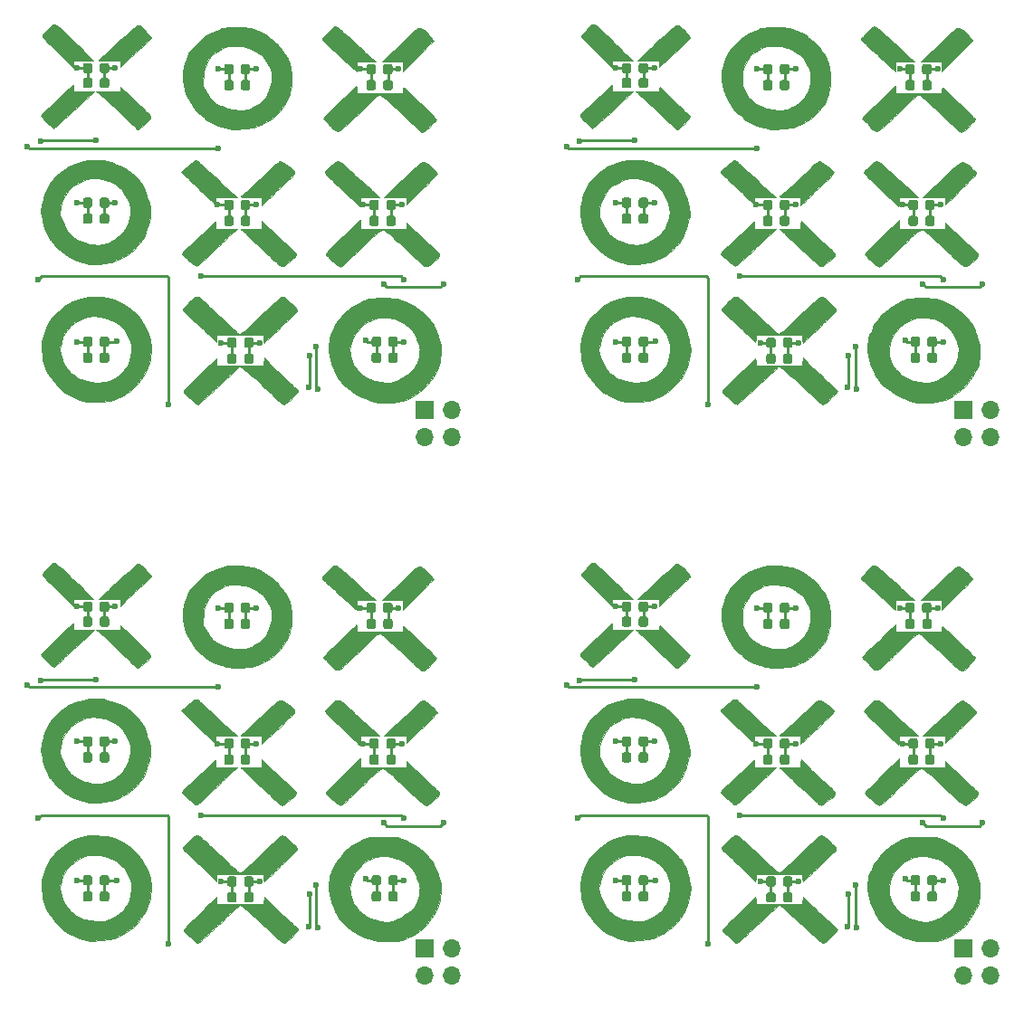
<source format=gtl>
%MOIN*%
%OFA0B0*%
%FSLAX46Y46*%
%IPPOS*%
%LPD*%
%ADD10C,0.00039370078740157485*%
%ADD11O,0.066929133858267723X0.066929133858267723*%
%ADD12R,0.066929133858267723X0.066929133858267723*%
%ADD13C,0.0039370078740157488*%
%ADD14C,0.034448818897637797*%
%ADD15C,0.023622047244094488*%
%ADD16C,0.00984251968503937*%
%ADD27C,0.00039370078740157485*%
%ADD28O,0.066929133858267723X0.066929133858267723*%
%ADD29R,0.066929133858267723X0.066929133858267723*%
%ADD30C,0.0039370078740157488*%
%ADD31C,0.034448818897637797*%
%ADD32C,0.023622047244094488*%
%ADD33C,0.00984251968503937*%
%ADD34C,0.00039370078740157485*%
%ADD35O,0.066929133858267723X0.066929133858267723*%
%ADD36R,0.066929133858267723X0.066929133858267723*%
%ADD37C,0.0039370078740157488*%
%ADD38C,0.034448818897637797*%
%ADD39C,0.023622047244094488*%
%ADD40C,0.00984251968503937*%
%ADD41C,0.00039370078740157485*%
%ADD42O,0.066929133858267723X0.066929133858267723*%
%ADD43R,0.066929133858267723X0.066929133858267723*%
%ADD44C,0.0039370078740157488*%
%ADD45C,0.034448818897637797*%
%ADD46C,0.023622047244094488*%
%ADD47C,0.00984251968503937*%
G01*
D10*
G36*
X0000563499Y0001653888D02*
X0000568160Y0001652141D01*
X0000572586Y0001649048D01*
X0000578876Y0001643330D01*
X0000586146Y0001635964D01*
X0000593509Y0001627923D01*
X0000600080Y0001620182D01*
X0000604972Y0001613717D01*
X0000607301Y0001609500D01*
X0000607381Y0001608987D01*
X0000607315Y0001607326D01*
X0000606764Y0001605681D01*
X0000605198Y0001603495D01*
X0000602086Y0001600213D01*
X0000596900Y0001595280D01*
X0000589109Y0001588140D01*
X0000578184Y0001578237D01*
X0000577238Y0001577381D01*
X0000566752Y0001567815D01*
X0000556206Y0001558070D01*
X0000546921Y0001549372D01*
X0000540916Y0001543631D01*
X0000532828Y0001535774D01*
X0000523010Y0001526253D01*
X0000513329Y0001516877D01*
X0000511474Y0001515082D01*
X0000494881Y0001499033D01*
X0000494881Y0001524881D01*
X0000413631Y0001524914D01*
X0000426108Y0001535523D01*
X0000434437Y0001542874D01*
X0000442730Y0001550619D01*
X0000447357Y0001555208D01*
X0000454100Y0001561933D01*
X0000463164Y0001570611D01*
X0000473991Y0001580743D01*
X0000486024Y0001591827D01*
X0000498702Y0001603363D01*
X0000511469Y0001614851D01*
X0000523766Y0001625791D01*
X0000535034Y0001635680D01*
X0000544715Y0001644020D01*
X0000552251Y0001650310D01*
X0000557083Y0001654049D01*
X0000558567Y0001654881D01*
X0000563499Y0001653888D01*
X0000563499Y0001653888D01*
G37*
X0000563499Y0001653888D02*
X0000568160Y0001652141D01*
X0000572586Y0001649048D01*
X0000578876Y0001643330D01*
X0000586146Y0001635964D01*
X0000593509Y0001627923D01*
X0000600080Y0001620182D01*
X0000604972Y0001613717D01*
X0000607301Y0001609500D01*
X0000607381Y0001608987D01*
X0000607315Y0001607326D01*
X0000606764Y0001605681D01*
X0000605198Y0001603495D01*
X0000602086Y0001600213D01*
X0000596900Y0001595280D01*
X0000589109Y0001588140D01*
X0000578184Y0001578237D01*
X0000577238Y0001577381D01*
X0000566752Y0001567815D01*
X0000556206Y0001558070D01*
X0000546921Y0001549372D01*
X0000540916Y0001543631D01*
X0000532828Y0001535774D01*
X0000523010Y0001526253D01*
X0000513329Y0001516877D01*
X0000511474Y0001515082D01*
X0000494881Y0001499033D01*
X0000494881Y0001524881D01*
X0000413631Y0001524914D01*
X0000426108Y0001535523D01*
X0000434437Y0001542874D01*
X0000442730Y0001550619D01*
X0000447357Y0001555208D01*
X0000454100Y0001561933D01*
X0000463164Y0001570611D01*
X0000473991Y0001580743D01*
X0000486024Y0001591827D01*
X0000498702Y0001603363D01*
X0000511469Y0001614851D01*
X0000523766Y0001625791D01*
X0000535034Y0001635680D01*
X0000544715Y0001644020D01*
X0000552251Y0001650310D01*
X0000557083Y0001654049D01*
X0000558567Y0001654881D01*
X0000563499Y0001653888D01*
G36*
X0000255279Y0001656538D02*
X0000259778Y0001653869D01*
X0000266052Y0001649163D01*
X0000274335Y0001642210D01*
X0000284859Y0001632800D01*
X0000297857Y0001620722D01*
X0000313564Y0001605767D01*
X0000332212Y0001587724D01*
X0000354035Y0001566382D01*
X0000362381Y0001558178D01*
X0000396131Y0001524966D01*
X0000359381Y0001524924D01*
X0000322631Y0001524881D01*
X0000321881Y0001511367D01*
X0000321131Y0001497852D01*
X0000264256Y0001553841D01*
X0000250384Y0001567598D01*
X0000237736Y0001580335D01*
X0000226737Y0001591609D01*
X0000217813Y0001600975D01*
X0000211392Y0001607987D01*
X0000207900Y0001612202D01*
X0000207381Y0001613162D01*
X0000209004Y0001616239D01*
X0000213402Y0001622032D01*
X0000219874Y0001629665D01*
X0000226472Y0001636937D01*
X0000235711Y0001646516D01*
X0000242533Y0001652742D01*
X0000247640Y0001656173D01*
X0000251733Y0001657362D01*
X0000252321Y0001657381D01*
X0000255279Y0001656538D01*
X0000255279Y0001656538D01*
G37*
X0000255279Y0001656538D02*
X0000259778Y0001653869D01*
X0000266052Y0001649163D01*
X0000274335Y0001642210D01*
X0000284859Y0001632800D01*
X0000297857Y0001620722D01*
X0000313564Y0001605767D01*
X0000332212Y0001587724D01*
X0000354035Y0001566382D01*
X0000362381Y0001558178D01*
X0000396131Y0001524966D01*
X0000359381Y0001524924D01*
X0000322631Y0001524881D01*
X0000321881Y0001511367D01*
X0000321131Y0001497852D01*
X0000264256Y0001553841D01*
X0000250384Y0001567598D01*
X0000237736Y0001580335D01*
X0000226737Y0001591609D01*
X0000217813Y0001600975D01*
X0000211392Y0001607987D01*
X0000207900Y0001612202D01*
X0000207381Y0001613162D01*
X0000209004Y0001616239D01*
X0000213402Y0001622032D01*
X0000219874Y0001629665D01*
X0000226472Y0001636937D01*
X0000235711Y0001646516D01*
X0000242533Y0001652742D01*
X0000247640Y0001656173D01*
X0000251733Y0001657362D01*
X0000252321Y0001657381D01*
X0000255279Y0001656538D01*
G36*
X0001605903Y0001641432D02*
X0001614431Y0001635158D01*
X0001624689Y0001625083D01*
X0001629757Y0001619507D01*
X0001636990Y0001611195D01*
X0001642785Y0001604236D01*
X0001646449Y0001599482D01*
X0001647381Y0001597863D01*
X0001645677Y0001595727D01*
X0001640846Y0001590505D01*
X0001633309Y0001582631D01*
X0001623489Y0001572540D01*
X0001611807Y0001560667D01*
X0001598687Y0001547447D01*
X0001591131Y0001539881D01*
X0001534881Y0001483673D01*
X0001534881Y0001519754D01*
X0001496555Y0001520443D01*
X0001458230Y0001521131D01*
X0001500536Y0001561131D01*
X0001514206Y0001574069D01*
X0001528150Y0001587286D01*
X0001541452Y0001599916D01*
X0001553200Y0001611089D01*
X0001562478Y0001619939D01*
X0001564487Y0001621861D01*
X0001573455Y0001630126D01*
X0001581639Y0001637083D01*
X0001588107Y0001641975D01*
X0001591805Y0001644020D01*
X0001598547Y0001644266D01*
X0001605903Y0001641432D01*
X0001605903Y0001641432D01*
G37*
X0001605903Y0001641432D02*
X0001614431Y0001635158D01*
X0001624689Y0001625083D01*
X0001629757Y0001619507D01*
X0001636990Y0001611195D01*
X0001642785Y0001604236D01*
X0001646449Y0001599482D01*
X0001647381Y0001597863D01*
X0001645677Y0001595727D01*
X0001640846Y0001590505D01*
X0001633309Y0001582631D01*
X0001623489Y0001572540D01*
X0001611807Y0001560667D01*
X0001598687Y0001547447D01*
X0001591131Y0001539881D01*
X0001534881Y0001483673D01*
X0001534881Y0001519754D01*
X0001496555Y0001520443D01*
X0001458230Y0001521131D01*
X0001500536Y0001561131D01*
X0001514206Y0001574069D01*
X0001528150Y0001587286D01*
X0001541452Y0001599916D01*
X0001553200Y0001611089D01*
X0001562478Y0001619939D01*
X0001564487Y0001621861D01*
X0001573455Y0001630126D01*
X0001581639Y0001637083D01*
X0001588107Y0001641975D01*
X0001591805Y0001644020D01*
X0001598547Y0001644266D01*
X0001605903Y0001641432D01*
G36*
X0001287666Y0001648925D02*
X0001290806Y0001647792D01*
X0001294877Y0001645404D01*
X0001300238Y0001641488D01*
X0001307246Y0001635769D01*
X0001316258Y0001627972D01*
X0001327633Y0001617825D01*
X0001341727Y0001605053D01*
X0001358898Y0001589381D01*
X0001373385Y0001576131D01*
X0001385015Y0001565462D01*
X0001396708Y0001554680D01*
X0001407364Y0001544803D01*
X0001415883Y0001536849D01*
X0001418541Y0001534343D01*
X0001433631Y0001520056D01*
X0001399362Y0001519968D01*
X0001365092Y0001519881D01*
X0001364362Y0001501310D01*
X0001363631Y0001482739D01*
X0001353631Y0001491787D01*
X0001348598Y0001496406D01*
X0001340713Y0001503720D01*
X0001330766Y0001512995D01*
X0001319543Y0001523495D01*
X0001308631Y0001533737D01*
X0001296219Y0001545362D01*
X0001283664Y0001557044D01*
X0001271956Y0001567867D01*
X0001262088Y0001576913D01*
X0001256131Y0001582301D01*
X0001248379Y0001589545D01*
X0001242182Y0001595914D01*
X0001238435Y0001600458D01*
X0001237757Y0001601764D01*
X0001238963Y0001605499D01*
X0001243002Y0001610948D01*
X0001246548Y0001614599D01*
X0001254244Y0001622324D01*
X0001262160Y0001631062D01*
X0001264733Y0001634134D01*
X0001270973Y0001640758D01*
X0001277373Y0001645925D01*
X0001280262Y0001647539D01*
X0001282752Y0001648524D01*
X0001285101Y0001649078D01*
X0001287666Y0001648925D01*
X0001287666Y0001648925D01*
G37*
X0001287666Y0001648925D02*
X0001290806Y0001647792D01*
X0001294877Y0001645404D01*
X0001300238Y0001641488D01*
X0001307246Y0001635769D01*
X0001316258Y0001627972D01*
X0001327633Y0001617825D01*
X0001341727Y0001605053D01*
X0001358898Y0001589381D01*
X0001373385Y0001576131D01*
X0001385015Y0001565462D01*
X0001396708Y0001554680D01*
X0001407364Y0001544803D01*
X0001415883Y0001536849D01*
X0001418541Y0001534343D01*
X0001433631Y0001520056D01*
X0001399362Y0001519968D01*
X0001365092Y0001519881D01*
X0001364362Y0001501310D01*
X0001363631Y0001482739D01*
X0001353631Y0001491787D01*
X0001348598Y0001496406D01*
X0001340713Y0001503720D01*
X0001330766Y0001512995D01*
X0001319543Y0001523495D01*
X0001308631Y0001533737D01*
X0001296219Y0001545362D01*
X0001283664Y0001557044D01*
X0001271956Y0001567867D01*
X0001262088Y0001576913D01*
X0001256131Y0001582301D01*
X0001248379Y0001589545D01*
X0001242182Y0001595914D01*
X0001238435Y0001600458D01*
X0001237757Y0001601764D01*
X0001238963Y0001605499D01*
X0001243002Y0001610948D01*
X0001246548Y0001614599D01*
X0001254244Y0001622324D01*
X0001262160Y0001631062D01*
X0001264733Y0001634134D01*
X0001270973Y0001640758D01*
X0001277373Y0001645925D01*
X0001280262Y0001647539D01*
X0001282752Y0001648524D01*
X0001285101Y0001649078D01*
X0001287666Y0001648925D01*
G36*
X0000321779Y0001432632D02*
X0000322287Y0001426879D01*
X0000322381Y0001422381D01*
X0000322381Y0001409881D01*
X0000398631Y0001409746D01*
X0000388631Y0001400690D01*
X0000382516Y0001395086D01*
X0000374065Y0001387255D01*
X0000364578Y0001378404D01*
X0000358425Y0001372632D01*
X0000348155Y0001363035D01*
X0000335851Y0001351627D01*
X0000323185Y0001339955D01*
X0000313548Y0001331131D01*
X0000302182Y0001320736D01*
X0000290089Y0001309626D01*
X0000278805Y0001299217D01*
X0000270760Y0001291756D01*
X0000262548Y0001284538D01*
X0000255208Y0001278861D01*
X0000249773Y0001275486D01*
X0000247856Y0001274881D01*
X0000244115Y0001276699D01*
X0000237876Y0001281744D01*
X0000229842Y0001289405D01*
X0000223351Y0001296186D01*
X0000215480Y0001304824D01*
X0000208942Y0001312252D01*
X0000204453Y0001317640D01*
X0000202750Y0001320080D01*
X0000204138Y0001323071D01*
X0000209288Y0001329194D01*
X0000218216Y0001338465D01*
X0000230940Y0001350902D01*
X0000247477Y0001366522D01*
X0000254929Y0001373450D01*
X0000264658Y0001382528D01*
X0000276334Y0001393529D01*
X0000288310Y0001404896D01*
X0000296603Y0001412825D01*
X0000305362Y0001421135D01*
X0000312810Y0001428014D01*
X0000318222Y0001432804D01*
X0000320873Y0001434851D01*
X0000320978Y0001434881D01*
X0000321779Y0001432632D01*
X0000321779Y0001432632D01*
G37*
X0000321779Y0001432632D02*
X0000322287Y0001426879D01*
X0000322381Y0001422381D01*
X0000322381Y0001409881D01*
X0000398631Y0001409746D01*
X0000388631Y0001400690D01*
X0000382516Y0001395086D01*
X0000374065Y0001387255D01*
X0000364578Y0001378404D01*
X0000358425Y0001372632D01*
X0000348155Y0001363035D01*
X0000335851Y0001351627D01*
X0000323185Y0001339955D01*
X0000313548Y0001331131D01*
X0000302182Y0001320736D01*
X0000290089Y0001309626D01*
X0000278805Y0001299217D01*
X0000270760Y0001291756D01*
X0000262548Y0001284538D01*
X0000255208Y0001278861D01*
X0000249773Y0001275486D01*
X0000247856Y0001274881D01*
X0000244115Y0001276699D01*
X0000237876Y0001281744D01*
X0000229842Y0001289405D01*
X0000223351Y0001296186D01*
X0000215480Y0001304824D01*
X0000208942Y0001312252D01*
X0000204453Y0001317640D01*
X0000202750Y0001320080D01*
X0000204138Y0001323071D01*
X0000209288Y0001329194D01*
X0000218216Y0001338465D01*
X0000230940Y0001350902D01*
X0000247477Y0001366522D01*
X0000254929Y0001373450D01*
X0000264658Y0001382528D01*
X0000276334Y0001393529D01*
X0000288310Y0001404896D01*
X0000296603Y0001412825D01*
X0000305362Y0001421135D01*
X0000312810Y0001428014D01*
X0000318222Y0001432804D01*
X0000320873Y0001434851D01*
X0000320978Y0001434881D01*
X0000321779Y0001432632D01*
G36*
X0000916068Y0001647052D02*
X0000926584Y0001646759D01*
X0000942837Y0001646096D01*
X0000955423Y0001645166D01*
X0000965676Y0001643794D01*
X0000974928Y0001641806D01*
X0000983780Y0001639257D01*
X0001001556Y0001633349D01*
X0001015531Y0001627841D01*
X0001026806Y0001622174D01*
X0001036488Y0001615786D01*
X0001045681Y0001608119D01*
X0001046278Y0001607572D01*
X0001054813Y0001599908D01*
X0001063282Y0001592618D01*
X0001070005Y0001587146D01*
X0001070618Y0001586677D01*
X0001076281Y0001581175D01*
X0001083532Y0001572373D01*
X0001091594Y0001561375D01*
X0001099685Y0001549285D01*
X0001107027Y0001537206D01*
X0001111748Y0001528469D01*
X0001117395Y0001513675D01*
X0001121593Y0001495142D01*
X0001124148Y0001473973D01*
X0001124881Y0001454341D01*
X0001124660Y0001440435D01*
X0001123788Y0001429377D01*
X0001121948Y0001419027D01*
X0001118827Y0001407244D01*
X0001117110Y0001401522D01*
X0001111737Y0001385211D01*
X0001106323Y0001372160D01*
X0001099972Y0001360813D01*
X0001091787Y0001349614D01*
X0001080873Y0001337006D01*
X0001078445Y0001334353D01*
X0001067701Y0001323206D01*
X0001057679Y0001314198D01*
X0001047146Y0001306463D01*
X0001034867Y0001299132D01*
X0001019607Y0001291336D01*
X0001012381Y0001287888D01*
X0000999922Y0001282424D01*
X0000988218Y0001278330D01*
X0000976083Y0001275368D01*
X0000962331Y0001273298D01*
X0000945777Y0001271882D01*
X0000928631Y0001271015D01*
X0000915822Y0001270726D01*
X0000905331Y0001271214D01*
X0000895074Y0001272720D01*
X0000882963Y0001275485D01*
X0000877381Y0001276931D01*
X0000854848Y0001283866D01*
X0000834894Y0001291974D01*
X0000818274Y0001300895D01*
X0000805737Y0001310266D01*
X0000803631Y0001312323D01*
X0000796437Y0001319285D01*
X0000789133Y0001325620D01*
X0000785737Y0001328221D01*
X0000775523Y0001337391D01*
X0000764910Y0001350358D01*
X0000754513Y0001366021D01*
X0000744949Y0001383282D01*
X0000736833Y0001401041D01*
X0000730782Y0001418199D01*
X0000727674Y0001431803D01*
X0000725835Y0001450383D01*
X0000799881Y0001450383D01*
X0000799881Y0001428631D01*
X0000813955Y0001404881D01*
X0000825059Y0001388068D01*
X0000836499Y0001375118D01*
X0000849429Y0001364962D01*
X0000865001Y0001356529D01*
X0000867046Y0001355607D01*
X0000889550Y0001347055D01*
X0000910845Y0001342166D01*
X0000932693Y0001340579D01*
X0000939945Y0001340705D01*
X0000951069Y0001341230D01*
X0000959332Y0001342167D01*
X0000966462Y0001343986D01*
X0000974189Y0001347156D01*
X0000984240Y0001352147D01*
X0000986664Y0001353396D01*
X0001004752Y0001364232D01*
X0001019075Y0001376513D01*
X0001030865Y0001391481D01*
X0001039535Y0001406685D01*
X0001046314Y0001423869D01*
X0001050530Y0001442678D01*
X0001052058Y0001461674D01*
X0001050768Y0001479422D01*
X0001047182Y0001492914D01*
X0001041609Y0001504876D01*
X0001034281Y0001517545D01*
X0001026125Y0001529541D01*
X0001018071Y0001539487D01*
X0001011793Y0001545458D01*
X0000998540Y0001554328D01*
X0000983173Y0001562687D01*
X0000967707Y0001569528D01*
X0000955771Y0001573453D01*
X0000943664Y0001575666D01*
X0000929297Y0001576950D01*
X0000914220Y0001577300D01*
X0000899987Y0001576709D01*
X0000888148Y0001575172D01*
X0000882693Y0001573741D01*
X0000870816Y0001568590D01*
X0000857931Y0001561457D01*
X0000845532Y0001553308D01*
X0000835115Y0001545112D01*
X0000829112Y0001539050D01*
X0000819775Y0001525636D01*
X0000811420Y0001509962D01*
X0000805101Y0001494168D01*
X0000802694Y0001485383D01*
X0000801352Y0001476406D01*
X0000800358Y0001464700D01*
X0000799894Y0001452534D01*
X0000799881Y0001450383D01*
X0000725835Y0001450383D01*
X0000725159Y0001457206D01*
X0000725664Y0001480375D01*
X0000729162Y0001500461D01*
X0000729712Y0001502389D01*
X0000735630Y0001521448D01*
X0000741120Y0001536700D01*
X0000746809Y0001549228D01*
X0000753325Y0001560115D01*
X0000761293Y0001570440D01*
X0000771341Y0001581287D01*
X0000780883Y0001590667D01*
X0000792615Y0001601524D01*
X0000802955Y0001609933D01*
X0000813399Y0001616877D01*
X0000825440Y0001623339D01*
X0000840573Y0001630302D01*
X0000842381Y0001631093D01*
X0000857110Y0001637356D01*
X0000868992Y0001641831D01*
X0000879429Y0001644777D01*
X0000889820Y0001646456D01*
X0000901566Y0001647127D01*
X0000916068Y0001647052D01*
X0000916068Y0001647052D01*
G37*
X0000916068Y0001647052D02*
X0000926584Y0001646759D01*
X0000942837Y0001646096D01*
X0000955423Y0001645166D01*
X0000965676Y0001643794D01*
X0000974928Y0001641806D01*
X0000983780Y0001639257D01*
X0001001556Y0001633349D01*
X0001015531Y0001627841D01*
X0001026806Y0001622174D01*
X0001036488Y0001615786D01*
X0001045681Y0001608119D01*
X0001046278Y0001607572D01*
X0001054813Y0001599908D01*
X0001063282Y0001592618D01*
X0001070005Y0001587146D01*
X0001070618Y0001586677D01*
X0001076281Y0001581175D01*
X0001083532Y0001572373D01*
X0001091594Y0001561375D01*
X0001099685Y0001549285D01*
X0001107027Y0001537206D01*
X0001111748Y0001528469D01*
X0001117395Y0001513675D01*
X0001121593Y0001495142D01*
X0001124148Y0001473973D01*
X0001124881Y0001454341D01*
X0001124660Y0001440435D01*
X0001123788Y0001429377D01*
X0001121948Y0001419027D01*
X0001118827Y0001407244D01*
X0001117110Y0001401522D01*
X0001111737Y0001385211D01*
X0001106323Y0001372160D01*
X0001099972Y0001360813D01*
X0001091787Y0001349614D01*
X0001080873Y0001337006D01*
X0001078445Y0001334353D01*
X0001067701Y0001323206D01*
X0001057679Y0001314198D01*
X0001047146Y0001306463D01*
X0001034867Y0001299132D01*
X0001019607Y0001291336D01*
X0001012381Y0001287888D01*
X0000999922Y0001282424D01*
X0000988218Y0001278330D01*
X0000976083Y0001275368D01*
X0000962331Y0001273298D01*
X0000945777Y0001271882D01*
X0000928631Y0001271015D01*
X0000915822Y0001270726D01*
X0000905331Y0001271214D01*
X0000895074Y0001272720D01*
X0000882963Y0001275485D01*
X0000877381Y0001276931D01*
X0000854848Y0001283866D01*
X0000834894Y0001291974D01*
X0000818274Y0001300895D01*
X0000805737Y0001310266D01*
X0000803631Y0001312323D01*
X0000796437Y0001319285D01*
X0000789133Y0001325620D01*
X0000785737Y0001328221D01*
X0000775523Y0001337391D01*
X0000764910Y0001350358D01*
X0000754513Y0001366021D01*
X0000744949Y0001383282D01*
X0000736833Y0001401041D01*
X0000730782Y0001418199D01*
X0000727674Y0001431803D01*
X0000725835Y0001450383D01*
X0000799881Y0001450383D01*
X0000799881Y0001428631D01*
X0000813955Y0001404881D01*
X0000825059Y0001388068D01*
X0000836499Y0001375118D01*
X0000849429Y0001364962D01*
X0000865001Y0001356529D01*
X0000867046Y0001355607D01*
X0000889550Y0001347055D01*
X0000910845Y0001342166D01*
X0000932693Y0001340579D01*
X0000939945Y0001340705D01*
X0000951069Y0001341230D01*
X0000959332Y0001342167D01*
X0000966462Y0001343986D01*
X0000974189Y0001347156D01*
X0000984240Y0001352147D01*
X0000986664Y0001353396D01*
X0001004752Y0001364232D01*
X0001019075Y0001376513D01*
X0001030865Y0001391481D01*
X0001039535Y0001406685D01*
X0001046314Y0001423869D01*
X0001050530Y0001442678D01*
X0001052058Y0001461674D01*
X0001050768Y0001479422D01*
X0001047182Y0001492914D01*
X0001041609Y0001504876D01*
X0001034281Y0001517545D01*
X0001026125Y0001529541D01*
X0001018071Y0001539487D01*
X0001011793Y0001545458D01*
X0000998540Y0001554328D01*
X0000983173Y0001562687D01*
X0000967707Y0001569528D01*
X0000955771Y0001573453D01*
X0000943664Y0001575666D01*
X0000929297Y0001576950D01*
X0000914220Y0001577300D01*
X0000899987Y0001576709D01*
X0000888148Y0001575172D01*
X0000882693Y0001573741D01*
X0000870816Y0001568590D01*
X0000857931Y0001561457D01*
X0000845532Y0001553308D01*
X0000835115Y0001545112D01*
X0000829112Y0001539050D01*
X0000819775Y0001525636D01*
X0000811420Y0001509962D01*
X0000805101Y0001494168D01*
X0000802694Y0001485383D01*
X0000801352Y0001476406D01*
X0000800358Y0001464700D01*
X0000799894Y0001452534D01*
X0000799881Y0001450383D01*
X0000725835Y0001450383D01*
X0000725159Y0001457206D01*
X0000725664Y0001480375D01*
X0000729162Y0001500461D01*
X0000729712Y0001502389D01*
X0000735630Y0001521448D01*
X0000741120Y0001536700D01*
X0000746809Y0001549228D01*
X0000753325Y0001560115D01*
X0000761293Y0001570440D01*
X0000771341Y0001581287D01*
X0000780883Y0001590667D01*
X0000792615Y0001601524D01*
X0000802955Y0001609933D01*
X0000813399Y0001616877D01*
X0000825440Y0001623339D01*
X0000840573Y0001630302D01*
X0000842381Y0001631093D01*
X0000857110Y0001637356D01*
X0000868992Y0001641831D01*
X0000879429Y0001644777D01*
X0000889820Y0001646456D01*
X0000901566Y0001647127D01*
X0000916068Y0001647052D01*
G36*
X0000551131Y0001374724D02*
X0000564902Y0001361398D01*
X0000577463Y0001349006D01*
X0000588361Y0001338012D01*
X0000597147Y0001328881D01*
X0000603368Y0001322076D01*
X0000606573Y0001318062D01*
X0000606907Y0001317365D01*
X0000605540Y0001313234D01*
X0000601103Y0001306878D01*
X0000594465Y0001299152D01*
X0000586493Y0001290910D01*
X0000578058Y0001283007D01*
X0000570027Y0001276299D01*
X0000563270Y0001271638D01*
X0000558655Y0001269881D01*
X0000558637Y0001269881D01*
X0000556297Y0001271497D01*
X0000551141Y0001275880D01*
X0000543962Y0001282338D01*
X0000536598Y0001289187D01*
X0000528819Y0001296571D01*
X0000518271Y0001306651D01*
X0000505771Y0001318640D01*
X0000492140Y0001331754D01*
X0000478195Y0001345206D01*
X0000471131Y0001352035D01*
X0000458197Y0001364460D01*
X0000445907Y0001376096D01*
X0000434886Y0001386367D01*
X0000425759Y0001394693D01*
X0000419148Y0001400497D01*
X0000416381Y0001402729D01*
X0000406631Y0001409881D01*
X0000494580Y0001409881D01*
X0000495355Y0001418668D01*
X0000496131Y0001427454D01*
X0000551131Y0001374724D01*
X0000551131Y0001374724D01*
G37*
X0000551131Y0001374724D02*
X0000564902Y0001361398D01*
X0000577463Y0001349006D01*
X0000588361Y0001338012D01*
X0000597147Y0001328881D01*
X0000603368Y0001322076D01*
X0000606573Y0001318062D01*
X0000606907Y0001317365D01*
X0000605540Y0001313234D01*
X0000601103Y0001306878D01*
X0000594465Y0001299152D01*
X0000586493Y0001290910D01*
X0000578058Y0001283007D01*
X0000570027Y0001276299D01*
X0000563270Y0001271638D01*
X0000558655Y0001269881D01*
X0000558637Y0001269881D01*
X0000556297Y0001271497D01*
X0000551141Y0001275880D01*
X0000543962Y0001282338D01*
X0000536598Y0001289187D01*
X0000528819Y0001296571D01*
X0000518271Y0001306651D01*
X0000505771Y0001318640D01*
X0000492140Y0001331754D01*
X0000478195Y0001345206D01*
X0000471131Y0001352035D01*
X0000458197Y0001364460D01*
X0000445907Y0001376096D01*
X0000434886Y0001386367D01*
X0000425759Y0001394693D01*
X0000419148Y0001400497D01*
X0000416381Y0001402729D01*
X0000406631Y0001409881D01*
X0000494580Y0001409881D01*
X0000495355Y0001418668D01*
X0000496131Y0001427454D01*
X0000551131Y0001374724D01*
G36*
X0001364275Y0001427632D02*
X0001364786Y0001421879D01*
X0001364881Y0001417381D01*
X0001364881Y0001404881D01*
X0001534881Y0001404881D01*
X0001534881Y0001414881D01*
X0001535269Y0001421145D01*
X0001536239Y0001424628D01*
X0001536630Y0001424881D01*
X0001538927Y0001423229D01*
X0001544156Y0001418661D01*
X0001551673Y0001411762D01*
X0001560840Y0001403116D01*
X0001567462Y0001396756D01*
X0001580459Y0001384266D01*
X0001595439Y0001369993D01*
X0001610709Y0001355545D01*
X0001624575Y0001342528D01*
X0001626963Y0001340300D01*
X0001637125Y0001330585D01*
X0001645846Y0001321771D01*
X0001652511Y0001314517D01*
X0001656504Y0001309484D01*
X0001657381Y0001307635D01*
X0001655639Y0001303369D01*
X0001651267Y0001297853D01*
X0001649256Y0001295881D01*
X0001642347Y0001288988D01*
X0001635252Y0001281060D01*
X0001633631Y0001279087D01*
X0001623478Y0001268344D01*
X0001614136Y0001262516D01*
X0001605574Y0001261592D01*
X0001599805Y0001264003D01*
X0001594433Y0001267985D01*
X0001591131Y0001271019D01*
X0001588155Y0001273987D01*
X0001582521Y0001279234D01*
X0001575327Y0001285741D01*
X0001573631Y0001287251D01*
X0001565348Y0001294731D01*
X0001555000Y0001304253D01*
X0001544126Y0001314392D01*
X0001537281Y0001320854D01*
X0001524583Y0001332806D01*
X0001511123Y0001345287D01*
X0001497666Y0001357606D01*
X0001484976Y0001369070D01*
X0001473818Y0001378988D01*
X0001464955Y0001386668D01*
X0001460322Y0001390506D01*
X0001456812Y0001393419D01*
X0001453894Y0001395683D01*
X0001451146Y0001397023D01*
X0001448147Y0001397165D01*
X0001444473Y0001395832D01*
X0001439703Y0001392751D01*
X0001433415Y0001387645D01*
X0001425187Y0001380239D01*
X0001414596Y0001370259D01*
X0001401221Y0001357429D01*
X0001384640Y0001341473D01*
X0001383631Y0001340505D01*
X0001370929Y0001328297D01*
X0001358132Y0001315992D01*
X0001346164Y0001304475D01*
X0001335946Y0001294635D01*
X0001328402Y0001287361D01*
X0001328336Y0001287297D01*
X0001319606Y0001279316D01*
X0001311081Y0001272286D01*
X0001304077Y0001267261D01*
X0001301566Y0001265835D01*
X0001295972Y0001263406D01*
X0001292000Y0001263075D01*
X0001287576Y0001265127D01*
X0001282687Y0001268419D01*
X0001274967Y0001274848D01*
X0001267928Y0001282411D01*
X0001266391Y0001284457D01*
X0001260006Y0001292219D01*
X0001252499Y0001299535D01*
X0001251190Y0001300613D01*
X0001245853Y0001305466D01*
X0001242728Y0001309512D01*
X0001242390Y0001310613D01*
X0001244106Y0001313561D01*
X0001248699Y0001318949D01*
X0001255351Y0001325853D01*
X0001259265Y0001329654D01*
X0001266026Y0001336132D01*
X0001275576Y0001345361D01*
X0001287139Y0001356585D01*
X0001299938Y0001369051D01*
X0001313197Y0001382005D01*
X0001319094Y0001387779D01*
X0001331131Y0001399520D01*
X0001341983Y0001410001D01*
X0001351145Y0001418740D01*
X0001358109Y0001425258D01*
X0001362370Y0001429074D01*
X0001363469Y0001429881D01*
X0001364275Y0001427632D01*
X0001364275Y0001427632D01*
G37*
X0001364275Y0001427632D02*
X0001364786Y0001421879D01*
X0001364881Y0001417381D01*
X0001364881Y0001404881D01*
X0001534881Y0001404881D01*
X0001534881Y0001414881D01*
X0001535269Y0001421145D01*
X0001536239Y0001424628D01*
X0001536630Y0001424881D01*
X0001538927Y0001423229D01*
X0001544156Y0001418661D01*
X0001551673Y0001411762D01*
X0001560840Y0001403116D01*
X0001567462Y0001396756D01*
X0001580459Y0001384266D01*
X0001595439Y0001369993D01*
X0001610709Y0001355545D01*
X0001624575Y0001342528D01*
X0001626963Y0001340300D01*
X0001637125Y0001330585D01*
X0001645846Y0001321771D01*
X0001652511Y0001314517D01*
X0001656504Y0001309484D01*
X0001657381Y0001307635D01*
X0001655639Y0001303369D01*
X0001651267Y0001297853D01*
X0001649256Y0001295881D01*
X0001642347Y0001288988D01*
X0001635252Y0001281060D01*
X0001633631Y0001279087D01*
X0001623478Y0001268344D01*
X0001614136Y0001262516D01*
X0001605574Y0001261592D01*
X0001599805Y0001264003D01*
X0001594433Y0001267985D01*
X0001591131Y0001271019D01*
X0001588155Y0001273987D01*
X0001582521Y0001279234D01*
X0001575327Y0001285741D01*
X0001573631Y0001287251D01*
X0001565348Y0001294731D01*
X0001555000Y0001304253D01*
X0001544126Y0001314392D01*
X0001537281Y0001320854D01*
X0001524583Y0001332806D01*
X0001511123Y0001345287D01*
X0001497666Y0001357606D01*
X0001484976Y0001369070D01*
X0001473818Y0001378988D01*
X0001464955Y0001386668D01*
X0001460322Y0001390506D01*
X0001456812Y0001393419D01*
X0001453894Y0001395683D01*
X0001451146Y0001397023D01*
X0001448147Y0001397165D01*
X0001444473Y0001395832D01*
X0001439703Y0001392751D01*
X0001433415Y0001387645D01*
X0001425187Y0001380239D01*
X0001414596Y0001370259D01*
X0001401221Y0001357429D01*
X0001384640Y0001341473D01*
X0001383631Y0001340505D01*
X0001370929Y0001328297D01*
X0001358132Y0001315992D01*
X0001346164Y0001304475D01*
X0001335946Y0001294635D01*
X0001328402Y0001287361D01*
X0001328336Y0001287297D01*
X0001319606Y0001279316D01*
X0001311081Y0001272286D01*
X0001304077Y0001267261D01*
X0001301566Y0001265835D01*
X0001295972Y0001263406D01*
X0001292000Y0001263075D01*
X0001287576Y0001265127D01*
X0001282687Y0001268419D01*
X0001274967Y0001274848D01*
X0001267928Y0001282411D01*
X0001266391Y0001284457D01*
X0001260006Y0001292219D01*
X0001252499Y0001299535D01*
X0001251190Y0001300613D01*
X0001245853Y0001305466D01*
X0001242728Y0001309512D01*
X0001242390Y0001310613D01*
X0001244106Y0001313561D01*
X0001248699Y0001318949D01*
X0001255351Y0001325853D01*
X0001259265Y0001329654D01*
X0001266026Y0001336132D01*
X0001275576Y0001345361D01*
X0001287139Y0001356585D01*
X0001299938Y0001369051D01*
X0001313197Y0001382005D01*
X0001319094Y0001387779D01*
X0001331131Y0001399520D01*
X0001341983Y0001410001D01*
X0001351145Y0001418740D01*
X0001358109Y0001425258D01*
X0001362370Y0001429074D01*
X0001363469Y0001429881D01*
X0001364275Y0001427632D01*
G36*
X0001617752Y0001147875D02*
X0001627220Y0001141904D01*
X0001639432Y0001132041D01*
X0001649333Y0001123071D01*
X0001656495Y0001115914D01*
X0001660216Y0001110893D01*
X0001661067Y0001107153D01*
X0001660763Y0001105910D01*
X0001658469Y0001102740D01*
X0001653135Y0001096755D01*
X0001645354Y0001088577D01*
X0001635718Y0001078827D01*
X0001624819Y0001068128D01*
X0001624047Y0001067381D01*
X0001611516Y0001055232D01*
X0001598676Y0001042699D01*
X0001586560Y0001030799D01*
X0001576202Y0001020543D01*
X0001569926Y0001014256D01*
X0001562009Y0001006404D01*
X0001555356Y0001000080D01*
X0001550755Y0000996016D01*
X0001549066Y0000994881D01*
X0001548105Y0000997131D01*
X0001547495Y0001002882D01*
X0001547381Y0001007381D01*
X0001547381Y0001019881D01*
X0001463631Y0001019997D01*
X0001474901Y0001030564D01*
X0001480474Y0001035783D01*
X0001488841Y0001043612D01*
X0001499145Y0001053248D01*
X0001510526Y0001063887D01*
X0001519615Y0001072381D01*
X0001531661Y0001083691D01*
X0001543682Y0001095073D01*
X0001554696Y0001105590D01*
X0001563718Y0001114304D01*
X0001568346Y0001118853D01*
X0001581275Y0001131016D01*
X0001592817Y0001140469D01*
X0001602454Y0001146835D01*
X0001609668Y0001149739D01*
X0001611131Y0001149881D01*
X0001617752Y0001147875D01*
X0001617752Y0001147875D01*
G37*
X0001617752Y0001147875D02*
X0001627220Y0001141904D01*
X0001639432Y0001132041D01*
X0001649333Y0001123071D01*
X0001656495Y0001115914D01*
X0001660216Y0001110893D01*
X0001661067Y0001107153D01*
X0001660763Y0001105910D01*
X0001658469Y0001102740D01*
X0001653135Y0001096755D01*
X0001645354Y0001088577D01*
X0001635718Y0001078827D01*
X0001624819Y0001068128D01*
X0001624047Y0001067381D01*
X0001611516Y0001055232D01*
X0001598676Y0001042699D01*
X0001586560Y0001030799D01*
X0001576202Y0001020543D01*
X0001569926Y0001014256D01*
X0001562009Y0001006404D01*
X0001555356Y0001000080D01*
X0001550755Y0000996016D01*
X0001549066Y0000994881D01*
X0001548105Y0000997131D01*
X0001547495Y0001002882D01*
X0001547381Y0001007381D01*
X0001547381Y0001019881D01*
X0001463631Y0001019997D01*
X0001474901Y0001030564D01*
X0001480474Y0001035783D01*
X0001488841Y0001043612D01*
X0001499145Y0001053248D01*
X0001510526Y0001063887D01*
X0001519615Y0001072381D01*
X0001531661Y0001083691D01*
X0001543682Y0001095073D01*
X0001554696Y0001105590D01*
X0001563718Y0001114304D01*
X0001568346Y0001118853D01*
X0001581275Y0001131016D01*
X0001592817Y0001140469D01*
X0001602454Y0001146835D01*
X0001609668Y0001149739D01*
X0001611131Y0001149881D01*
X0001617752Y0001147875D01*
G36*
X0001086365Y0001151988D02*
X0001090127Y0001150545D01*
X0001095274Y0001147652D01*
X0001102446Y0001142914D01*
X0001112283Y0001135932D01*
X0001125426Y0001126310D01*
X0001125819Y0001126020D01*
X0001131531Y0001121528D01*
X0001135145Y0001117520D01*
X0001136421Y0001113409D01*
X0001135119Y0001108606D01*
X0001130997Y0001102524D01*
X0001123815Y0001094573D01*
X0001113332Y0001084167D01*
X0001105675Y0001076802D01*
X0001083821Y0001055905D01*
X0001065414Y0001038350D01*
X0001050308Y0001023998D01*
X0001038358Y0001012713D01*
X0001029419Y0001004358D01*
X0001023344Y0000998795D01*
X0001020506Y0000996309D01*
X0001014881Y0000991606D01*
X0001014881Y0001019881D01*
X0000976131Y0001019881D01*
X0000962464Y0001020021D01*
X0000951029Y0001020410D01*
X0000942614Y0001021002D01*
X0000938009Y0001021749D01*
X0000937381Y0001022173D01*
X0000939289Y0001025105D01*
X0000939720Y0001025298D01*
X0000942544Y0001027340D01*
X0000948483Y0001032377D01*
X0000957037Y0001039955D01*
X0000967703Y0001049617D01*
X0000979980Y0001060908D01*
X0000993366Y0001073371D01*
X0001007359Y0001086552D01*
X0001012334Y0001091275D01*
X0001029368Y0001107463D01*
X0001043182Y0001120521D01*
X0001054163Y0001130785D01*
X0001062698Y0001138586D01*
X0001069176Y0001144259D01*
X0001073982Y0001148137D01*
X0001077506Y0001150552D01*
X0001080133Y0001151838D01*
X0001082252Y0001152330D01*
X0001083347Y0001152381D01*
X0001086365Y0001151988D01*
X0001086365Y0001151988D01*
G37*
X0001086365Y0001151988D02*
X0001090127Y0001150545D01*
X0001095274Y0001147652D01*
X0001102446Y0001142914D01*
X0001112283Y0001135932D01*
X0001125426Y0001126310D01*
X0001125819Y0001126020D01*
X0001131531Y0001121528D01*
X0001135145Y0001117520D01*
X0001136421Y0001113409D01*
X0001135119Y0001108606D01*
X0001130997Y0001102524D01*
X0001123815Y0001094573D01*
X0001113332Y0001084167D01*
X0001105675Y0001076802D01*
X0001083821Y0001055905D01*
X0001065414Y0001038350D01*
X0001050308Y0001023998D01*
X0001038358Y0001012713D01*
X0001029419Y0001004358D01*
X0001023344Y0000998795D01*
X0001020506Y0000996309D01*
X0001014881Y0000991606D01*
X0001014881Y0001019881D01*
X0000976131Y0001019881D01*
X0000962464Y0001020021D01*
X0000951029Y0001020410D01*
X0000942614Y0001021002D01*
X0000938009Y0001021749D01*
X0000937381Y0001022173D01*
X0000939289Y0001025105D01*
X0000939720Y0001025298D01*
X0000942544Y0001027340D01*
X0000948483Y0001032377D01*
X0000957037Y0001039955D01*
X0000967703Y0001049617D01*
X0000979980Y0001060908D01*
X0000993366Y0001073371D01*
X0001007359Y0001086552D01*
X0001012334Y0001091275D01*
X0001029368Y0001107463D01*
X0001043182Y0001120521D01*
X0001054163Y0001130785D01*
X0001062698Y0001138586D01*
X0001069176Y0001144259D01*
X0001073982Y0001148137D01*
X0001077506Y0001150552D01*
X0001080133Y0001151838D01*
X0001082252Y0001152330D01*
X0001083347Y0001152381D01*
X0001086365Y0001151988D01*
G36*
X0000777227Y0001154295D02*
X0000783774Y0001149575D01*
X0000785562Y0001148035D01*
X0000798724Y0001136304D01*
X0000815002Y0001121393D01*
X0000833993Y0001103676D01*
X0000853738Y0001085005D01*
X0000865724Y0001073721D01*
X0000879123Y0001061288D01*
X0000892190Y0001049315D01*
X0000901954Y0001040506D01*
X0000925064Y0001019881D01*
X0000845131Y0001019881D01*
X0000844381Y0001006735D01*
X0000843801Y0000999279D01*
X0000842907Y0000995989D01*
X0000841286Y0000996032D01*
X0000839742Y0000997360D01*
X0000836955Y0001000033D01*
X0000831060Y0001005668D01*
X0000822567Y0001013776D01*
X0000811987Y0001023870D01*
X0000799832Y0001035463D01*
X0000786613Y0001048066D01*
X0000786020Y0001048631D01*
X0000768821Y0001065027D01*
X0000754894Y0001078311D01*
X0000743894Y0001088827D01*
X0000735477Y0001096914D01*
X0000729297Y0001102915D01*
X0000725009Y0001107170D01*
X0000722269Y0001110021D01*
X0000720731Y0001111808D01*
X0000720049Y0001112873D01*
X0000719880Y0001113557D01*
X0000719881Y0001114024D01*
X0000721879Y0001116772D01*
X0000727808Y0001122395D01*
X0000737569Y0001130805D01*
X0000751062Y0001141916D01*
X0000758090Y0001147585D01*
X0000765935Y0001153326D01*
X0000771798Y0001155554D01*
X0000777227Y0001154295D01*
X0000777227Y0001154295D01*
G37*
X0000777227Y0001154295D02*
X0000783774Y0001149575D01*
X0000785562Y0001148035D01*
X0000798724Y0001136304D01*
X0000815002Y0001121393D01*
X0000833993Y0001103676D01*
X0000853738Y0001085005D01*
X0000865724Y0001073721D01*
X0000879123Y0001061288D01*
X0000892190Y0001049315D01*
X0000901954Y0001040506D01*
X0000925064Y0001019881D01*
X0000845131Y0001019881D01*
X0000844381Y0001006735D01*
X0000843801Y0000999279D01*
X0000842907Y0000995989D01*
X0000841286Y0000996032D01*
X0000839742Y0000997360D01*
X0000836955Y0001000033D01*
X0000831060Y0001005668D01*
X0000822567Y0001013776D01*
X0000811987Y0001023870D01*
X0000799832Y0001035463D01*
X0000786613Y0001048066D01*
X0000786020Y0001048631D01*
X0000768821Y0001065027D01*
X0000754894Y0001078311D01*
X0000743894Y0001088827D01*
X0000735477Y0001096914D01*
X0000729297Y0001102915D01*
X0000725009Y0001107170D01*
X0000722269Y0001110021D01*
X0000720731Y0001111808D01*
X0000720049Y0001112873D01*
X0000719880Y0001113557D01*
X0000719881Y0001114024D01*
X0000721879Y0001116772D01*
X0000727808Y0001122395D01*
X0000737569Y0001130805D01*
X0000751062Y0001141916D01*
X0000758090Y0001147585D01*
X0000765935Y0001153326D01*
X0000771798Y0001155554D01*
X0000777227Y0001154295D01*
G36*
X0001304278Y0001149988D02*
X0001307666Y0001147990D01*
X0001311275Y0001145113D01*
X0001317950Y0001139343D01*
X0001327106Y0001131203D01*
X0001338158Y0001121216D01*
X0001350520Y0001109905D01*
X0001360018Y0001101131D01*
X0001374102Y0001088113D01*
X0001388339Y0001075037D01*
X0001401884Y0001062672D01*
X0001413893Y0001051789D01*
X0001423520Y0001043156D01*
X0001427226Y0001039881D01*
X0001448615Y0001021131D01*
X0001377381Y0001019744D01*
X0001377381Y0001003563D01*
X0001377117Y0000995313D01*
X0001376427Y0000989494D01*
X0001375506Y0000987413D01*
X0001373130Y0000989078D01*
X0001367900Y0000993627D01*
X0001360515Y0001000425D01*
X0001351673Y0001008839D01*
X0001348631Y0001011788D01*
X0001338463Y0001021595D01*
X0001325771Y0001033692D01*
X0001311712Y0001046984D01*
X0001297444Y0001060377D01*
X0001286131Y0001070915D01*
X0001274726Y0001081685D01*
X0001264636Y0001091577D01*
X0001256429Y0001100002D01*
X0001250675Y0001106375D01*
X0001247942Y0001110107D01*
X0001247805Y0001110503D01*
X0001249386Y0001115646D01*
X0001255540Y0001122517D01*
X0001257756Y0001124469D01*
X0001266161Y0001131836D01*
X0001274938Y0001139859D01*
X0001278259Y0001143006D01*
X0001287345Y0001149955D01*
X0001295765Y0001152240D01*
X0001304278Y0001149988D01*
X0001304278Y0001149988D01*
G37*
X0001304278Y0001149988D02*
X0001307666Y0001147990D01*
X0001311275Y0001145113D01*
X0001317950Y0001139343D01*
X0001327106Y0001131203D01*
X0001338158Y0001121216D01*
X0001350520Y0001109905D01*
X0001360018Y0001101131D01*
X0001374102Y0001088113D01*
X0001388339Y0001075037D01*
X0001401884Y0001062672D01*
X0001413893Y0001051789D01*
X0001423520Y0001043156D01*
X0001427226Y0001039881D01*
X0001448615Y0001021131D01*
X0001377381Y0001019744D01*
X0001377381Y0001003563D01*
X0001377117Y0000995313D01*
X0001376427Y0000989494D01*
X0001375506Y0000987413D01*
X0001373130Y0000989078D01*
X0001367900Y0000993627D01*
X0001360515Y0001000425D01*
X0001351673Y0001008839D01*
X0001348631Y0001011788D01*
X0001338463Y0001021595D01*
X0001325771Y0001033692D01*
X0001311712Y0001046984D01*
X0001297444Y0001060377D01*
X0001286131Y0001070915D01*
X0001274726Y0001081685D01*
X0001264636Y0001091577D01*
X0001256429Y0001100002D01*
X0001250675Y0001106375D01*
X0001247942Y0001110107D01*
X0001247805Y0001110503D01*
X0001249386Y0001115646D01*
X0001255540Y0001122517D01*
X0001257756Y0001124469D01*
X0001266161Y0001131836D01*
X0001274938Y0001139859D01*
X0001278259Y0001143006D01*
X0001287345Y0001149955D01*
X0001295765Y0001152240D01*
X0001304278Y0001149988D01*
G36*
X0000430436Y0001156101D02*
X0000449220Y0001151928D01*
X0000470996Y0001145434D01*
X0000472646Y0001144895D01*
X0000491853Y0001137913D01*
X0000507719Y0001130381D01*
X0000521886Y0001121321D01*
X0000535994Y0001109753D01*
X0000543977Y0001102300D01*
X0000557589Y0001088397D01*
X0000568306Y0001075353D01*
X0000576962Y0001061813D01*
X0000584393Y0001046417D01*
X0000591433Y0001027808D01*
X0000593464Y0001021787D01*
X0000600310Y0000999197D01*
X0000604624Y0000980310D01*
X0000606504Y0000964578D01*
X0000606047Y0000951451D01*
X0000606036Y0000951366D01*
X0000604476Y0000943696D01*
X0000601560Y0000932654D01*
X0000597702Y0000919541D01*
X0000593317Y0000905659D01*
X0000588819Y0000892313D01*
X0000584622Y0000880804D01*
X0000581142Y0000872434D01*
X0000580508Y0000871131D01*
X0000574812Y0000862127D01*
X0000566142Y0000851081D01*
X0000555459Y0000839036D01*
X0000543722Y0000827035D01*
X0000531893Y0000816121D01*
X0000523631Y0000809349D01*
X0000516531Y0000804775D01*
X0000506563Y0000799465D01*
X0000494921Y0000793934D01*
X0000482802Y0000788697D01*
X0000471398Y0000784267D01*
X0000461906Y0000781160D01*
X0000455519Y0000779888D01*
X0000455192Y0000779881D01*
X0000450058Y0000779266D01*
X0000442124Y0000777679D01*
X0000435728Y0000776131D01*
X0000418930Y0000773367D01*
X0000399850Y0000772830D01*
X0000380663Y0000774487D01*
X0000367381Y0000777185D01*
X0000344283Y0000783990D01*
X0000324948Y0000791128D01*
X0000308141Y0000799079D01*
X0000301131Y0000803016D01*
X0000288139Y0000811916D01*
X0000274030Y0000823620D01*
X0000260114Y0000836866D01*
X0000247705Y0000850390D01*
X0000238114Y0000862932D01*
X0000236854Y0000864881D01*
X0000229030Y0000878388D01*
X0000221813Y0000892674D01*
X0000215713Y0000906562D01*
X0000211238Y0000918875D01*
X0000208898Y0000928434D01*
X0000208726Y0000929970D01*
X0000207614Y0000939254D01*
X0000205795Y0000949980D01*
X0000204830Y0000954634D01*
X0000203330Y0000963455D01*
X0000203173Y0000967906D01*
X0000273348Y0000967906D01*
X0000273586Y0000956485D01*
X0000275833Y0000945318D01*
X0000280389Y0000933253D01*
X0000287554Y0000919139D01*
X0000293524Y0000908705D01*
X0000303065Y0000893805D01*
X0000312515Y0000882400D01*
X0000323262Y0000873206D01*
X0000336697Y0000864943D01*
X0000346131Y0000860138D01*
X0000356340Y0000855343D01*
X0000364593Y0000852024D01*
X0000372787Y0000849583D01*
X0000382814Y0000847419D01*
X0000391131Y0000845891D01*
X0000411017Y0000843824D01*
X0000428819Y0000845347D01*
X0000446074Y0000850604D01*
X0000447165Y0000851058D01*
X0000470474Y0000862394D01*
X0000489386Y0000875122D01*
X0000504444Y0000889845D01*
X0000516188Y0000907170D01*
X0000525161Y0000927704D01*
X0000529911Y0000943631D01*
X0000532391Y0000953840D01*
X0000533601Y0000961275D01*
X0000533588Y0000967983D01*
X0000532403Y0000976013D01*
X0000530879Y0000983631D01*
X0000527143Y0000997685D01*
X0000521505Y0001011747D01*
X0000513387Y0001027381D01*
X0000506888Y0001038558D01*
X0000501534Y0001046508D01*
X0000496257Y0001052487D01*
X0000489985Y0001057749D01*
X0000483765Y0001062130D01*
X0000461002Y0001075474D01*
X0000438515Y0001084279D01*
X0000415305Y0001088841D01*
X0000391467Y0001089504D01*
X0000382436Y0001088978D01*
X0000375184Y0001088002D01*
X0000368351Y0001086154D01*
X0000360577Y0001083011D01*
X0000350501Y0001078151D01*
X0000343551Y0001074627D01*
X0000331029Y0001068023D01*
X0000321893Y0001062557D01*
X0000314948Y0001057358D01*
X0000309002Y0001051555D01*
X0000304148Y0001045877D01*
X0000289686Y0001024608D01*
X0000279830Y0001001838D01*
X0000274821Y0000980735D01*
X0000273348Y0000967906D01*
X0000203173Y0000967906D01*
X0000203017Y0000972314D01*
X0000204025Y0000982263D01*
X0000206486Y0000994354D01*
X0000210531Y0001009639D01*
X0000212669Y0001017044D01*
X0000218601Y0001036004D01*
X0000224405Y0001051257D01*
X0000230785Y0001064026D01*
X0000238445Y0001075534D01*
X0000248088Y0001087005D01*
X0000259881Y0001099135D01*
X0000281489Y0001117873D01*
X0000304576Y0001132732D01*
X0000329916Y0001144080D01*
X0000358280Y0001152286D01*
X0000379441Y0001156222D01*
X0000396806Y0001158095D01*
X0000413385Y0001158106D01*
X0000430436Y0001156101D01*
X0000430436Y0001156101D01*
G37*
X0000430436Y0001156101D02*
X0000449220Y0001151928D01*
X0000470996Y0001145434D01*
X0000472646Y0001144895D01*
X0000491853Y0001137913D01*
X0000507719Y0001130381D01*
X0000521886Y0001121321D01*
X0000535994Y0001109753D01*
X0000543977Y0001102300D01*
X0000557589Y0001088397D01*
X0000568306Y0001075353D01*
X0000576962Y0001061813D01*
X0000584393Y0001046417D01*
X0000591433Y0001027808D01*
X0000593464Y0001021787D01*
X0000600310Y0000999197D01*
X0000604624Y0000980310D01*
X0000606504Y0000964578D01*
X0000606047Y0000951451D01*
X0000606036Y0000951366D01*
X0000604476Y0000943696D01*
X0000601560Y0000932654D01*
X0000597702Y0000919541D01*
X0000593317Y0000905659D01*
X0000588819Y0000892313D01*
X0000584622Y0000880804D01*
X0000581142Y0000872434D01*
X0000580508Y0000871131D01*
X0000574812Y0000862127D01*
X0000566142Y0000851081D01*
X0000555459Y0000839036D01*
X0000543722Y0000827035D01*
X0000531893Y0000816121D01*
X0000523631Y0000809349D01*
X0000516531Y0000804775D01*
X0000506563Y0000799465D01*
X0000494921Y0000793934D01*
X0000482802Y0000788697D01*
X0000471398Y0000784267D01*
X0000461906Y0000781160D01*
X0000455519Y0000779888D01*
X0000455192Y0000779881D01*
X0000450058Y0000779266D01*
X0000442124Y0000777679D01*
X0000435728Y0000776131D01*
X0000418930Y0000773367D01*
X0000399850Y0000772830D01*
X0000380663Y0000774487D01*
X0000367381Y0000777185D01*
X0000344283Y0000783990D01*
X0000324948Y0000791128D01*
X0000308141Y0000799079D01*
X0000301131Y0000803016D01*
X0000288139Y0000811916D01*
X0000274030Y0000823620D01*
X0000260114Y0000836866D01*
X0000247705Y0000850390D01*
X0000238114Y0000862932D01*
X0000236854Y0000864881D01*
X0000229030Y0000878388D01*
X0000221813Y0000892674D01*
X0000215713Y0000906562D01*
X0000211238Y0000918875D01*
X0000208898Y0000928434D01*
X0000208726Y0000929970D01*
X0000207614Y0000939254D01*
X0000205795Y0000949980D01*
X0000204830Y0000954634D01*
X0000203330Y0000963455D01*
X0000203173Y0000967906D01*
X0000273348Y0000967906D01*
X0000273586Y0000956485D01*
X0000275833Y0000945318D01*
X0000280389Y0000933253D01*
X0000287554Y0000919139D01*
X0000293524Y0000908705D01*
X0000303065Y0000893805D01*
X0000312515Y0000882400D01*
X0000323262Y0000873206D01*
X0000336697Y0000864943D01*
X0000346131Y0000860138D01*
X0000356340Y0000855343D01*
X0000364593Y0000852024D01*
X0000372787Y0000849583D01*
X0000382814Y0000847419D01*
X0000391131Y0000845891D01*
X0000411017Y0000843824D01*
X0000428819Y0000845347D01*
X0000446074Y0000850604D01*
X0000447165Y0000851058D01*
X0000470474Y0000862394D01*
X0000489386Y0000875122D01*
X0000504444Y0000889845D01*
X0000516188Y0000907170D01*
X0000525161Y0000927704D01*
X0000529911Y0000943631D01*
X0000532391Y0000953840D01*
X0000533601Y0000961275D01*
X0000533588Y0000967983D01*
X0000532403Y0000976013D01*
X0000530879Y0000983631D01*
X0000527143Y0000997685D01*
X0000521505Y0001011747D01*
X0000513387Y0001027381D01*
X0000506888Y0001038558D01*
X0000501534Y0001046508D01*
X0000496257Y0001052487D01*
X0000489985Y0001057749D01*
X0000483765Y0001062130D01*
X0000461002Y0001075474D01*
X0000438515Y0001084279D01*
X0000415305Y0001088841D01*
X0000391467Y0001089504D01*
X0000382436Y0001088978D01*
X0000375184Y0001088002D01*
X0000368351Y0001086154D01*
X0000360577Y0001083011D01*
X0000350501Y0001078151D01*
X0000343551Y0001074627D01*
X0000331029Y0001068023D01*
X0000321893Y0001062557D01*
X0000314948Y0001057358D01*
X0000309002Y0001051555D01*
X0000304148Y0001045877D01*
X0000289686Y0001024608D01*
X0000279830Y0001001838D01*
X0000274821Y0000980735D01*
X0000273348Y0000967906D01*
X0000203173Y0000967906D01*
X0000203017Y0000972314D01*
X0000204025Y0000982263D01*
X0000206486Y0000994354D01*
X0000210531Y0001009639D01*
X0000212669Y0001017044D01*
X0000218601Y0001036004D01*
X0000224405Y0001051257D01*
X0000230785Y0001064026D01*
X0000238445Y0001075534D01*
X0000248088Y0001087005D01*
X0000259881Y0001099135D01*
X0000281489Y0001117873D01*
X0000304576Y0001132732D01*
X0000329916Y0001144080D01*
X0000358280Y0001152286D01*
X0000379441Y0001156222D01*
X0000396806Y0001158095D01*
X0000413385Y0001158106D01*
X0000430436Y0001156101D01*
G36*
X0000845143Y0000904881D02*
X0000925166Y0000904881D01*
X0000909526Y0000890506D01*
X0000902873Y0000884302D01*
X0000893466Y0000875407D01*
X0000882136Y0000864613D01*
X0000869717Y0000852715D01*
X0000857039Y0000840504D01*
X0000855008Y0000838542D01*
X0000836575Y0000820734D01*
X0000821366Y0000806113D01*
X0000809021Y0000794383D01*
X0000799176Y0000785249D01*
X0000791469Y0000778415D01*
X0000785538Y0000773585D01*
X0000781019Y0000770465D01*
X0000777551Y0000768757D01*
X0000774771Y0000768168D01*
X0000772316Y0000768401D01*
X0000769881Y0000769141D01*
X0000764881Y0000772261D01*
X0000763613Y0000773567D01*
X0000760651Y0000776396D01*
X0000754743Y0000781465D01*
X0000746883Y0000787932D01*
X0000741738Y0000792059D01*
X0000730887Y0000801269D01*
X0000724432Y0000808156D01*
X0000722381Y0000812587D01*
X0000724230Y0000817130D01*
X0000729139Y0000823372D01*
X0000734013Y0000828182D01*
X0000738991Y0000832738D01*
X0000746973Y0000840143D01*
X0000757329Y0000849811D01*
X0000769433Y0000861154D01*
X0000782655Y0000873584D01*
X0000794638Y0000884881D01*
X0000843631Y0000931131D01*
X0000845143Y0000904881D01*
X0000845143Y0000904881D01*
G37*
X0000845143Y0000904881D02*
X0000925166Y0000904881D01*
X0000909526Y0000890506D01*
X0000902873Y0000884302D01*
X0000893466Y0000875407D01*
X0000882136Y0000864613D01*
X0000869717Y0000852715D01*
X0000857039Y0000840504D01*
X0000855008Y0000838542D01*
X0000836575Y0000820734D01*
X0000821366Y0000806113D01*
X0000809021Y0000794383D01*
X0000799176Y0000785249D01*
X0000791469Y0000778415D01*
X0000785538Y0000773585D01*
X0000781019Y0000770465D01*
X0000777551Y0000768757D01*
X0000774771Y0000768168D01*
X0000772316Y0000768401D01*
X0000769881Y0000769141D01*
X0000764881Y0000772261D01*
X0000763613Y0000773567D01*
X0000760651Y0000776396D01*
X0000754743Y0000781465D01*
X0000746883Y0000787932D01*
X0000741738Y0000792059D01*
X0000730887Y0000801269D01*
X0000724432Y0000808156D01*
X0000722381Y0000812587D01*
X0000724230Y0000817130D01*
X0000729139Y0000823372D01*
X0000734013Y0000828182D01*
X0000738991Y0000832738D01*
X0000746973Y0000840143D01*
X0000757329Y0000849811D01*
X0000769433Y0000861154D01*
X0000782655Y0000873584D01*
X0000794638Y0000884881D01*
X0000843631Y0000931131D01*
X0000845143Y0000904881D01*
G36*
X0001377381Y0000904881D02*
X0001547381Y0000904881D01*
X0001547381Y0000928233D01*
X0001568006Y0000908234D01*
X0001578627Y0000898022D01*
X0001591161Y0000886100D01*
X0001603840Y0000874144D01*
X0001612381Y0000866164D01*
X0001628642Y0000851020D01*
X0001641574Y0000838866D01*
X0001651531Y0000829309D01*
X0001658867Y0000821956D01*
X0001663935Y0000816414D01*
X0001667090Y0000812291D01*
X0001668686Y0000809195D01*
X0001669076Y0000806733D01*
X0001668614Y0000804513D01*
X0001668428Y0000804004D01*
X0001665860Y0000800562D01*
X0001660419Y0000794948D01*
X0001653152Y0000788100D01*
X0001645104Y0000780954D01*
X0001637319Y0000774447D01*
X0001630843Y0000769516D01*
X0001627774Y0000767568D01*
X0001622267Y0000765644D01*
X0001616633Y0000766205D01*
X0001610039Y0000769628D01*
X0001601651Y0000776292D01*
X0001594843Y0000782542D01*
X0001588027Y0000788946D01*
X0001578243Y0000798065D01*
X0001566211Y0000809236D01*
X0001552648Y0000821796D01*
X0001538273Y0000835080D01*
X0001523803Y0000848427D01*
X0001509959Y0000861172D01*
X0001497457Y0000872653D01*
X0001487017Y0000882206D01*
X0001479356Y0000889168D01*
X0001479352Y0000889172D01*
X0001472811Y0000894975D01*
X0001467447Y0000898962D01*
X0001462588Y0000900913D01*
X0001457563Y0000900610D01*
X0001451700Y0000897833D01*
X0001444326Y0000892364D01*
X0001434772Y0000883982D01*
X0001422363Y0000872470D01*
X0001419270Y0000869575D01*
X0001406585Y0000857620D01*
X0001393663Y0000845287D01*
X0001381529Y0000833565D01*
X0001371210Y0000823444D01*
X0001364881Y0000817096D01*
X0001350027Y0000802218D01*
X0001336621Y0000789352D01*
X0001325056Y0000778843D01*
X0001315726Y0000771037D01*
X0001309022Y0000766280D01*
X0001305605Y0000764891D01*
X0001300494Y0000766177D01*
X0001294117Y0000769290D01*
X0001293631Y0000769587D01*
X0001288306Y0000773559D01*
X0001281125Y0000779752D01*
X0001273069Y0000787212D01*
X0001265122Y0000794985D01*
X0001258264Y0000802116D01*
X0001253479Y0000807653D01*
X0001251842Y0000810181D01*
X0001253128Y0000813390D01*
X0001258184Y0000819753D01*
X0001266953Y0000829207D01*
X0001279378Y0000841688D01*
X0001286620Y0000848733D01*
X0001300144Y0000861824D01*
X0001314728Y0000876022D01*
X0001329127Y0000890106D01*
X0001342092Y0000902859D01*
X0001350090Y0000910780D01*
X0001377381Y0000937929D01*
X0001377381Y0000904881D01*
X0001377381Y0000904881D01*
G37*
X0001377381Y0000904881D02*
X0001547381Y0000904881D01*
X0001547381Y0000928233D01*
X0001568006Y0000908234D01*
X0001578627Y0000898022D01*
X0001591161Y0000886100D01*
X0001603840Y0000874144D01*
X0001612381Y0000866164D01*
X0001628642Y0000851020D01*
X0001641574Y0000838866D01*
X0001651531Y0000829309D01*
X0001658867Y0000821956D01*
X0001663935Y0000816414D01*
X0001667090Y0000812291D01*
X0001668686Y0000809195D01*
X0001669076Y0000806733D01*
X0001668614Y0000804513D01*
X0001668428Y0000804004D01*
X0001665860Y0000800562D01*
X0001660419Y0000794948D01*
X0001653152Y0000788100D01*
X0001645104Y0000780954D01*
X0001637319Y0000774447D01*
X0001630843Y0000769516D01*
X0001627774Y0000767568D01*
X0001622267Y0000765644D01*
X0001616633Y0000766205D01*
X0001610039Y0000769628D01*
X0001601651Y0000776292D01*
X0001594843Y0000782542D01*
X0001588027Y0000788946D01*
X0001578243Y0000798065D01*
X0001566211Y0000809236D01*
X0001552648Y0000821796D01*
X0001538273Y0000835080D01*
X0001523803Y0000848427D01*
X0001509959Y0000861172D01*
X0001497457Y0000872653D01*
X0001487017Y0000882206D01*
X0001479356Y0000889168D01*
X0001479352Y0000889172D01*
X0001472811Y0000894975D01*
X0001467447Y0000898962D01*
X0001462588Y0000900913D01*
X0001457563Y0000900610D01*
X0001451700Y0000897833D01*
X0001444326Y0000892364D01*
X0001434772Y0000883982D01*
X0001422363Y0000872470D01*
X0001419270Y0000869575D01*
X0001406585Y0000857620D01*
X0001393663Y0000845287D01*
X0001381529Y0000833565D01*
X0001371210Y0000823444D01*
X0001364881Y0000817096D01*
X0001350027Y0000802218D01*
X0001336621Y0000789352D01*
X0001325056Y0000778843D01*
X0001315726Y0000771037D01*
X0001309022Y0000766280D01*
X0001305605Y0000764891D01*
X0001300494Y0000766177D01*
X0001294117Y0000769290D01*
X0001293631Y0000769587D01*
X0001288306Y0000773559D01*
X0001281125Y0000779752D01*
X0001273069Y0000787212D01*
X0001265122Y0000794985D01*
X0001258264Y0000802116D01*
X0001253479Y0000807653D01*
X0001251842Y0000810181D01*
X0001253128Y0000813390D01*
X0001258184Y0000819753D01*
X0001266953Y0000829207D01*
X0001279378Y0000841688D01*
X0001286620Y0000848733D01*
X0001300144Y0000861824D01*
X0001314728Y0000876022D01*
X0001329127Y0000890106D01*
X0001342092Y0000902859D01*
X0001350090Y0000910780D01*
X0001377381Y0000937929D01*
X0001377381Y0000904881D01*
G36*
X0001026207Y0000923560D02*
X0001033426Y0000916569D01*
X0001043459Y0000907026D01*
X0001055513Y0000895667D01*
X0001068798Y0000883228D01*
X0001082521Y0000870448D01*
X0001095892Y0000858061D01*
X0001108119Y0000846806D01*
X0001118411Y0000837418D01*
X0001125976Y0000830635D01*
X0001126756Y0000829950D01*
X0001135831Y0000821311D01*
X0001140889Y0000814466D01*
X0001142219Y0000808663D01*
X0001140107Y0000803147D01*
X0001138006Y0000800440D01*
X0001133266Y0000795838D01*
X0001126161Y0000789880D01*
X0001117685Y0000783291D01*
X0001108830Y0000776793D01*
X0001100590Y0000771111D01*
X0001093959Y0000766967D01*
X0001089929Y0000765085D01*
X0001089421Y0000765057D01*
X0001086750Y0000766035D01*
X0001084533Y0000766932D01*
X0001081919Y0000768952D01*
X0001076125Y0000774014D01*
X0001067591Y0000781707D01*
X0001056755Y0000791623D01*
X0001044058Y0000803353D01*
X0001029939Y0000816489D01*
X0001014837Y0000830622D01*
X0000999192Y0000845342D01*
X0000983443Y0000860241D01*
X0000968029Y0000874911D01*
X0000953713Y0000888631D01*
X0000947179Y0000894518D01*
X0000940893Y0000899575D01*
X0000939775Y0000900375D01*
X0000937724Y0000901950D01*
X0000937246Y0000903081D01*
X0000938941Y0000903846D01*
X0000943410Y0000904320D01*
X0000951255Y0000904581D01*
X0000963075Y0000904704D01*
X0000974132Y0000904750D01*
X0001014632Y0000904881D01*
X0001015382Y0000919185D01*
X0001016131Y0000933488D01*
X0001026207Y0000923560D01*
X0001026207Y0000923560D01*
G37*
X0001026207Y0000923560D02*
X0001033426Y0000916569D01*
X0001043459Y0000907026D01*
X0001055513Y0000895667D01*
X0001068798Y0000883228D01*
X0001082521Y0000870448D01*
X0001095892Y0000858061D01*
X0001108119Y0000846806D01*
X0001118411Y0000837418D01*
X0001125976Y0000830635D01*
X0001126756Y0000829950D01*
X0001135831Y0000821311D01*
X0001140889Y0000814466D01*
X0001142219Y0000808663D01*
X0001140107Y0000803147D01*
X0001138006Y0000800440D01*
X0001133266Y0000795838D01*
X0001126161Y0000789880D01*
X0001117685Y0000783291D01*
X0001108830Y0000776793D01*
X0001100590Y0000771111D01*
X0001093959Y0000766967D01*
X0001089929Y0000765085D01*
X0001089421Y0000765057D01*
X0001086750Y0000766035D01*
X0001084533Y0000766932D01*
X0001081919Y0000768952D01*
X0001076125Y0000774014D01*
X0001067591Y0000781707D01*
X0001056755Y0000791623D01*
X0001044058Y0000803353D01*
X0001029939Y0000816489D01*
X0001014837Y0000830622D01*
X0000999192Y0000845342D01*
X0000983443Y0000860241D01*
X0000968029Y0000874911D01*
X0000953713Y0000888631D01*
X0000947179Y0000894518D01*
X0000940893Y0000899575D01*
X0000939775Y0000900375D01*
X0000937724Y0000901950D01*
X0000937246Y0000903081D01*
X0000938941Y0000903846D01*
X0000943410Y0000904320D01*
X0000951255Y0000904581D01*
X0000963075Y0000904704D01*
X0000974132Y0000904750D01*
X0001014632Y0000904881D01*
X0001015382Y0000919185D01*
X0001016131Y0000933488D01*
X0001026207Y0000923560D01*
G36*
X0000780901Y0000653913D02*
X0000784369Y0000651808D01*
X0000790876Y0000646699D01*
X0000799874Y0000639062D01*
X0000810811Y0000629373D01*
X0000823139Y0000618111D01*
X0000835280Y0000606727D01*
X0000856154Y0000586920D01*
X0000873712Y0000570281D01*
X0000888266Y0000556533D01*
X0000900125Y0000545401D01*
X0000909600Y0000536608D01*
X0000917002Y0000529878D01*
X0000922640Y0000524936D01*
X0000926825Y0000521506D01*
X0000929868Y0000519312D01*
X0000932079Y0000518078D01*
X0000933768Y0000517528D01*
X0000935246Y0000517386D01*
X0000935793Y0000517381D01*
X0000938942Y0000518462D01*
X0000944059Y0000521879D01*
X0000951454Y0000527893D01*
X0000961432Y0000536768D01*
X0000974304Y0000548766D01*
X0000987729Y0000561596D01*
X0001009008Y0000582079D01*
X0001026999Y0000599349D01*
X0001042005Y0000613669D01*
X0001054331Y0000625305D01*
X0001064281Y0000634521D01*
X0001072159Y0000641581D01*
X0001078268Y0000646749D01*
X0001082914Y0000650291D01*
X0001086399Y0000652470D01*
X0001089028Y0000653550D01*
X0001091104Y0000653797D01*
X0001092933Y0000653474D01*
X0001093260Y0000653375D01*
X0001096867Y0000651945D01*
X0001100938Y0000649551D01*
X0001106179Y0000645644D01*
X0001113302Y0000639676D01*
X0001123013Y0000631099D01*
X0001128895Y0000625812D01*
X0001138074Y0000617263D01*
X0001143594Y0000610918D01*
X0001145635Y0000605773D01*
X0001144375Y0000600827D01*
X0001139992Y0000595077D01*
X0001135257Y0000590133D01*
X0001129205Y0000584123D01*
X0001120791Y0000575935D01*
X0001110547Y0000566071D01*
X0001099008Y0000555035D01*
X0001086704Y0000543331D01*
X0001074171Y0000531461D01*
X0001061939Y0000519929D01*
X0001050543Y0000509238D01*
X0001040515Y0000499892D01*
X0001032387Y0000492393D01*
X0001026694Y0000487246D01*
X0001023967Y0000484953D01*
X0001023823Y0000484881D01*
X0001023033Y0000487143D01*
X0001022510Y0000492977D01*
X0001022381Y0000498631D01*
X0001022381Y0000512381D01*
X0000850131Y0000512381D01*
X0000849381Y0000498697D01*
X0000848631Y0000485013D01*
X0000821131Y0000511854D01*
X0000811699Y0000521000D01*
X0000800513Y0000531749D01*
X0000788237Y0000543473D01*
X0000775534Y0000555546D01*
X0000763069Y0000567339D01*
X0000751505Y0000578224D01*
X0000741505Y0000587575D01*
X0000733734Y0000594762D01*
X0000728854Y0000599158D01*
X0000728627Y0000599355D01*
X0000725652Y0000603175D01*
X0000725455Y0000607681D01*
X0000728330Y0000613453D01*
X0000734572Y0000621073D01*
X0000744478Y0000631122D01*
X0000745049Y0000631674D01*
X0000755461Y0000641542D01*
X0000763179Y0000648280D01*
X0000768973Y0000652365D01*
X0000773612Y0000654275D01*
X0000777865Y0000654488D01*
X0000780901Y0000653913D01*
X0000780901Y0000653913D01*
G37*
X0000780901Y0000653913D02*
X0000784369Y0000651808D01*
X0000790876Y0000646699D01*
X0000799874Y0000639062D01*
X0000810811Y0000629373D01*
X0000823139Y0000618111D01*
X0000835280Y0000606727D01*
X0000856154Y0000586920D01*
X0000873712Y0000570281D01*
X0000888266Y0000556533D01*
X0000900125Y0000545401D01*
X0000909600Y0000536608D01*
X0000917002Y0000529878D01*
X0000922640Y0000524936D01*
X0000926825Y0000521506D01*
X0000929868Y0000519312D01*
X0000932079Y0000518078D01*
X0000933768Y0000517528D01*
X0000935246Y0000517386D01*
X0000935793Y0000517381D01*
X0000938942Y0000518462D01*
X0000944059Y0000521879D01*
X0000951454Y0000527893D01*
X0000961432Y0000536768D01*
X0000974304Y0000548766D01*
X0000987729Y0000561596D01*
X0001009008Y0000582079D01*
X0001026999Y0000599349D01*
X0001042005Y0000613669D01*
X0001054331Y0000625305D01*
X0001064281Y0000634521D01*
X0001072159Y0000641581D01*
X0001078268Y0000646749D01*
X0001082914Y0000650291D01*
X0001086399Y0000652470D01*
X0001089028Y0000653550D01*
X0001091104Y0000653797D01*
X0001092933Y0000653474D01*
X0001093260Y0000653375D01*
X0001096867Y0000651945D01*
X0001100938Y0000649551D01*
X0001106179Y0000645644D01*
X0001113302Y0000639676D01*
X0001123013Y0000631099D01*
X0001128895Y0000625812D01*
X0001138074Y0000617263D01*
X0001143594Y0000610918D01*
X0001145635Y0000605773D01*
X0001144375Y0000600827D01*
X0001139992Y0000595077D01*
X0001135257Y0000590133D01*
X0001129205Y0000584123D01*
X0001120791Y0000575935D01*
X0001110547Y0000566071D01*
X0001099008Y0000555035D01*
X0001086704Y0000543331D01*
X0001074171Y0000531461D01*
X0001061939Y0000519929D01*
X0001050543Y0000509238D01*
X0001040515Y0000499892D01*
X0001032387Y0000492393D01*
X0001026694Y0000487246D01*
X0001023967Y0000484953D01*
X0001023823Y0000484881D01*
X0001023033Y0000487143D01*
X0001022510Y0000492977D01*
X0001022381Y0000498631D01*
X0001022381Y0000512381D01*
X0000850131Y0000512381D01*
X0000849381Y0000498697D01*
X0000848631Y0000485013D01*
X0000821131Y0000511854D01*
X0000811699Y0000521000D01*
X0000800513Y0000531749D01*
X0000788237Y0000543473D01*
X0000775534Y0000555546D01*
X0000763069Y0000567339D01*
X0000751505Y0000578224D01*
X0000741505Y0000587575D01*
X0000733734Y0000594762D01*
X0000728854Y0000599158D01*
X0000728627Y0000599355D01*
X0000725652Y0000603175D01*
X0000725455Y0000607681D01*
X0000728330Y0000613453D01*
X0000734572Y0000621073D01*
X0000744478Y0000631122D01*
X0000745049Y0000631674D01*
X0000755461Y0000641542D01*
X0000763179Y0000648280D01*
X0000768973Y0000652365D01*
X0000773612Y0000654275D01*
X0000777865Y0000654488D01*
X0000780901Y0000653913D01*
G36*
X0000401322Y0000654354D02*
X0000406102Y0000654096D01*
X0000426968Y0000652529D01*
X0000444149Y0000650378D01*
X0000458948Y0000647374D01*
X0000472671Y0000643249D01*
X0000486621Y0000637733D01*
X0000487631Y0000637292D01*
X0000512135Y0000624330D01*
X0000535130Y0000607919D01*
X0000555503Y0000588978D01*
X0000572137Y0000568430D01*
X0000573536Y0000566346D01*
X0000580029Y0000555605D01*
X0000586655Y0000543133D01*
X0000592923Y0000530035D01*
X0000598345Y0000517413D01*
X0000602432Y0000506374D01*
X0000604694Y0000498021D01*
X0000604987Y0000495356D01*
X0000605647Y0000487478D01*
X0000607210Y0000477655D01*
X0000608324Y0000472381D01*
X0000610109Y0000462639D01*
X0000610020Y0000454615D01*
X0000608247Y0000446131D01*
X0000606303Y0000437733D01*
X0000605099Y0000430518D01*
X0000604911Y0000428036D01*
X0000603815Y0000420441D01*
X0000600917Y0000409743D01*
X0000596714Y0000397279D01*
X0000591704Y0000384387D01*
X0000586384Y0000372404D01*
X0000581250Y0000362668D01*
X0000579699Y0000360203D01*
X0000569458Y0000346321D01*
X0000557385Y0000332257D01*
X0000544567Y0000319124D01*
X0000532093Y0000308036D01*
X0000521052Y0000300104D01*
X0000520784Y0000299945D01*
X0000513200Y0000295304D01*
X0000507450Y0000291517D01*
X0000504794Y0000289417D01*
X0000500696Y0000286474D01*
X0000492598Y0000282822D01*
X0000481395Y0000278785D01*
X0000467978Y0000274687D01*
X0000454648Y0000271191D01*
X0000422362Y0000265931D01*
X0000389178Y0000265534D01*
X0000369125Y0000267613D01*
X0000358957Y0000270019D01*
X0000345729Y0000274495D01*
X0000330669Y0000280539D01*
X0000315004Y0000287648D01*
X0000299962Y0000295318D01*
X0000295663Y0000297705D01*
X0000282630Y0000306874D01*
X0000268653Y0000319774D01*
X0000254525Y0000335446D01*
X0000241035Y0000352930D01*
X0000228973Y0000371267D01*
X0000219131Y0000389498D01*
X0000217982Y0000391972D01*
X0000214201Y0000401418D01*
X0000211292Y0000411611D01*
X0000209061Y0000423608D01*
X0000207311Y0000438468D01*
X0000205845Y0000457249D01*
X0000205820Y0000457638D01*
X0000205666Y0000460728D01*
X0000272701Y0000460728D01*
X0000273988Y0000443246D01*
X0000277070Y0000432037D01*
X0000286153Y0000410880D01*
X0000297959Y0000391550D01*
X0000311809Y0000374895D01*
X0000327028Y0000361764D01*
X0000338715Y0000354841D01*
X0000361573Y0000345547D01*
X0000383903Y0000340079D01*
X0000407659Y0000338020D01*
X0000417381Y0000338042D01*
X0000429350Y0000338406D01*
X0000438091Y0000339136D01*
X0000445346Y0000340656D01*
X0000452857Y0000343389D01*
X0000462365Y0000347757D01*
X0000467381Y0000350186D01*
X0000484653Y0000359643D01*
X0000498181Y0000369764D01*
X0000509198Y0000381696D01*
X0000518935Y0000396587D01*
X0000520762Y0000399881D01*
X0000527657Y0000415688D01*
X0000532677Y0000433478D01*
X0000535518Y0000451583D01*
X0000535878Y0000468333D01*
X0000534780Y0000477020D01*
X0000528880Y0000496688D01*
X0000519555Y0000515950D01*
X0000507549Y0000533772D01*
X0000493607Y0000549118D01*
X0000478472Y0000560955D01*
X0000471649Y0000564774D01*
X0000446788Y0000574567D01*
X0000420789Y0000580418D01*
X0000395106Y0000582014D01*
X0000392116Y0000581905D01*
X0000380975Y0000581156D01*
X0000372353Y0000579806D01*
X0000364297Y0000577331D01*
X0000354856Y0000573203D01*
X0000348710Y0000570208D01*
X0000329292Y0000558869D01*
X0000312112Y0000545452D01*
X0000298044Y0000530759D01*
X0000287967Y0000515595D01*
X0000286996Y0000513631D01*
X0000283302Y0000505062D01*
X0000280731Y0000497611D01*
X0000279883Y0000493321D01*
X0000279062Y0000487691D01*
X0000277009Y0000480016D01*
X0000276131Y0000477381D01*
X0000272701Y0000460728D01*
X0000205666Y0000460728D01*
X0000205223Y0000469639D01*
X0000205406Y0000479101D01*
X0000206588Y0000488045D01*
X0000208988Y0000498492D01*
X0000211123Y0000506388D01*
X0000219045Y0000531182D01*
X0000228092Y0000551980D01*
X0000238783Y0000569750D01*
X0000251641Y0000585460D01*
X0000256080Y0000589996D01*
X0000267771Y0000600683D01*
X0000281363Y0000611836D01*
X0000295382Y0000622332D01*
X0000308356Y0000631048D01*
X0000315375Y0000635145D01*
X0000319556Y0000636783D01*
X0000327480Y0000639384D01*
X0000338061Y0000642608D01*
X0000350213Y0000646116D01*
X0000351916Y0000646593D01*
X0000365567Y0000650296D01*
X0000375888Y0000652724D01*
X0000384323Y0000654076D01*
X0000392319Y0000654552D01*
X0000401322Y0000654354D01*
X0000401322Y0000654354D01*
G37*
X0000401322Y0000654354D02*
X0000406102Y0000654096D01*
X0000426968Y0000652529D01*
X0000444149Y0000650378D01*
X0000458948Y0000647374D01*
X0000472671Y0000643249D01*
X0000486621Y0000637733D01*
X0000487631Y0000637292D01*
X0000512135Y0000624330D01*
X0000535130Y0000607919D01*
X0000555503Y0000588978D01*
X0000572137Y0000568430D01*
X0000573536Y0000566346D01*
X0000580029Y0000555605D01*
X0000586655Y0000543133D01*
X0000592923Y0000530035D01*
X0000598345Y0000517413D01*
X0000602432Y0000506374D01*
X0000604694Y0000498021D01*
X0000604987Y0000495356D01*
X0000605647Y0000487478D01*
X0000607210Y0000477655D01*
X0000608324Y0000472381D01*
X0000610109Y0000462639D01*
X0000610020Y0000454615D01*
X0000608247Y0000446131D01*
X0000606303Y0000437733D01*
X0000605099Y0000430518D01*
X0000604911Y0000428036D01*
X0000603815Y0000420441D01*
X0000600917Y0000409743D01*
X0000596714Y0000397279D01*
X0000591704Y0000384387D01*
X0000586384Y0000372404D01*
X0000581250Y0000362668D01*
X0000579699Y0000360203D01*
X0000569458Y0000346321D01*
X0000557385Y0000332257D01*
X0000544567Y0000319124D01*
X0000532093Y0000308036D01*
X0000521052Y0000300104D01*
X0000520784Y0000299945D01*
X0000513200Y0000295304D01*
X0000507450Y0000291517D01*
X0000504794Y0000289417D01*
X0000500696Y0000286474D01*
X0000492598Y0000282822D01*
X0000481395Y0000278785D01*
X0000467978Y0000274687D01*
X0000454648Y0000271191D01*
X0000422362Y0000265931D01*
X0000389178Y0000265534D01*
X0000369125Y0000267613D01*
X0000358957Y0000270019D01*
X0000345729Y0000274495D01*
X0000330669Y0000280539D01*
X0000315004Y0000287648D01*
X0000299962Y0000295318D01*
X0000295663Y0000297705D01*
X0000282630Y0000306874D01*
X0000268653Y0000319774D01*
X0000254525Y0000335446D01*
X0000241035Y0000352930D01*
X0000228973Y0000371267D01*
X0000219131Y0000389498D01*
X0000217982Y0000391972D01*
X0000214201Y0000401418D01*
X0000211292Y0000411611D01*
X0000209061Y0000423608D01*
X0000207311Y0000438468D01*
X0000205845Y0000457249D01*
X0000205820Y0000457638D01*
X0000205666Y0000460728D01*
X0000272701Y0000460728D01*
X0000273988Y0000443246D01*
X0000277070Y0000432037D01*
X0000286153Y0000410880D01*
X0000297959Y0000391550D01*
X0000311809Y0000374895D01*
X0000327028Y0000361764D01*
X0000338715Y0000354841D01*
X0000361573Y0000345547D01*
X0000383903Y0000340079D01*
X0000407659Y0000338020D01*
X0000417381Y0000338042D01*
X0000429350Y0000338406D01*
X0000438091Y0000339136D01*
X0000445346Y0000340656D01*
X0000452857Y0000343389D01*
X0000462365Y0000347757D01*
X0000467381Y0000350186D01*
X0000484653Y0000359643D01*
X0000498181Y0000369764D01*
X0000509198Y0000381696D01*
X0000518935Y0000396587D01*
X0000520762Y0000399881D01*
X0000527657Y0000415688D01*
X0000532677Y0000433478D01*
X0000535518Y0000451583D01*
X0000535878Y0000468333D01*
X0000534780Y0000477020D01*
X0000528880Y0000496688D01*
X0000519555Y0000515950D01*
X0000507549Y0000533772D01*
X0000493607Y0000549118D01*
X0000478472Y0000560955D01*
X0000471649Y0000564774D01*
X0000446788Y0000574567D01*
X0000420789Y0000580418D01*
X0000395106Y0000582014D01*
X0000392116Y0000581905D01*
X0000380975Y0000581156D01*
X0000372353Y0000579806D01*
X0000364297Y0000577331D01*
X0000354856Y0000573203D01*
X0000348710Y0000570208D01*
X0000329292Y0000558869D01*
X0000312112Y0000545452D01*
X0000298044Y0000530759D01*
X0000287967Y0000515595D01*
X0000286996Y0000513631D01*
X0000283302Y0000505062D01*
X0000280731Y0000497611D01*
X0000279883Y0000493321D01*
X0000279062Y0000487691D01*
X0000277009Y0000480016D01*
X0000276131Y0000477381D01*
X0000272701Y0000460728D01*
X0000205666Y0000460728D01*
X0000205223Y0000469639D01*
X0000205406Y0000479101D01*
X0000206588Y0000488045D01*
X0000208988Y0000498492D01*
X0000211123Y0000506388D01*
X0000219045Y0000531182D01*
X0000228092Y0000551980D01*
X0000238783Y0000569750D01*
X0000251641Y0000585460D01*
X0000256080Y0000589996D01*
X0000267771Y0000600683D01*
X0000281363Y0000611836D01*
X0000295382Y0000622332D01*
X0000308356Y0000631048D01*
X0000315375Y0000635145D01*
X0000319556Y0000636783D01*
X0000327480Y0000639384D01*
X0000338061Y0000642608D01*
X0000350213Y0000646116D01*
X0000351916Y0000646593D01*
X0000365567Y0000650296D01*
X0000375888Y0000652724D01*
X0000384323Y0000654076D01*
X0000392319Y0000654552D01*
X0000401322Y0000654354D01*
G36*
X0001481278Y0000648548D02*
X0001495010Y0000648301D01*
X0001505913Y0000647609D01*
X0001515072Y0000646258D01*
X0001523572Y0000644035D01*
X0001532498Y0000640726D01*
X0001542937Y0000636117D01*
X0001554575Y0000630656D01*
X0001571171Y0000622229D01*
X0001585627Y0000613429D01*
X0001599333Y0000603259D01*
X0001613676Y0000590720D01*
X0001624287Y0000580543D01*
X0001632498Y0000572234D01*
X0001639006Y0000564865D01*
X0001644329Y0000557499D01*
X0001648987Y0000549199D01*
X0001653500Y0000539025D01*
X0001658388Y0000526042D01*
X0001664170Y0000509310D01*
X0001664821Y0000507381D01*
X0001675370Y0000476131D01*
X0001673873Y0000444881D01*
X0001672916Y0000428421D01*
X0001671596Y0000415576D01*
X0001669548Y0000404962D01*
X0001666407Y0000395194D01*
X0001661810Y0000384889D01*
X0001655390Y0000372661D01*
X0001654342Y0000370748D01*
X0001639060Y0000345932D01*
X0001622844Y0000325589D01*
X0001605280Y0000309218D01*
X0001600201Y0000305377D01*
X0001580433Y0000291739D01*
X0001563025Y0000281319D01*
X0001546888Y0000273715D01*
X0001530936Y0000268522D01*
X0001514081Y0000265338D01*
X0001495237Y0000263760D01*
X0001487381Y0000263498D01*
X0001473662Y0000263380D01*
X0001460159Y0000263600D01*
X0001448528Y0000264111D01*
X0001441131Y0000264769D01*
X0001418202Y0000269764D01*
X0001394014Y0000278575D01*
X0001369701Y0000290632D01*
X0001346397Y0000305361D01*
X0001325237Y0000322190D01*
X0001322609Y0000324589D01*
X0001312624Y0000334071D01*
X0001305317Y0000341784D01*
X0001299596Y0000349196D01*
X0001294372Y0000357774D01*
X0001288555Y0000368987D01*
X0001286406Y0000373339D01*
X0001280452Y0000386019D01*
X0001275751Y0000397582D01*
X0001271937Y0000409283D01*
X0001268643Y0000422379D01*
X0001265501Y0000438128D01*
X0001262689Y0000454448D01*
X0001262094Y0000460988D01*
X0001340223Y0000460988D01*
X0001340886Y0000441503D01*
X0001345760Y0000424567D01*
X0001349313Y0000415942D01*
X0001352151Y0000408162D01*
X0001353238Y0000404533D01*
X0001355580Y0000399971D01*
X0001360611Y0000392954D01*
X0001367502Y0000384581D01*
X0001372717Y0000378790D01*
X0001385799Y0000366172D01*
X0001399376Y0000356187D01*
X0001414309Y0000348484D01*
X0001431457Y0000342715D01*
X0001451682Y0000338530D01*
X0001475843Y0000335578D01*
X0001479981Y0000335210D01*
X0001484428Y0000335632D01*
X0001491792Y0000337067D01*
X0001497621Y0000338473D01*
X0001513297Y0000344013D01*
X0001530254Y0000352424D01*
X0001546657Y0000362663D01*
X0001560676Y0000373686D01*
X0001562507Y0000375388D01*
X0001577027Y0000392196D01*
X0001587395Y0000411161D01*
X0001593910Y0000432894D01*
X0001595591Y0000443162D01*
X0001596837Y0000453464D01*
X0001597277Y0000460983D01*
X0001596705Y0000467446D01*
X0001594919Y0000474579D01*
X0001591716Y0000484110D01*
X0001590284Y0000488156D01*
X0001580623Y0000511049D01*
X0001569164Y0000529739D01*
X0001555366Y0000544865D01*
X0001538687Y0000557062D01*
X0001526131Y0000563682D01*
X0001503007Y0000571922D01*
X0001478017Y0000576301D01*
X0001452788Y0000576534D01*
X0001452450Y0000576508D01*
X0001442567Y0000575386D01*
X0001433986Y0000573447D01*
X0001425007Y0000570150D01*
X0001413933Y0000564955D01*
X0001410178Y0000563063D01*
X0001398225Y0000556660D01*
X0001389661Y0000551137D01*
X0001383219Y0000545551D01*
X0001377631Y0000538957D01*
X0001377387Y0000538631D01*
X0001371399Y0000531021D01*
X0001365663Y0000524388D01*
X0001362449Y0000521131D01*
X0001354818Y0000511523D01*
X0001348290Y0000497258D01*
X0001343919Y0000482805D01*
X0001340223Y0000460988D01*
X0001262094Y0000460988D01*
X0001261786Y0000464377D01*
X0001262106Y0000473789D01*
X0001262628Y0000476948D01*
X0001264147Y0000486033D01*
X0001264821Y0000495076D01*
X0001264822Y0000495154D01*
X0001266003Y0000502217D01*
X0001269009Y0000511374D01*
X0001272350Y0000518904D01*
X0001276202Y0000526982D01*
X0001278910Y0000533581D01*
X0001279850Y0000537045D01*
X0001281428Y0000541655D01*
X0001285665Y0000549078D01*
X0001291897Y0000558391D01*
X0001299459Y0000568672D01*
X0001307686Y0000578998D01*
X0001315915Y0000588447D01*
X0001319860Y0000592592D01*
X0001333230Y0000604433D01*
X0001349712Y0000616472D01*
X0001367682Y0000627686D01*
X0001385515Y0000637057D01*
X0001400346Y0000643151D01*
X0001406540Y0000645070D01*
X0001412733Y0000646476D01*
X0001419849Y0000647447D01*
X0001428811Y0000648063D01*
X0001440544Y0000648403D01*
X0001455970Y0000648545D01*
X0001463631Y0000648564D01*
X0001481278Y0000648548D01*
X0001481278Y0000648548D01*
G37*
X0001481278Y0000648548D02*
X0001495010Y0000648301D01*
X0001505913Y0000647609D01*
X0001515072Y0000646258D01*
X0001523572Y0000644035D01*
X0001532498Y0000640726D01*
X0001542937Y0000636117D01*
X0001554575Y0000630656D01*
X0001571171Y0000622229D01*
X0001585627Y0000613429D01*
X0001599333Y0000603259D01*
X0001613676Y0000590720D01*
X0001624287Y0000580543D01*
X0001632498Y0000572234D01*
X0001639006Y0000564865D01*
X0001644329Y0000557499D01*
X0001648987Y0000549199D01*
X0001653500Y0000539025D01*
X0001658388Y0000526042D01*
X0001664170Y0000509310D01*
X0001664821Y0000507381D01*
X0001675370Y0000476131D01*
X0001673873Y0000444881D01*
X0001672916Y0000428421D01*
X0001671596Y0000415576D01*
X0001669548Y0000404962D01*
X0001666407Y0000395194D01*
X0001661810Y0000384889D01*
X0001655390Y0000372661D01*
X0001654342Y0000370748D01*
X0001639060Y0000345932D01*
X0001622844Y0000325589D01*
X0001605280Y0000309218D01*
X0001600201Y0000305377D01*
X0001580433Y0000291739D01*
X0001563025Y0000281319D01*
X0001546888Y0000273715D01*
X0001530936Y0000268522D01*
X0001514081Y0000265338D01*
X0001495237Y0000263760D01*
X0001487381Y0000263498D01*
X0001473662Y0000263380D01*
X0001460159Y0000263600D01*
X0001448528Y0000264111D01*
X0001441131Y0000264769D01*
X0001418202Y0000269764D01*
X0001394014Y0000278575D01*
X0001369701Y0000290632D01*
X0001346397Y0000305361D01*
X0001325237Y0000322190D01*
X0001322609Y0000324589D01*
X0001312624Y0000334071D01*
X0001305317Y0000341784D01*
X0001299596Y0000349196D01*
X0001294372Y0000357774D01*
X0001288555Y0000368987D01*
X0001286406Y0000373339D01*
X0001280452Y0000386019D01*
X0001275751Y0000397582D01*
X0001271937Y0000409283D01*
X0001268643Y0000422379D01*
X0001265501Y0000438128D01*
X0001262689Y0000454448D01*
X0001262094Y0000460988D01*
X0001340223Y0000460988D01*
X0001340886Y0000441503D01*
X0001345760Y0000424567D01*
X0001349313Y0000415942D01*
X0001352151Y0000408162D01*
X0001353238Y0000404533D01*
X0001355580Y0000399971D01*
X0001360611Y0000392954D01*
X0001367502Y0000384581D01*
X0001372717Y0000378790D01*
X0001385799Y0000366172D01*
X0001399376Y0000356187D01*
X0001414309Y0000348484D01*
X0001431457Y0000342715D01*
X0001451682Y0000338530D01*
X0001475843Y0000335578D01*
X0001479981Y0000335210D01*
X0001484428Y0000335632D01*
X0001491792Y0000337067D01*
X0001497621Y0000338473D01*
X0001513297Y0000344013D01*
X0001530254Y0000352424D01*
X0001546657Y0000362663D01*
X0001560676Y0000373686D01*
X0001562507Y0000375388D01*
X0001577027Y0000392196D01*
X0001587395Y0000411161D01*
X0001593910Y0000432894D01*
X0001595591Y0000443162D01*
X0001596837Y0000453464D01*
X0001597277Y0000460983D01*
X0001596705Y0000467446D01*
X0001594919Y0000474579D01*
X0001591716Y0000484110D01*
X0001590284Y0000488156D01*
X0001580623Y0000511049D01*
X0001569164Y0000529739D01*
X0001555366Y0000544865D01*
X0001538687Y0000557062D01*
X0001526131Y0000563682D01*
X0001503007Y0000571922D01*
X0001478017Y0000576301D01*
X0001452788Y0000576534D01*
X0001452450Y0000576508D01*
X0001442567Y0000575386D01*
X0001433986Y0000573447D01*
X0001425007Y0000570150D01*
X0001413933Y0000564955D01*
X0001410178Y0000563063D01*
X0001398225Y0000556660D01*
X0001389661Y0000551137D01*
X0001383219Y0000545551D01*
X0001377631Y0000538957D01*
X0001377387Y0000538631D01*
X0001371399Y0000531021D01*
X0001365663Y0000524388D01*
X0001362449Y0000521131D01*
X0001354818Y0000511523D01*
X0001348290Y0000497258D01*
X0001343919Y0000482805D01*
X0001340223Y0000460988D01*
X0001262094Y0000460988D01*
X0001261786Y0000464377D01*
X0001262106Y0000473789D01*
X0001262628Y0000476948D01*
X0001264147Y0000486033D01*
X0001264821Y0000495076D01*
X0001264822Y0000495154D01*
X0001266003Y0000502217D01*
X0001269009Y0000511374D01*
X0001272350Y0000518904D01*
X0001276202Y0000526982D01*
X0001278910Y0000533581D01*
X0001279850Y0000537045D01*
X0001281428Y0000541655D01*
X0001285665Y0000549078D01*
X0001291897Y0000558391D01*
X0001299459Y0000568672D01*
X0001307686Y0000578998D01*
X0001315915Y0000588447D01*
X0001319860Y0000592592D01*
X0001333230Y0000604433D01*
X0001349712Y0000616472D01*
X0001367682Y0000627686D01*
X0001385515Y0000637057D01*
X0001400346Y0000643151D01*
X0001406540Y0000645070D01*
X0001412733Y0000646476D01*
X0001419849Y0000647447D01*
X0001428811Y0000648063D01*
X0001440544Y0000648403D01*
X0001455970Y0000648545D01*
X0001463631Y0000648564D01*
X0001481278Y0000648548D01*
G36*
X0001048612Y0000404881D02*
X0001059131Y0000394852D01*
X0001069615Y0000384804D01*
X0001078891Y0000375867D01*
X0001085784Y0000369168D01*
X0001086112Y0000368846D01*
X0001092821Y0000362385D01*
X0001102050Y0000353659D01*
X0001112625Y0000343773D01*
X0001123371Y0000333830D01*
X0001124256Y0000333016D01*
X0001133556Y0000324229D01*
X0001141350Y0000316407D01*
X0001146961Y0000310262D01*
X0001149714Y0000306508D01*
X0001149881Y0000305952D01*
X0001148138Y0000302846D01*
X0001143483Y0000297300D01*
X0001136773Y0000290158D01*
X0001128870Y0000282261D01*
X0001120632Y0000274452D01*
X0001112919Y0000267574D01*
X0001106590Y0000262469D01*
X0001103385Y0000260371D01*
X0001100939Y0000259012D01*
X0001098822Y0000257986D01*
X0001096673Y0000257568D01*
X0001094133Y0000258038D01*
X0001090842Y0000259672D01*
X0001086440Y0000262748D01*
X0001080567Y0000267543D01*
X0001072863Y0000274335D01*
X0001062968Y0000283401D01*
X0001050521Y0000295019D01*
X0001035163Y0000309466D01*
X0001016534Y0000327019D01*
X0001014881Y0000328575D01*
X0000993623Y0000348456D01*
X0000975780Y0000364844D01*
X0000961262Y0000377813D01*
X0000949984Y0000387440D01*
X0000941858Y0000393800D01*
X0000936796Y0000396969D01*
X0000935353Y0000397381D01*
X0000932459Y0000395790D01*
X0000927337Y0000391699D01*
X0000923250Y0000388006D01*
X0000901703Y0000367668D01*
X0000883365Y0000350381D01*
X0000867817Y0000335756D01*
X0000854641Y0000323403D01*
X0000843419Y0000312931D01*
X0000833734Y0000303952D01*
X0000825166Y0000296074D01*
X0000817298Y0000288907D01*
X0000809712Y0000282062D01*
X0000809180Y0000281583D01*
X0000799496Y0000273007D01*
X0000791102Y0000265795D01*
X0000784701Y0000260536D01*
X0000781000Y0000257821D01*
X0000780430Y0000257579D01*
X0000776692Y0000258588D01*
X0000775124Y0000259165D01*
X0000771859Y0000261421D01*
X0000766015Y0000266319D01*
X0000758591Y0000273005D01*
X0000754447Y0000276893D01*
X0000746355Y0000284466D01*
X0000739115Y0000291012D01*
X0000733834Y0000295540D01*
X0000732329Y0000296699D01*
X0000729231Y0000299445D01*
X0000727901Y0000302559D01*
X0000728641Y0000306506D01*
X0000731757Y0000311753D01*
X0000737551Y0000318765D01*
X0000746327Y0000328010D01*
X0000758390Y0000339954D01*
X0000764186Y0000345573D01*
X0000777378Y0000358318D01*
X0000791249Y0000371716D01*
X0000804693Y0000384700D01*
X0000816603Y0000396201D01*
X0000824811Y0000404126D01*
X0000848631Y0000427120D01*
X0000849381Y0000413501D01*
X0000850131Y0000399881D01*
X0001022132Y0000399881D01*
X0001023631Y0000428631D01*
X0001048612Y0000404881D01*
X0001048612Y0000404881D01*
G37*
X0001048612Y0000404881D02*
X0001059131Y0000394852D01*
X0001069615Y0000384804D01*
X0001078891Y0000375867D01*
X0001085784Y0000369168D01*
X0001086112Y0000368846D01*
X0001092821Y0000362385D01*
X0001102050Y0000353659D01*
X0001112625Y0000343773D01*
X0001123371Y0000333830D01*
X0001124256Y0000333016D01*
X0001133556Y0000324229D01*
X0001141350Y0000316407D01*
X0001146961Y0000310262D01*
X0001149714Y0000306508D01*
X0001149881Y0000305952D01*
X0001148138Y0000302846D01*
X0001143483Y0000297300D01*
X0001136773Y0000290158D01*
X0001128870Y0000282261D01*
X0001120632Y0000274452D01*
X0001112919Y0000267574D01*
X0001106590Y0000262469D01*
X0001103385Y0000260371D01*
X0001100939Y0000259012D01*
X0001098822Y0000257986D01*
X0001096673Y0000257568D01*
X0001094133Y0000258038D01*
X0001090842Y0000259672D01*
X0001086440Y0000262748D01*
X0001080567Y0000267543D01*
X0001072863Y0000274335D01*
X0001062968Y0000283401D01*
X0001050521Y0000295019D01*
X0001035163Y0000309466D01*
X0001016534Y0000327019D01*
X0001014881Y0000328575D01*
X0000993623Y0000348456D01*
X0000975780Y0000364844D01*
X0000961262Y0000377813D01*
X0000949984Y0000387440D01*
X0000941858Y0000393800D01*
X0000936796Y0000396969D01*
X0000935353Y0000397381D01*
X0000932459Y0000395790D01*
X0000927337Y0000391699D01*
X0000923250Y0000388006D01*
X0000901703Y0000367668D01*
X0000883365Y0000350381D01*
X0000867817Y0000335756D01*
X0000854641Y0000323403D01*
X0000843419Y0000312931D01*
X0000833734Y0000303952D01*
X0000825166Y0000296074D01*
X0000817298Y0000288907D01*
X0000809712Y0000282062D01*
X0000809180Y0000281583D01*
X0000799496Y0000273007D01*
X0000791102Y0000265795D01*
X0000784701Y0000260536D01*
X0000781000Y0000257821D01*
X0000780430Y0000257579D01*
X0000776692Y0000258588D01*
X0000775124Y0000259165D01*
X0000771859Y0000261421D01*
X0000766015Y0000266319D01*
X0000758591Y0000273005D01*
X0000754447Y0000276893D01*
X0000746355Y0000284466D01*
X0000739115Y0000291012D01*
X0000733834Y0000295540D01*
X0000732329Y0000296699D01*
X0000729231Y0000299445D01*
X0000727901Y0000302559D01*
X0000728641Y0000306506D01*
X0000731757Y0000311753D01*
X0000737551Y0000318765D01*
X0000746327Y0000328010D01*
X0000758390Y0000339954D01*
X0000764186Y0000345573D01*
X0000777378Y0000358318D01*
X0000791249Y0000371716D01*
X0000804693Y0000384700D01*
X0000816603Y0000396201D01*
X0000824811Y0000404126D01*
X0000848631Y0000427120D01*
X0000849381Y0000413501D01*
X0000850131Y0000399881D01*
X0001022132Y0000399881D01*
X0001023631Y0000428631D01*
X0001048612Y0000404881D01*
D11*
X0001714173Y0000136220D03*
X0001614173Y0000136220D03*
X0001714173Y0000236220D03*
D12*
X0001614173Y0000236220D03*
D13*
G36*
X0000383964Y0001514722D02*
X0000384800Y0001514598D01*
X0000385620Y0001514392D01*
X0000386415Y0001514108D01*
X0000387179Y0001513746D01*
X0000387904Y0001513312D01*
X0000388583Y0001512808D01*
X0000389209Y0001512241D01*
X0000389777Y0001511615D01*
X0000390280Y0001510936D01*
X0000390715Y0001510211D01*
X0000391076Y0001509447D01*
X0000391361Y0001508651D01*
X0000391566Y0001507831D01*
X0000391690Y0001506995D01*
X0000391732Y0001506151D01*
X0000391732Y0001485974D01*
X0000391690Y0001485130D01*
X0000391566Y0001484294D01*
X0000391361Y0001483474D01*
X0000391076Y0001482678D01*
X0000390715Y0001481914D01*
X0000390280Y0001481189D01*
X0000389777Y0001480510D01*
X0000389209Y0001479884D01*
X0000388583Y0001479317D01*
X0000387904Y0001478813D01*
X0000387179Y0001478379D01*
X0000386415Y0001478017D01*
X0000385620Y0001477733D01*
X0000384800Y0001477527D01*
X0000383964Y0001477403D01*
X0000383120Y0001477362D01*
X0000365895Y0001477362D01*
X0000365051Y0001477403D01*
X0000364215Y0001477527D01*
X0000363395Y0001477733D01*
X0000362599Y0001478017D01*
X0000361835Y0001478379D01*
X0000361110Y0001478813D01*
X0000360432Y0001479317D01*
X0000359805Y0001479884D01*
X0000359238Y0001480510D01*
X0000358734Y0001481189D01*
X0000358300Y0001481914D01*
X0000357938Y0001482678D01*
X0000357654Y0001483474D01*
X0000357448Y0001484294D01*
X0000357324Y0001485130D01*
X0000357283Y0001485974D01*
X0000357283Y0001506151D01*
X0000357324Y0001506995D01*
X0000357448Y0001507831D01*
X0000357654Y0001508651D01*
X0000357938Y0001509447D01*
X0000358300Y0001510211D01*
X0000358734Y0001510936D01*
X0000359238Y0001511615D01*
X0000359805Y0001512241D01*
X0000360432Y0001512808D01*
X0000361110Y0001513312D01*
X0000361835Y0001513746D01*
X0000362599Y0001514108D01*
X0000363395Y0001514392D01*
X0000364215Y0001514598D01*
X0000365051Y0001514722D01*
X0000365895Y0001514763D01*
X0000383120Y0001514763D01*
X0000383964Y0001514722D01*
X0000383964Y0001514722D01*
G37*
D14*
X0000374507Y0001496062D03*
D13*
G36*
X0000445972Y0001514722D02*
X0000446808Y0001514598D01*
X0000447627Y0001514392D01*
X0000448423Y0001514108D01*
X0000449187Y0001513746D01*
X0000449912Y0001513312D01*
X0000450591Y0001512808D01*
X0000451217Y0001512241D01*
X0000451785Y0001511615D01*
X0000452288Y0001510936D01*
X0000452723Y0001510211D01*
X0000453084Y0001509447D01*
X0000453369Y0001508651D01*
X0000453574Y0001507831D01*
X0000453698Y0001506995D01*
X0000453740Y0001506151D01*
X0000453740Y0001485974D01*
X0000453698Y0001485130D01*
X0000453574Y0001484294D01*
X0000453369Y0001483474D01*
X0000453084Y0001482678D01*
X0000452723Y0001481914D01*
X0000452288Y0001481189D01*
X0000451785Y0001480510D01*
X0000451217Y0001479884D01*
X0000450591Y0001479317D01*
X0000449912Y0001478813D01*
X0000449187Y0001478379D01*
X0000448423Y0001478017D01*
X0000447627Y0001477733D01*
X0000446808Y0001477527D01*
X0000445972Y0001477403D01*
X0000445127Y0001477362D01*
X0000427903Y0001477362D01*
X0000427059Y0001477403D01*
X0000426223Y0001477527D01*
X0000425403Y0001477733D01*
X0000424607Y0001478017D01*
X0000423843Y0001478379D01*
X0000423118Y0001478813D01*
X0000422439Y0001479317D01*
X0000421813Y0001479884D01*
X0000421246Y0001480510D01*
X0000420742Y0001481189D01*
X0000420308Y0001481914D01*
X0000419946Y0001482678D01*
X0000419662Y0001483474D01*
X0000419456Y0001484294D01*
X0000419332Y0001485130D01*
X0000419291Y0001485974D01*
X0000419291Y0001506151D01*
X0000419332Y0001506995D01*
X0000419456Y0001507831D01*
X0000419662Y0001508651D01*
X0000419946Y0001509447D01*
X0000420308Y0001510211D01*
X0000420742Y0001510936D01*
X0000421246Y0001511615D01*
X0000421813Y0001512241D01*
X0000422439Y0001512808D01*
X0000423118Y0001513312D01*
X0000423843Y0001513746D01*
X0000424607Y0001514108D01*
X0000425403Y0001514392D01*
X0000426223Y0001514598D01*
X0000427059Y0001514722D01*
X0000427903Y0001514763D01*
X0000445127Y0001514763D01*
X0000445972Y0001514722D01*
X0000445972Y0001514722D01*
G37*
D14*
X0000436515Y0001496062D03*
D13*
G36*
X0000903649Y0001510785D02*
X0000904485Y0001510661D01*
X0000905305Y0001510455D01*
X0000906100Y0001510171D01*
X0000906864Y0001509809D01*
X0000907589Y0001509375D01*
X0000908268Y0001508871D01*
X0000908894Y0001508304D01*
X0000909462Y0001507678D01*
X0000909965Y0001506999D01*
X0000910400Y0001506274D01*
X0000910761Y0001505510D01*
X0000911046Y0001504714D01*
X0000911251Y0001503894D01*
X0000911375Y0001503058D01*
X0000911417Y0001502214D01*
X0000911417Y0001482037D01*
X0000911375Y0001481193D01*
X0000911251Y0001480357D01*
X0000911046Y0001479537D01*
X0000910761Y0001478741D01*
X0000910400Y0001477977D01*
X0000909965Y0001477252D01*
X0000909462Y0001476573D01*
X0000908894Y0001475947D01*
X0000908268Y0001475380D01*
X0000907589Y0001474876D01*
X0000906864Y0001474442D01*
X0000906100Y0001474080D01*
X0000905305Y0001473796D01*
X0000904485Y0001473590D01*
X0000903649Y0001473466D01*
X0000902805Y0001473425D01*
X0000885580Y0001473425D01*
X0000884736Y0001473466D01*
X0000883900Y0001473590D01*
X0000883080Y0001473796D01*
X0000882284Y0001474080D01*
X0000881520Y0001474442D01*
X0000880796Y0001474876D01*
X0000880117Y0001475380D01*
X0000879490Y0001475947D01*
X0000878923Y0001476573D01*
X0000878419Y0001477252D01*
X0000877985Y0001477977D01*
X0000877624Y0001478741D01*
X0000877339Y0001479537D01*
X0000877133Y0001480357D01*
X0000877009Y0001481193D01*
X0000876968Y0001482037D01*
X0000876968Y0001502214D01*
X0000877009Y0001503058D01*
X0000877133Y0001503894D01*
X0000877339Y0001504714D01*
X0000877624Y0001505510D01*
X0000877985Y0001506274D01*
X0000878419Y0001506999D01*
X0000878923Y0001507678D01*
X0000879490Y0001508304D01*
X0000880117Y0001508871D01*
X0000880796Y0001509375D01*
X0000881520Y0001509809D01*
X0000882284Y0001510171D01*
X0000883080Y0001510455D01*
X0000883900Y0001510661D01*
X0000884736Y0001510785D01*
X0000885580Y0001510826D01*
X0000902805Y0001510826D01*
X0000903649Y0001510785D01*
X0000903649Y0001510785D01*
G37*
D14*
X0000894192Y0001492125D03*
D13*
G36*
X0000965657Y0001510785D02*
X0000966493Y0001510661D01*
X0000967312Y0001510455D01*
X0000968108Y0001510171D01*
X0000968872Y0001509809D01*
X0000969597Y0001509375D01*
X0000970276Y0001508871D01*
X0000970902Y0001508304D01*
X0000971470Y0001507678D01*
X0000971973Y0001506999D01*
X0000972408Y0001506274D01*
X0000972769Y0001505510D01*
X0000973054Y0001504714D01*
X0000973259Y0001503894D01*
X0000973383Y0001503058D01*
X0000973425Y0001502214D01*
X0000973425Y0001482037D01*
X0000973383Y0001481193D01*
X0000973259Y0001480357D01*
X0000973054Y0001479537D01*
X0000972769Y0001478741D01*
X0000972408Y0001477977D01*
X0000971973Y0001477252D01*
X0000971470Y0001476573D01*
X0000970902Y0001475947D01*
X0000970276Y0001475380D01*
X0000969597Y0001474876D01*
X0000968872Y0001474442D01*
X0000968108Y0001474080D01*
X0000967312Y0001473796D01*
X0000966493Y0001473590D01*
X0000965657Y0001473466D01*
X0000964812Y0001473425D01*
X0000947588Y0001473425D01*
X0000946744Y0001473466D01*
X0000945908Y0001473590D01*
X0000945088Y0001473796D01*
X0000944292Y0001474080D01*
X0000943528Y0001474442D01*
X0000942803Y0001474876D01*
X0000942125Y0001475380D01*
X0000941498Y0001475947D01*
X0000940931Y0001476573D01*
X0000940427Y0001477252D01*
X0000939993Y0001477977D01*
X0000939631Y0001478741D01*
X0000939347Y0001479537D01*
X0000939141Y0001480357D01*
X0000939017Y0001481193D01*
X0000938976Y0001482037D01*
X0000938976Y0001502214D01*
X0000939017Y0001503058D01*
X0000939141Y0001503894D01*
X0000939347Y0001504714D01*
X0000939631Y0001505510D01*
X0000939993Y0001506274D01*
X0000940427Y0001506999D01*
X0000940931Y0001507678D01*
X0000941498Y0001508304D01*
X0000942125Y0001508871D01*
X0000942803Y0001509375D01*
X0000943528Y0001509809D01*
X0000944292Y0001510171D01*
X0000945088Y0001510455D01*
X0000945908Y0001510661D01*
X0000946744Y0001510785D01*
X0000947588Y0001510826D01*
X0000964812Y0001510826D01*
X0000965657Y0001510785D01*
X0000965657Y0001510785D01*
G37*
D14*
X0000956200Y0001492125D03*
D13*
G36*
X0000383964Y0001459604D02*
X0000384800Y0001459480D01*
X0000385620Y0001459274D01*
X0000386415Y0001458990D01*
X0000387179Y0001458628D01*
X0000387904Y0001458194D01*
X0000388583Y0001457690D01*
X0000389209Y0001457123D01*
X0000389777Y0001456497D01*
X0000390280Y0001455818D01*
X0000390715Y0001455093D01*
X0000391076Y0001454329D01*
X0000391361Y0001453533D01*
X0000391566Y0001452713D01*
X0000391690Y0001451877D01*
X0000391732Y0001451033D01*
X0000391732Y0001430856D01*
X0000391690Y0001430012D01*
X0000391566Y0001429176D01*
X0000391361Y0001428356D01*
X0000391076Y0001427560D01*
X0000390715Y0001426796D01*
X0000390280Y0001426071D01*
X0000389777Y0001425392D01*
X0000389209Y0001424766D01*
X0000388583Y0001424198D01*
X0000387904Y0001423695D01*
X0000387179Y0001423261D01*
X0000386415Y0001422899D01*
X0000385620Y0001422614D01*
X0000384800Y0001422409D01*
X0000383964Y0001422285D01*
X0000383120Y0001422244D01*
X0000365895Y0001422244D01*
X0000365051Y0001422285D01*
X0000364215Y0001422409D01*
X0000363395Y0001422614D01*
X0000362599Y0001422899D01*
X0000361835Y0001423261D01*
X0000361110Y0001423695D01*
X0000360432Y0001424198D01*
X0000359805Y0001424766D01*
X0000359238Y0001425392D01*
X0000358734Y0001426071D01*
X0000358300Y0001426796D01*
X0000357938Y0001427560D01*
X0000357654Y0001428356D01*
X0000357448Y0001429176D01*
X0000357324Y0001430012D01*
X0000357283Y0001430856D01*
X0000357283Y0001451033D01*
X0000357324Y0001451877D01*
X0000357448Y0001452713D01*
X0000357654Y0001453533D01*
X0000357938Y0001454329D01*
X0000358300Y0001455093D01*
X0000358734Y0001455818D01*
X0000359238Y0001456497D01*
X0000359805Y0001457123D01*
X0000360432Y0001457690D01*
X0000361110Y0001458194D01*
X0000361835Y0001458628D01*
X0000362599Y0001458990D01*
X0000363395Y0001459274D01*
X0000364215Y0001459480D01*
X0000365051Y0001459604D01*
X0000365895Y0001459645D01*
X0000383120Y0001459645D01*
X0000383964Y0001459604D01*
X0000383964Y0001459604D01*
G37*
D14*
X0000374507Y0001440944D03*
D13*
G36*
X0000445972Y0001459604D02*
X0000446808Y0001459480D01*
X0000447627Y0001459274D01*
X0000448423Y0001458990D01*
X0000449187Y0001458628D01*
X0000449912Y0001458194D01*
X0000450591Y0001457690D01*
X0000451217Y0001457123D01*
X0000451785Y0001456497D01*
X0000452288Y0001455818D01*
X0000452723Y0001455093D01*
X0000453084Y0001454329D01*
X0000453369Y0001453533D01*
X0000453574Y0001452713D01*
X0000453698Y0001451877D01*
X0000453740Y0001451033D01*
X0000453740Y0001430856D01*
X0000453698Y0001430012D01*
X0000453574Y0001429176D01*
X0000453369Y0001428356D01*
X0000453084Y0001427560D01*
X0000452723Y0001426796D01*
X0000452288Y0001426071D01*
X0000451785Y0001425392D01*
X0000451217Y0001424766D01*
X0000450591Y0001424198D01*
X0000449912Y0001423695D01*
X0000449187Y0001423261D01*
X0000448423Y0001422899D01*
X0000447627Y0001422614D01*
X0000446808Y0001422409D01*
X0000445972Y0001422285D01*
X0000445127Y0001422244D01*
X0000427903Y0001422244D01*
X0000427059Y0001422285D01*
X0000426223Y0001422409D01*
X0000425403Y0001422614D01*
X0000424607Y0001422899D01*
X0000423843Y0001423261D01*
X0000423118Y0001423695D01*
X0000422439Y0001424198D01*
X0000421813Y0001424766D01*
X0000421246Y0001425392D01*
X0000420742Y0001426071D01*
X0000420308Y0001426796D01*
X0000419946Y0001427560D01*
X0000419662Y0001428356D01*
X0000419456Y0001429176D01*
X0000419332Y0001430012D01*
X0000419291Y0001430856D01*
X0000419291Y0001451033D01*
X0000419332Y0001451877D01*
X0000419456Y0001452713D01*
X0000419662Y0001453533D01*
X0000419946Y0001454329D01*
X0000420308Y0001455093D01*
X0000420742Y0001455818D01*
X0000421246Y0001456497D01*
X0000421813Y0001457123D01*
X0000422439Y0001457690D01*
X0000423118Y0001458194D01*
X0000423843Y0001458628D01*
X0000424607Y0001458990D01*
X0000425403Y0001459274D01*
X0000426223Y0001459480D01*
X0000427059Y0001459604D01*
X0000427903Y0001459645D01*
X0000445127Y0001459645D01*
X0000445972Y0001459604D01*
X0000445972Y0001459604D01*
G37*
D14*
X0000436515Y0001440944D03*
D13*
G36*
X0000903649Y0001451730D02*
X0000904485Y0001451606D01*
X0000905305Y0001451400D01*
X0000906100Y0001451116D01*
X0000906864Y0001450754D01*
X0000907589Y0001450320D01*
X0000908268Y0001449816D01*
X0000908894Y0001449249D01*
X0000909462Y0001448622D01*
X0000909965Y0001447944D01*
X0000910400Y0001447219D01*
X0000910761Y0001446455D01*
X0000911046Y0001445659D01*
X0000911251Y0001444839D01*
X0000911375Y0001444003D01*
X0000911417Y0001443159D01*
X0000911417Y0001422982D01*
X0000911375Y0001422138D01*
X0000911251Y0001421302D01*
X0000911046Y0001420482D01*
X0000910761Y0001419686D01*
X0000910400Y0001418922D01*
X0000909965Y0001418197D01*
X0000909462Y0001417518D01*
X0000908894Y0001416892D01*
X0000908268Y0001416324D01*
X0000907589Y0001415821D01*
X0000906864Y0001415387D01*
X0000906100Y0001415025D01*
X0000905305Y0001414740D01*
X0000904485Y0001414535D01*
X0000903649Y0001414411D01*
X0000902805Y0001414370D01*
X0000885580Y0001414370D01*
X0000884736Y0001414411D01*
X0000883900Y0001414535D01*
X0000883080Y0001414740D01*
X0000882284Y0001415025D01*
X0000881520Y0001415387D01*
X0000880796Y0001415821D01*
X0000880117Y0001416324D01*
X0000879490Y0001416892D01*
X0000878923Y0001417518D01*
X0000878419Y0001418197D01*
X0000877985Y0001418922D01*
X0000877624Y0001419686D01*
X0000877339Y0001420482D01*
X0000877133Y0001421302D01*
X0000877009Y0001422138D01*
X0000876968Y0001422982D01*
X0000876968Y0001443159D01*
X0000877009Y0001444003D01*
X0000877133Y0001444839D01*
X0000877339Y0001445659D01*
X0000877624Y0001446455D01*
X0000877985Y0001447219D01*
X0000878419Y0001447944D01*
X0000878923Y0001448622D01*
X0000879490Y0001449249D01*
X0000880117Y0001449816D01*
X0000880796Y0001450320D01*
X0000881520Y0001450754D01*
X0000882284Y0001451116D01*
X0000883080Y0001451400D01*
X0000883900Y0001451606D01*
X0000884736Y0001451730D01*
X0000885580Y0001451771D01*
X0000902805Y0001451771D01*
X0000903649Y0001451730D01*
X0000903649Y0001451730D01*
G37*
D14*
X0000894192Y0001433070D03*
D13*
G36*
X0000965657Y0001451730D02*
X0000966493Y0001451606D01*
X0000967312Y0001451400D01*
X0000968108Y0001451116D01*
X0000968872Y0001450754D01*
X0000969597Y0001450320D01*
X0000970276Y0001449816D01*
X0000970902Y0001449249D01*
X0000971470Y0001448622D01*
X0000971973Y0001447944D01*
X0000972408Y0001447219D01*
X0000972769Y0001446455D01*
X0000973054Y0001445659D01*
X0000973259Y0001444839D01*
X0000973383Y0001444003D01*
X0000973425Y0001443159D01*
X0000973425Y0001422982D01*
X0000973383Y0001422138D01*
X0000973259Y0001421302D01*
X0000973054Y0001420482D01*
X0000972769Y0001419686D01*
X0000972408Y0001418922D01*
X0000971973Y0001418197D01*
X0000971470Y0001417518D01*
X0000970902Y0001416892D01*
X0000970276Y0001416324D01*
X0000969597Y0001415821D01*
X0000968872Y0001415387D01*
X0000968108Y0001415025D01*
X0000967312Y0001414740D01*
X0000966493Y0001414535D01*
X0000965657Y0001414411D01*
X0000964812Y0001414370D01*
X0000947588Y0001414370D01*
X0000946744Y0001414411D01*
X0000945908Y0001414535D01*
X0000945088Y0001414740D01*
X0000944292Y0001415025D01*
X0000943528Y0001415387D01*
X0000942803Y0001415821D01*
X0000942125Y0001416324D01*
X0000941498Y0001416892D01*
X0000940931Y0001417518D01*
X0000940427Y0001418197D01*
X0000939993Y0001418922D01*
X0000939631Y0001419686D01*
X0000939347Y0001420482D01*
X0000939141Y0001421302D01*
X0000939017Y0001422138D01*
X0000938976Y0001422982D01*
X0000938976Y0001443159D01*
X0000939017Y0001444003D01*
X0000939141Y0001444839D01*
X0000939347Y0001445659D01*
X0000939631Y0001446455D01*
X0000939993Y0001447219D01*
X0000940427Y0001447944D01*
X0000940931Y0001448622D01*
X0000941498Y0001449249D01*
X0000942125Y0001449816D01*
X0000942803Y0001450320D01*
X0000943528Y0001450754D01*
X0000944292Y0001451116D01*
X0000945088Y0001451400D01*
X0000945908Y0001451606D01*
X0000946744Y0001451730D01*
X0000947588Y0001451771D01*
X0000964812Y0001451771D01*
X0000965657Y0001451730D01*
X0000965657Y0001451730D01*
G37*
D14*
X0000956200Y0001433070D03*
D13*
G36*
X0001427271Y0001510785D02*
X0001428107Y0001510661D01*
X0001428927Y0001510455D01*
X0001429722Y0001510171D01*
X0001430486Y0001509809D01*
X0001431211Y0001509375D01*
X0001431890Y0001508871D01*
X0001432516Y0001508304D01*
X0001433084Y0001507678D01*
X0001433587Y0001506999D01*
X0001434022Y0001506274D01*
X0001434383Y0001505510D01*
X0001434668Y0001504714D01*
X0001434873Y0001503894D01*
X0001434997Y0001503058D01*
X0001435039Y0001502214D01*
X0001435039Y0001482037D01*
X0001434997Y0001481193D01*
X0001434873Y0001480357D01*
X0001434668Y0001479537D01*
X0001434383Y0001478741D01*
X0001434022Y0001477977D01*
X0001433587Y0001477252D01*
X0001433084Y0001476573D01*
X0001432516Y0001475947D01*
X0001431890Y0001475380D01*
X0001431211Y0001474876D01*
X0001430486Y0001474442D01*
X0001429722Y0001474080D01*
X0001428927Y0001473796D01*
X0001428107Y0001473590D01*
X0001427271Y0001473466D01*
X0001426427Y0001473425D01*
X0001409202Y0001473425D01*
X0001408358Y0001473466D01*
X0001407522Y0001473590D01*
X0001406702Y0001473796D01*
X0001405907Y0001474080D01*
X0001405142Y0001474442D01*
X0001404418Y0001474876D01*
X0001403739Y0001475380D01*
X0001403112Y0001475947D01*
X0001402545Y0001476573D01*
X0001402041Y0001477252D01*
X0001401607Y0001477977D01*
X0001401246Y0001478741D01*
X0001400961Y0001479537D01*
X0001400756Y0001480357D01*
X0001400632Y0001481193D01*
X0001400590Y0001482037D01*
X0001400590Y0001502214D01*
X0001400632Y0001503058D01*
X0001400756Y0001503894D01*
X0001400961Y0001504714D01*
X0001401246Y0001505510D01*
X0001401607Y0001506274D01*
X0001402041Y0001506999D01*
X0001402545Y0001507678D01*
X0001403112Y0001508304D01*
X0001403739Y0001508871D01*
X0001404418Y0001509375D01*
X0001405142Y0001509809D01*
X0001405907Y0001510171D01*
X0001406702Y0001510455D01*
X0001407522Y0001510661D01*
X0001408358Y0001510785D01*
X0001409202Y0001510826D01*
X0001426427Y0001510826D01*
X0001427271Y0001510785D01*
X0001427271Y0001510785D01*
G37*
D14*
X0001417814Y0001492125D03*
D13*
G36*
X0001489279Y0001510785D02*
X0001490115Y0001510661D01*
X0001490935Y0001510455D01*
X0001491730Y0001510171D01*
X0001492494Y0001509809D01*
X0001493219Y0001509375D01*
X0001493898Y0001508871D01*
X0001494524Y0001508304D01*
X0001495092Y0001507678D01*
X0001495595Y0001506999D01*
X0001496030Y0001506274D01*
X0001496391Y0001505510D01*
X0001496676Y0001504714D01*
X0001496881Y0001503894D01*
X0001497005Y0001503058D01*
X0001497047Y0001502214D01*
X0001497047Y0001482037D01*
X0001497005Y0001481193D01*
X0001496881Y0001480357D01*
X0001496676Y0001479537D01*
X0001496391Y0001478741D01*
X0001496030Y0001477977D01*
X0001495595Y0001477252D01*
X0001495092Y0001476573D01*
X0001494524Y0001475947D01*
X0001493898Y0001475380D01*
X0001493219Y0001474876D01*
X0001492494Y0001474442D01*
X0001491730Y0001474080D01*
X0001490935Y0001473796D01*
X0001490115Y0001473590D01*
X0001489279Y0001473466D01*
X0001488435Y0001473425D01*
X0001471210Y0001473425D01*
X0001470366Y0001473466D01*
X0001469530Y0001473590D01*
X0001468710Y0001473796D01*
X0001467914Y0001474080D01*
X0001467150Y0001474442D01*
X0001466425Y0001474876D01*
X0001465747Y0001475380D01*
X0001465120Y0001475947D01*
X0001464553Y0001476573D01*
X0001464049Y0001477252D01*
X0001463615Y0001477977D01*
X0001463253Y0001478741D01*
X0001462969Y0001479537D01*
X0001462763Y0001480357D01*
X0001462639Y0001481193D01*
X0001462598Y0001482037D01*
X0001462598Y0001502214D01*
X0001462639Y0001503058D01*
X0001462763Y0001503894D01*
X0001462969Y0001504714D01*
X0001463253Y0001505510D01*
X0001463615Y0001506274D01*
X0001464049Y0001506999D01*
X0001464553Y0001507678D01*
X0001465120Y0001508304D01*
X0001465747Y0001508871D01*
X0001466425Y0001509375D01*
X0001467150Y0001509809D01*
X0001467914Y0001510171D01*
X0001468710Y0001510455D01*
X0001469530Y0001510661D01*
X0001470366Y0001510785D01*
X0001471210Y0001510826D01*
X0001488435Y0001510826D01*
X0001489279Y0001510785D01*
X0001489279Y0001510785D01*
G37*
D14*
X0001479822Y0001492125D03*
D13*
G36*
X0001439082Y0001010785D02*
X0001439918Y0001010661D01*
X0001440738Y0001010455D01*
X0001441533Y0001010171D01*
X0001442297Y0001009809D01*
X0001443022Y0001009375D01*
X0001443701Y0001008871D01*
X0001444327Y0001008304D01*
X0001444895Y0001007678D01*
X0001445398Y0001006999D01*
X0001445833Y0001006274D01*
X0001446194Y0001005510D01*
X0001446479Y0001004714D01*
X0001446684Y0001003894D01*
X0001446808Y0001003058D01*
X0001446850Y0001002214D01*
X0001446850Y0000982037D01*
X0001446808Y0000981193D01*
X0001446684Y0000980357D01*
X0001446479Y0000979537D01*
X0001446194Y0000978741D01*
X0001445833Y0000977977D01*
X0001445398Y0000977252D01*
X0001444895Y0000976573D01*
X0001444327Y0000975947D01*
X0001443701Y0000975380D01*
X0001443022Y0000974876D01*
X0001442297Y0000974442D01*
X0001441533Y0000974080D01*
X0001440738Y0000973796D01*
X0001439918Y0000973590D01*
X0001439082Y0000973466D01*
X0001438238Y0000973425D01*
X0001421013Y0000973425D01*
X0001420169Y0000973466D01*
X0001419333Y0000973590D01*
X0001418513Y0000973796D01*
X0001417718Y0000974080D01*
X0001416954Y0000974442D01*
X0001416229Y0000974876D01*
X0001415550Y0000975380D01*
X0001414923Y0000975947D01*
X0001414356Y0000976573D01*
X0001413852Y0000977252D01*
X0001413418Y0000977977D01*
X0001413057Y0000978741D01*
X0001412772Y0000979537D01*
X0001412567Y0000980357D01*
X0001412443Y0000981193D01*
X0001412401Y0000982037D01*
X0001412401Y0001002214D01*
X0001412443Y0001003058D01*
X0001412567Y0001003894D01*
X0001412772Y0001004714D01*
X0001413057Y0001005510D01*
X0001413418Y0001006274D01*
X0001413852Y0001006999D01*
X0001414356Y0001007678D01*
X0001414923Y0001008304D01*
X0001415550Y0001008871D01*
X0001416229Y0001009375D01*
X0001416954Y0001009809D01*
X0001417718Y0001010171D01*
X0001418513Y0001010455D01*
X0001419333Y0001010661D01*
X0001420169Y0001010785D01*
X0001421013Y0001010826D01*
X0001438238Y0001010826D01*
X0001439082Y0001010785D01*
X0001439082Y0001010785D01*
G37*
D14*
X0001429625Y0000992125D03*
D13*
G36*
X0001501090Y0001010785D02*
X0001501926Y0001010661D01*
X0001502746Y0001010455D01*
X0001503541Y0001010171D01*
X0001504305Y0001009809D01*
X0001505030Y0001009375D01*
X0001505709Y0001008871D01*
X0001506335Y0001008304D01*
X0001506903Y0001007678D01*
X0001507406Y0001006999D01*
X0001507841Y0001006274D01*
X0001508202Y0001005510D01*
X0001508487Y0001004714D01*
X0001508692Y0001003894D01*
X0001508816Y0001003058D01*
X0001508858Y0001002214D01*
X0001508858Y0000982037D01*
X0001508816Y0000981193D01*
X0001508692Y0000980357D01*
X0001508487Y0000979537D01*
X0001508202Y0000978741D01*
X0001507841Y0000977977D01*
X0001507406Y0000977252D01*
X0001506903Y0000976573D01*
X0001506335Y0000975947D01*
X0001505709Y0000975380D01*
X0001505030Y0000974876D01*
X0001504305Y0000974442D01*
X0001503541Y0000974080D01*
X0001502746Y0000973796D01*
X0001501926Y0000973590D01*
X0001501090Y0000973466D01*
X0001500246Y0000973425D01*
X0001483021Y0000973425D01*
X0001482177Y0000973466D01*
X0001481341Y0000973590D01*
X0001480521Y0000973796D01*
X0001479725Y0000974080D01*
X0001478961Y0000974442D01*
X0001478236Y0000974876D01*
X0001477558Y0000975380D01*
X0001476931Y0000975947D01*
X0001476364Y0000976573D01*
X0001475860Y0000977252D01*
X0001475426Y0000977977D01*
X0001475065Y0000978741D01*
X0001474780Y0000979537D01*
X0001474574Y0000980357D01*
X0001474450Y0000981193D01*
X0001474409Y0000982037D01*
X0001474409Y0001002214D01*
X0001474450Y0001003058D01*
X0001474574Y0001003894D01*
X0001474780Y0001004714D01*
X0001475065Y0001005510D01*
X0001475426Y0001006274D01*
X0001475860Y0001006999D01*
X0001476364Y0001007678D01*
X0001476931Y0001008304D01*
X0001477558Y0001008871D01*
X0001478236Y0001009375D01*
X0001478961Y0001009809D01*
X0001479725Y0001010171D01*
X0001480521Y0001010455D01*
X0001481341Y0001010661D01*
X0001482177Y0001010785D01*
X0001483021Y0001010826D01*
X0001500246Y0001010826D01*
X0001501090Y0001010785D01*
X0001501090Y0001010785D01*
G37*
D14*
X0001491633Y0000992125D03*
D13*
G36*
X0001427763Y0001451730D02*
X0001428599Y0001451606D01*
X0001429419Y0001451400D01*
X0001430215Y0001451116D01*
X0001430979Y0001450754D01*
X0001431703Y0001450320D01*
X0001432382Y0001449816D01*
X0001433009Y0001449249D01*
X0001433576Y0001448622D01*
X0001434080Y0001447944D01*
X0001434514Y0001447219D01*
X0001434875Y0001446455D01*
X0001435160Y0001445659D01*
X0001435365Y0001444839D01*
X0001435490Y0001444003D01*
X0001435531Y0001443159D01*
X0001435531Y0001422982D01*
X0001435490Y0001422138D01*
X0001435365Y0001421302D01*
X0001435160Y0001420482D01*
X0001434875Y0001419686D01*
X0001434514Y0001418922D01*
X0001434080Y0001418197D01*
X0001433576Y0001417518D01*
X0001433009Y0001416892D01*
X0001432382Y0001416324D01*
X0001431703Y0001415821D01*
X0001430979Y0001415387D01*
X0001430215Y0001415025D01*
X0001429419Y0001414740D01*
X0001428599Y0001414535D01*
X0001427763Y0001414411D01*
X0001426919Y0001414370D01*
X0001409694Y0001414370D01*
X0001408850Y0001414411D01*
X0001408014Y0001414535D01*
X0001407194Y0001414740D01*
X0001406399Y0001415025D01*
X0001405635Y0001415387D01*
X0001404910Y0001415821D01*
X0001404231Y0001416324D01*
X0001403605Y0001416892D01*
X0001403037Y0001417518D01*
X0001402534Y0001418197D01*
X0001402099Y0001418922D01*
X0001401738Y0001419686D01*
X0001401453Y0001420482D01*
X0001401248Y0001421302D01*
X0001401124Y0001422138D01*
X0001401082Y0001422982D01*
X0001401082Y0001443159D01*
X0001401124Y0001444003D01*
X0001401248Y0001444839D01*
X0001401453Y0001445659D01*
X0001401738Y0001446455D01*
X0001402099Y0001447219D01*
X0001402534Y0001447944D01*
X0001403037Y0001448622D01*
X0001403605Y0001449249D01*
X0001404231Y0001449816D01*
X0001404910Y0001450320D01*
X0001405635Y0001450754D01*
X0001406399Y0001451116D01*
X0001407194Y0001451400D01*
X0001408014Y0001451606D01*
X0001408850Y0001451730D01*
X0001409694Y0001451771D01*
X0001426919Y0001451771D01*
X0001427763Y0001451730D01*
X0001427763Y0001451730D01*
G37*
D14*
X0001418307Y0001433070D03*
D13*
G36*
X0001489771Y0001451730D02*
X0001490607Y0001451606D01*
X0001491427Y0001451400D01*
X0001492222Y0001451116D01*
X0001492986Y0001450754D01*
X0001493711Y0001450320D01*
X0001494390Y0001449816D01*
X0001495016Y0001449249D01*
X0001495584Y0001448622D01*
X0001496087Y0001447944D01*
X0001496522Y0001447219D01*
X0001496883Y0001446455D01*
X0001497168Y0001445659D01*
X0001497373Y0001444839D01*
X0001497497Y0001444003D01*
X0001497539Y0001443159D01*
X0001497539Y0001422982D01*
X0001497497Y0001422138D01*
X0001497373Y0001421302D01*
X0001497168Y0001420482D01*
X0001496883Y0001419686D01*
X0001496522Y0001418922D01*
X0001496087Y0001418197D01*
X0001495584Y0001417518D01*
X0001495016Y0001416892D01*
X0001494390Y0001416324D01*
X0001493711Y0001415821D01*
X0001492986Y0001415387D01*
X0001492222Y0001415025D01*
X0001491427Y0001414740D01*
X0001490607Y0001414535D01*
X0001489771Y0001414411D01*
X0001488927Y0001414370D01*
X0001471702Y0001414370D01*
X0001470858Y0001414411D01*
X0001470022Y0001414535D01*
X0001469202Y0001414740D01*
X0001468407Y0001415025D01*
X0001467642Y0001415387D01*
X0001466918Y0001415821D01*
X0001466239Y0001416324D01*
X0001465612Y0001416892D01*
X0001465045Y0001417518D01*
X0001464541Y0001418197D01*
X0001464107Y0001418922D01*
X0001463746Y0001419686D01*
X0001463461Y0001420482D01*
X0001463256Y0001421302D01*
X0001463132Y0001422138D01*
X0001463090Y0001422982D01*
X0001463090Y0001443159D01*
X0001463132Y0001444003D01*
X0001463256Y0001444839D01*
X0001463461Y0001445659D01*
X0001463746Y0001446455D01*
X0001464107Y0001447219D01*
X0001464541Y0001447944D01*
X0001465045Y0001448622D01*
X0001465612Y0001449249D01*
X0001466239Y0001449816D01*
X0001466918Y0001450320D01*
X0001467642Y0001450754D01*
X0001468407Y0001451116D01*
X0001469202Y0001451400D01*
X0001470022Y0001451606D01*
X0001470858Y0001451730D01*
X0001471702Y0001451771D01*
X0001488927Y0001451771D01*
X0001489771Y0001451730D01*
X0001489771Y0001451730D01*
G37*
D14*
X0001480314Y0001433070D03*
D13*
G36*
X0001439082Y0000951730D02*
X0001439918Y0000951606D01*
X0001440738Y0000951400D01*
X0001441533Y0000951116D01*
X0001442297Y0000950754D01*
X0001443022Y0000950320D01*
X0001443701Y0000949816D01*
X0001444327Y0000949249D01*
X0001444895Y0000948622D01*
X0001445398Y0000947944D01*
X0001445833Y0000947219D01*
X0001446194Y0000946455D01*
X0001446479Y0000945659D01*
X0001446684Y0000944839D01*
X0001446808Y0000944003D01*
X0001446850Y0000943159D01*
X0001446850Y0000922982D01*
X0001446808Y0000922138D01*
X0001446684Y0000921302D01*
X0001446479Y0000920482D01*
X0001446194Y0000919686D01*
X0001445833Y0000918922D01*
X0001445398Y0000918197D01*
X0001444895Y0000917518D01*
X0001444327Y0000916892D01*
X0001443701Y0000916324D01*
X0001443022Y0000915821D01*
X0001442297Y0000915386D01*
X0001441533Y0000915025D01*
X0001440738Y0000914740D01*
X0001439918Y0000914535D01*
X0001439082Y0000914411D01*
X0001438238Y0000914370D01*
X0001421013Y0000914370D01*
X0001420169Y0000914411D01*
X0001419333Y0000914535D01*
X0001418513Y0000914740D01*
X0001417718Y0000915025D01*
X0001416954Y0000915386D01*
X0001416229Y0000915821D01*
X0001415550Y0000916324D01*
X0001414923Y0000916892D01*
X0001414356Y0000917518D01*
X0001413852Y0000918197D01*
X0001413418Y0000918922D01*
X0001413057Y0000919686D01*
X0001412772Y0000920482D01*
X0001412567Y0000921302D01*
X0001412443Y0000922138D01*
X0001412401Y0000922982D01*
X0001412401Y0000943159D01*
X0001412443Y0000944003D01*
X0001412567Y0000944839D01*
X0001412772Y0000945659D01*
X0001413057Y0000946455D01*
X0001413418Y0000947219D01*
X0001413852Y0000947944D01*
X0001414356Y0000948622D01*
X0001414923Y0000949249D01*
X0001415550Y0000949816D01*
X0001416229Y0000950320D01*
X0001416954Y0000950754D01*
X0001417718Y0000951116D01*
X0001418513Y0000951400D01*
X0001419333Y0000951606D01*
X0001420169Y0000951730D01*
X0001421013Y0000951771D01*
X0001438238Y0000951771D01*
X0001439082Y0000951730D01*
X0001439082Y0000951730D01*
G37*
D14*
X0001429625Y0000933070D03*
D13*
G36*
X0001501090Y0000951730D02*
X0001501926Y0000951606D01*
X0001502746Y0000951400D01*
X0001503541Y0000951116D01*
X0001504305Y0000950754D01*
X0001505030Y0000950320D01*
X0001505709Y0000949816D01*
X0001506335Y0000949249D01*
X0001506903Y0000948622D01*
X0001507406Y0000947944D01*
X0001507841Y0000947219D01*
X0001508202Y0000946455D01*
X0001508487Y0000945659D01*
X0001508692Y0000944839D01*
X0001508816Y0000944003D01*
X0001508858Y0000943159D01*
X0001508858Y0000922982D01*
X0001508816Y0000922138D01*
X0001508692Y0000921302D01*
X0001508487Y0000920482D01*
X0001508202Y0000919686D01*
X0001507841Y0000918922D01*
X0001507406Y0000918197D01*
X0001506903Y0000917518D01*
X0001506335Y0000916892D01*
X0001505709Y0000916324D01*
X0001505030Y0000915821D01*
X0001504305Y0000915386D01*
X0001503541Y0000915025D01*
X0001502746Y0000914740D01*
X0001501926Y0000914535D01*
X0001501090Y0000914411D01*
X0001500246Y0000914370D01*
X0001483021Y0000914370D01*
X0001482177Y0000914411D01*
X0001481341Y0000914535D01*
X0001480521Y0000914740D01*
X0001479725Y0000915025D01*
X0001478961Y0000915386D01*
X0001478236Y0000915821D01*
X0001477558Y0000916324D01*
X0001476931Y0000916892D01*
X0001476364Y0000917518D01*
X0001475860Y0000918197D01*
X0001475426Y0000918922D01*
X0001475065Y0000919686D01*
X0001474780Y0000920482D01*
X0001474574Y0000921302D01*
X0001474450Y0000922138D01*
X0001474409Y0000922982D01*
X0001474409Y0000943159D01*
X0001474450Y0000944003D01*
X0001474574Y0000944839D01*
X0001474780Y0000945659D01*
X0001475065Y0000946455D01*
X0001475426Y0000947219D01*
X0001475860Y0000947944D01*
X0001476364Y0000948622D01*
X0001476931Y0000949249D01*
X0001477558Y0000949816D01*
X0001478236Y0000950320D01*
X0001478961Y0000950754D01*
X0001479725Y0000951116D01*
X0001480521Y0000951400D01*
X0001481341Y0000951606D01*
X0001482177Y0000951730D01*
X0001483021Y0000951771D01*
X0001500246Y0000951771D01*
X0001501090Y0000951730D01*
X0001501090Y0000951730D01*
G37*
D14*
X0001491633Y0000933070D03*
D13*
G36*
X0000903649Y0001010785D02*
X0000904485Y0001010661D01*
X0000905305Y0001010455D01*
X0000906100Y0001010171D01*
X0000906864Y0001009809D01*
X0000907589Y0001009375D01*
X0000908268Y0001008871D01*
X0000908894Y0001008304D01*
X0000909462Y0001007678D01*
X0000909965Y0001006999D01*
X0000910400Y0001006274D01*
X0000910761Y0001005510D01*
X0000911046Y0001004714D01*
X0000911251Y0001003894D01*
X0000911375Y0001003058D01*
X0000911417Y0001002214D01*
X0000911417Y0000982037D01*
X0000911375Y0000981193D01*
X0000911251Y0000980357D01*
X0000911046Y0000979537D01*
X0000910761Y0000978741D01*
X0000910400Y0000977977D01*
X0000909965Y0000977252D01*
X0000909462Y0000976573D01*
X0000908894Y0000975947D01*
X0000908268Y0000975380D01*
X0000907589Y0000974876D01*
X0000906864Y0000974442D01*
X0000906100Y0000974080D01*
X0000905305Y0000973796D01*
X0000904485Y0000973590D01*
X0000903649Y0000973466D01*
X0000902805Y0000973425D01*
X0000885580Y0000973425D01*
X0000884736Y0000973466D01*
X0000883900Y0000973590D01*
X0000883080Y0000973796D01*
X0000882284Y0000974080D01*
X0000881520Y0000974442D01*
X0000880796Y0000974876D01*
X0000880117Y0000975380D01*
X0000879490Y0000975947D01*
X0000878923Y0000976573D01*
X0000878419Y0000977252D01*
X0000877985Y0000977977D01*
X0000877624Y0000978741D01*
X0000877339Y0000979537D01*
X0000877133Y0000980357D01*
X0000877009Y0000981193D01*
X0000876968Y0000982037D01*
X0000876968Y0001002214D01*
X0000877009Y0001003058D01*
X0000877133Y0001003894D01*
X0000877339Y0001004714D01*
X0000877624Y0001005510D01*
X0000877985Y0001006274D01*
X0000878419Y0001006999D01*
X0000878923Y0001007678D01*
X0000879490Y0001008304D01*
X0000880117Y0001008871D01*
X0000880796Y0001009375D01*
X0000881520Y0001009809D01*
X0000882284Y0001010171D01*
X0000883080Y0001010455D01*
X0000883900Y0001010661D01*
X0000884736Y0001010785D01*
X0000885580Y0001010826D01*
X0000902805Y0001010826D01*
X0000903649Y0001010785D01*
X0000903649Y0001010785D01*
G37*
D14*
X0000894192Y0000992125D03*
D13*
G36*
X0000965657Y0001010785D02*
X0000966493Y0001010661D01*
X0000967312Y0001010455D01*
X0000968108Y0001010171D01*
X0000968872Y0001009809D01*
X0000969597Y0001009375D01*
X0000970276Y0001008871D01*
X0000970902Y0001008304D01*
X0000971470Y0001007678D01*
X0000971973Y0001006999D01*
X0000972408Y0001006274D01*
X0000972769Y0001005510D01*
X0000973054Y0001004714D01*
X0000973259Y0001003894D01*
X0000973383Y0001003058D01*
X0000973425Y0001002214D01*
X0000973425Y0000982037D01*
X0000973383Y0000981193D01*
X0000973259Y0000980357D01*
X0000973054Y0000979537D01*
X0000972769Y0000978741D01*
X0000972408Y0000977977D01*
X0000971973Y0000977252D01*
X0000971470Y0000976573D01*
X0000970902Y0000975947D01*
X0000970276Y0000975380D01*
X0000969597Y0000974876D01*
X0000968872Y0000974442D01*
X0000968108Y0000974080D01*
X0000967312Y0000973796D01*
X0000966493Y0000973590D01*
X0000965657Y0000973466D01*
X0000964812Y0000973425D01*
X0000947588Y0000973425D01*
X0000946744Y0000973466D01*
X0000945908Y0000973590D01*
X0000945088Y0000973796D01*
X0000944292Y0000974080D01*
X0000943528Y0000974442D01*
X0000942803Y0000974876D01*
X0000942125Y0000975380D01*
X0000941498Y0000975947D01*
X0000940931Y0000976573D01*
X0000940427Y0000977252D01*
X0000939993Y0000977977D01*
X0000939631Y0000978741D01*
X0000939347Y0000979537D01*
X0000939141Y0000980357D01*
X0000939017Y0000981193D01*
X0000938976Y0000982037D01*
X0000938976Y0001002214D01*
X0000939017Y0001003058D01*
X0000939141Y0001003894D01*
X0000939347Y0001004714D01*
X0000939631Y0001005510D01*
X0000939993Y0001006274D01*
X0000940427Y0001006999D01*
X0000940931Y0001007678D01*
X0000941498Y0001008304D01*
X0000942125Y0001008871D01*
X0000942803Y0001009375D01*
X0000943528Y0001009809D01*
X0000944292Y0001010171D01*
X0000945088Y0001010455D01*
X0000945908Y0001010661D01*
X0000946744Y0001010785D01*
X0000947588Y0001010826D01*
X0000964812Y0001010826D01*
X0000965657Y0001010785D01*
X0000965657Y0001010785D01*
G37*
D14*
X0000956200Y0000992125D03*
D13*
G36*
X0000903649Y0000951730D02*
X0000904485Y0000951606D01*
X0000905305Y0000951400D01*
X0000906100Y0000951116D01*
X0000906864Y0000950754D01*
X0000907589Y0000950320D01*
X0000908268Y0000949816D01*
X0000908894Y0000949249D01*
X0000909462Y0000948622D01*
X0000909965Y0000947944D01*
X0000910400Y0000947219D01*
X0000910761Y0000946455D01*
X0000911046Y0000945659D01*
X0000911251Y0000944839D01*
X0000911375Y0000944003D01*
X0000911417Y0000943159D01*
X0000911417Y0000922982D01*
X0000911375Y0000922138D01*
X0000911251Y0000921302D01*
X0000911046Y0000920482D01*
X0000910761Y0000919686D01*
X0000910400Y0000918922D01*
X0000909965Y0000918197D01*
X0000909462Y0000917518D01*
X0000908894Y0000916892D01*
X0000908268Y0000916324D01*
X0000907589Y0000915821D01*
X0000906864Y0000915386D01*
X0000906100Y0000915025D01*
X0000905305Y0000914740D01*
X0000904485Y0000914535D01*
X0000903649Y0000914411D01*
X0000902805Y0000914370D01*
X0000885580Y0000914370D01*
X0000884736Y0000914411D01*
X0000883900Y0000914535D01*
X0000883080Y0000914740D01*
X0000882284Y0000915025D01*
X0000881520Y0000915386D01*
X0000880796Y0000915821D01*
X0000880117Y0000916324D01*
X0000879490Y0000916892D01*
X0000878923Y0000917518D01*
X0000878419Y0000918197D01*
X0000877985Y0000918922D01*
X0000877624Y0000919686D01*
X0000877339Y0000920482D01*
X0000877133Y0000921302D01*
X0000877009Y0000922138D01*
X0000876968Y0000922982D01*
X0000876968Y0000943159D01*
X0000877009Y0000944003D01*
X0000877133Y0000944839D01*
X0000877339Y0000945659D01*
X0000877624Y0000946455D01*
X0000877985Y0000947219D01*
X0000878419Y0000947944D01*
X0000878923Y0000948622D01*
X0000879490Y0000949249D01*
X0000880117Y0000949816D01*
X0000880796Y0000950320D01*
X0000881520Y0000950754D01*
X0000882284Y0000951116D01*
X0000883080Y0000951400D01*
X0000883900Y0000951606D01*
X0000884736Y0000951730D01*
X0000885580Y0000951771D01*
X0000902805Y0000951771D01*
X0000903649Y0000951730D01*
X0000903649Y0000951730D01*
G37*
D14*
X0000894192Y0000933070D03*
D13*
G36*
X0000965657Y0000951730D02*
X0000966493Y0000951606D01*
X0000967312Y0000951400D01*
X0000968108Y0000951116D01*
X0000968872Y0000950754D01*
X0000969597Y0000950320D01*
X0000970276Y0000949816D01*
X0000970902Y0000949249D01*
X0000971470Y0000948622D01*
X0000971973Y0000947944D01*
X0000972408Y0000947219D01*
X0000972769Y0000946455D01*
X0000973054Y0000945659D01*
X0000973259Y0000944839D01*
X0000973383Y0000944003D01*
X0000973425Y0000943159D01*
X0000973425Y0000922982D01*
X0000973383Y0000922138D01*
X0000973259Y0000921302D01*
X0000973054Y0000920482D01*
X0000972769Y0000919686D01*
X0000972408Y0000918922D01*
X0000971973Y0000918197D01*
X0000971470Y0000917518D01*
X0000970902Y0000916892D01*
X0000970276Y0000916324D01*
X0000969597Y0000915821D01*
X0000968872Y0000915386D01*
X0000968108Y0000915025D01*
X0000967312Y0000914740D01*
X0000966493Y0000914535D01*
X0000965657Y0000914411D01*
X0000964812Y0000914370D01*
X0000947588Y0000914370D01*
X0000946744Y0000914411D01*
X0000945908Y0000914535D01*
X0000945088Y0000914740D01*
X0000944292Y0000915025D01*
X0000943528Y0000915386D01*
X0000942803Y0000915821D01*
X0000942125Y0000916324D01*
X0000941498Y0000916892D01*
X0000940931Y0000917518D01*
X0000940427Y0000918197D01*
X0000939993Y0000918922D01*
X0000939631Y0000919686D01*
X0000939347Y0000920482D01*
X0000939141Y0000921302D01*
X0000939017Y0000922138D01*
X0000938976Y0000922982D01*
X0000938976Y0000943159D01*
X0000939017Y0000944003D01*
X0000939141Y0000944839D01*
X0000939347Y0000945659D01*
X0000939631Y0000946455D01*
X0000939993Y0000947219D01*
X0000940427Y0000947944D01*
X0000940931Y0000948622D01*
X0000941498Y0000949249D01*
X0000942125Y0000949816D01*
X0000942803Y0000950320D01*
X0000943528Y0000950754D01*
X0000944292Y0000951116D01*
X0000945088Y0000951400D01*
X0000945908Y0000951606D01*
X0000946744Y0000951730D01*
X0000947588Y0000951771D01*
X0000964812Y0000951771D01*
X0000965657Y0000951730D01*
X0000965657Y0000951730D01*
G37*
D14*
X0000956200Y0000933070D03*
D13*
G36*
X0000445972Y0001018659D02*
X0000446808Y0001018535D01*
X0000447627Y0001018329D01*
X0000448423Y0001018045D01*
X0000449187Y0001017683D01*
X0000449912Y0001017249D01*
X0000450591Y0001016745D01*
X0000451217Y0001016178D01*
X0000451785Y0001015552D01*
X0000452288Y0001014873D01*
X0000452723Y0001014148D01*
X0000453084Y0001013384D01*
X0000453369Y0001012588D01*
X0000453574Y0001011768D01*
X0000453698Y0001010932D01*
X0000453740Y0001010088D01*
X0000453740Y0000989911D01*
X0000453698Y0000989067D01*
X0000453574Y0000988231D01*
X0000453369Y0000987411D01*
X0000453084Y0000986615D01*
X0000452723Y0000985851D01*
X0000452288Y0000985126D01*
X0000451785Y0000984447D01*
X0000451217Y0000983821D01*
X0000450591Y0000983254D01*
X0000449912Y0000982750D01*
X0000449187Y0000982316D01*
X0000448423Y0000981954D01*
X0000447627Y0000981670D01*
X0000446808Y0000981464D01*
X0000445972Y0000981340D01*
X0000445127Y0000981299D01*
X0000427903Y0000981299D01*
X0000427059Y0000981340D01*
X0000426223Y0000981464D01*
X0000425403Y0000981670D01*
X0000424607Y0000981954D01*
X0000423843Y0000982316D01*
X0000423118Y0000982750D01*
X0000422439Y0000983254D01*
X0000421813Y0000983821D01*
X0000421246Y0000984447D01*
X0000420742Y0000985126D01*
X0000420308Y0000985851D01*
X0000419946Y0000986615D01*
X0000419662Y0000987411D01*
X0000419456Y0000988231D01*
X0000419332Y0000989067D01*
X0000419291Y0000989911D01*
X0000419291Y0001010088D01*
X0000419332Y0001010932D01*
X0000419456Y0001011768D01*
X0000419662Y0001012588D01*
X0000419946Y0001013384D01*
X0000420308Y0001014148D01*
X0000420742Y0001014873D01*
X0000421246Y0001015552D01*
X0000421813Y0001016178D01*
X0000422439Y0001016745D01*
X0000423118Y0001017249D01*
X0000423843Y0001017683D01*
X0000424607Y0001018045D01*
X0000425403Y0001018329D01*
X0000426223Y0001018535D01*
X0000427059Y0001018659D01*
X0000427903Y0001018700D01*
X0000445127Y0001018700D01*
X0000445972Y0001018659D01*
X0000445972Y0001018659D01*
G37*
D14*
X0000436515Y0001000000D03*
D13*
G36*
X0000383964Y0001018659D02*
X0000384800Y0001018535D01*
X0000385620Y0001018329D01*
X0000386415Y0001018045D01*
X0000387179Y0001017683D01*
X0000387904Y0001017249D01*
X0000388583Y0001016745D01*
X0000389209Y0001016178D01*
X0000389777Y0001015552D01*
X0000390280Y0001014873D01*
X0000390715Y0001014148D01*
X0000391076Y0001013384D01*
X0000391361Y0001012588D01*
X0000391566Y0001011768D01*
X0000391690Y0001010932D01*
X0000391732Y0001010088D01*
X0000391732Y0000989911D01*
X0000391690Y0000989067D01*
X0000391566Y0000988231D01*
X0000391361Y0000987411D01*
X0000391076Y0000986615D01*
X0000390715Y0000985851D01*
X0000390280Y0000985126D01*
X0000389777Y0000984447D01*
X0000389209Y0000983821D01*
X0000388583Y0000983254D01*
X0000387904Y0000982750D01*
X0000387179Y0000982316D01*
X0000386415Y0000981954D01*
X0000385620Y0000981670D01*
X0000384800Y0000981464D01*
X0000383964Y0000981340D01*
X0000383120Y0000981299D01*
X0000365895Y0000981299D01*
X0000365051Y0000981340D01*
X0000364215Y0000981464D01*
X0000363395Y0000981670D01*
X0000362599Y0000981954D01*
X0000361835Y0000982316D01*
X0000361110Y0000982750D01*
X0000360432Y0000983254D01*
X0000359805Y0000983821D01*
X0000359238Y0000984447D01*
X0000358734Y0000985126D01*
X0000358300Y0000985851D01*
X0000357938Y0000986615D01*
X0000357654Y0000987411D01*
X0000357448Y0000988231D01*
X0000357324Y0000989067D01*
X0000357283Y0000989911D01*
X0000357283Y0001010088D01*
X0000357324Y0001010932D01*
X0000357448Y0001011768D01*
X0000357654Y0001012588D01*
X0000357938Y0001013384D01*
X0000358300Y0001014148D01*
X0000358734Y0001014873D01*
X0000359238Y0001015552D01*
X0000359805Y0001016178D01*
X0000360432Y0001016745D01*
X0000361110Y0001017249D01*
X0000361835Y0001017683D01*
X0000362599Y0001018045D01*
X0000363395Y0001018329D01*
X0000364215Y0001018535D01*
X0000365051Y0001018659D01*
X0000365895Y0001018700D01*
X0000383120Y0001018700D01*
X0000383964Y0001018659D01*
X0000383964Y0001018659D01*
G37*
D14*
X0000374507Y0001000000D03*
D13*
G36*
X0000445972Y0000959604D02*
X0000446808Y0000959480D01*
X0000447627Y0000959274D01*
X0000448423Y0000958990D01*
X0000449187Y0000958628D01*
X0000449912Y0000958194D01*
X0000450591Y0000957690D01*
X0000451217Y0000957123D01*
X0000451785Y0000956496D01*
X0000452288Y0000955818D01*
X0000452723Y0000955093D01*
X0000453084Y0000954329D01*
X0000453369Y0000953533D01*
X0000453574Y0000952713D01*
X0000453698Y0000951877D01*
X0000453740Y0000951033D01*
X0000453740Y0000930856D01*
X0000453698Y0000930012D01*
X0000453574Y0000929176D01*
X0000453369Y0000928356D01*
X0000453084Y0000927560D01*
X0000452723Y0000926796D01*
X0000452288Y0000926071D01*
X0000451785Y0000925392D01*
X0000451217Y0000924766D01*
X0000450591Y0000924198D01*
X0000449912Y0000923695D01*
X0000449187Y0000923260D01*
X0000448423Y0000922899D01*
X0000447627Y0000922614D01*
X0000446808Y0000922409D01*
X0000445972Y0000922285D01*
X0000445127Y0000922244D01*
X0000427903Y0000922244D01*
X0000427059Y0000922285D01*
X0000426223Y0000922409D01*
X0000425403Y0000922614D01*
X0000424607Y0000922899D01*
X0000423843Y0000923260D01*
X0000423118Y0000923695D01*
X0000422439Y0000924198D01*
X0000421813Y0000924766D01*
X0000421246Y0000925392D01*
X0000420742Y0000926071D01*
X0000420308Y0000926796D01*
X0000419946Y0000927560D01*
X0000419662Y0000928356D01*
X0000419456Y0000929176D01*
X0000419332Y0000930012D01*
X0000419291Y0000930856D01*
X0000419291Y0000951033D01*
X0000419332Y0000951877D01*
X0000419456Y0000952713D01*
X0000419662Y0000953533D01*
X0000419946Y0000954329D01*
X0000420308Y0000955093D01*
X0000420742Y0000955818D01*
X0000421246Y0000956496D01*
X0000421813Y0000957123D01*
X0000422439Y0000957690D01*
X0000423118Y0000958194D01*
X0000423843Y0000958628D01*
X0000424607Y0000958990D01*
X0000425403Y0000959274D01*
X0000426223Y0000959480D01*
X0000427059Y0000959604D01*
X0000427903Y0000959645D01*
X0000445127Y0000959645D01*
X0000445972Y0000959604D01*
X0000445972Y0000959604D01*
G37*
D14*
X0000436515Y0000940944D03*
D13*
G36*
X0000383964Y0000959604D02*
X0000384800Y0000959480D01*
X0000385620Y0000959274D01*
X0000386415Y0000958990D01*
X0000387179Y0000958628D01*
X0000387904Y0000958194D01*
X0000388583Y0000957690D01*
X0000389209Y0000957123D01*
X0000389777Y0000956496D01*
X0000390280Y0000955818D01*
X0000390715Y0000955093D01*
X0000391076Y0000954329D01*
X0000391361Y0000953533D01*
X0000391566Y0000952713D01*
X0000391690Y0000951877D01*
X0000391732Y0000951033D01*
X0000391732Y0000930856D01*
X0000391690Y0000930012D01*
X0000391566Y0000929176D01*
X0000391361Y0000928356D01*
X0000391076Y0000927560D01*
X0000390715Y0000926796D01*
X0000390280Y0000926071D01*
X0000389777Y0000925392D01*
X0000389209Y0000924766D01*
X0000388583Y0000924198D01*
X0000387904Y0000923695D01*
X0000387179Y0000923260D01*
X0000386415Y0000922899D01*
X0000385620Y0000922614D01*
X0000384800Y0000922409D01*
X0000383964Y0000922285D01*
X0000383120Y0000922244D01*
X0000365895Y0000922244D01*
X0000365051Y0000922285D01*
X0000364215Y0000922409D01*
X0000363395Y0000922614D01*
X0000362599Y0000922899D01*
X0000361835Y0000923260D01*
X0000361110Y0000923695D01*
X0000360432Y0000924198D01*
X0000359805Y0000924766D01*
X0000359238Y0000925392D01*
X0000358734Y0000926071D01*
X0000358300Y0000926796D01*
X0000357938Y0000927560D01*
X0000357654Y0000928356D01*
X0000357448Y0000929176D01*
X0000357324Y0000930012D01*
X0000357283Y0000930856D01*
X0000357283Y0000951033D01*
X0000357324Y0000951877D01*
X0000357448Y0000952713D01*
X0000357654Y0000953533D01*
X0000357938Y0000954329D01*
X0000358300Y0000955093D01*
X0000358734Y0000955818D01*
X0000359238Y0000956496D01*
X0000359805Y0000957123D01*
X0000360432Y0000957690D01*
X0000361110Y0000958194D01*
X0000361835Y0000958628D01*
X0000362599Y0000958990D01*
X0000363395Y0000959274D01*
X0000364215Y0000959480D01*
X0000365051Y0000959604D01*
X0000365895Y0000959645D01*
X0000383120Y0000959645D01*
X0000383964Y0000959604D01*
X0000383964Y0000959604D01*
G37*
D14*
X0000374507Y0000940944D03*
D13*
G36*
X0000445972Y0000506848D02*
X0000446808Y0000506724D01*
X0000447627Y0000506518D01*
X0000448423Y0000506234D01*
X0000449187Y0000505872D01*
X0000449912Y0000505438D01*
X0000450591Y0000504934D01*
X0000451217Y0000504367D01*
X0000451785Y0000503741D01*
X0000452288Y0000503062D01*
X0000452723Y0000502337D01*
X0000453084Y0000501573D01*
X0000453369Y0000500777D01*
X0000453574Y0000499957D01*
X0000453698Y0000499121D01*
X0000453740Y0000498277D01*
X0000453740Y0000478100D01*
X0000453698Y0000477256D01*
X0000453574Y0000476420D01*
X0000453369Y0000475600D01*
X0000453084Y0000474804D01*
X0000452723Y0000474040D01*
X0000452288Y0000473315D01*
X0000451785Y0000472636D01*
X0000451217Y0000472010D01*
X0000450591Y0000471443D01*
X0000449912Y0000470939D01*
X0000449187Y0000470505D01*
X0000448423Y0000470143D01*
X0000447627Y0000469859D01*
X0000446808Y0000469653D01*
X0000445972Y0000469529D01*
X0000445127Y0000469488D01*
X0000427903Y0000469488D01*
X0000427059Y0000469529D01*
X0000426223Y0000469653D01*
X0000425403Y0000469859D01*
X0000424607Y0000470143D01*
X0000423843Y0000470505D01*
X0000423118Y0000470939D01*
X0000422439Y0000471443D01*
X0000421813Y0000472010D01*
X0000421246Y0000472636D01*
X0000420742Y0000473315D01*
X0000420308Y0000474040D01*
X0000419946Y0000474804D01*
X0000419662Y0000475600D01*
X0000419456Y0000476420D01*
X0000419332Y0000477256D01*
X0000419291Y0000478100D01*
X0000419291Y0000498277D01*
X0000419332Y0000499121D01*
X0000419456Y0000499957D01*
X0000419662Y0000500777D01*
X0000419946Y0000501573D01*
X0000420308Y0000502337D01*
X0000420742Y0000503062D01*
X0000421246Y0000503741D01*
X0000421813Y0000504367D01*
X0000422439Y0000504934D01*
X0000423118Y0000505438D01*
X0000423843Y0000505872D01*
X0000424607Y0000506234D01*
X0000425403Y0000506518D01*
X0000426223Y0000506724D01*
X0000427059Y0000506848D01*
X0000427903Y0000506889D01*
X0000445127Y0000506889D01*
X0000445972Y0000506848D01*
X0000445972Y0000506848D01*
G37*
D14*
X0000436515Y0000488188D03*
D13*
G36*
X0000383964Y0000506848D02*
X0000384800Y0000506724D01*
X0000385620Y0000506518D01*
X0000386415Y0000506234D01*
X0000387179Y0000505872D01*
X0000387904Y0000505438D01*
X0000388583Y0000504934D01*
X0000389209Y0000504367D01*
X0000389777Y0000503741D01*
X0000390280Y0000503062D01*
X0000390715Y0000502337D01*
X0000391076Y0000501573D01*
X0000391361Y0000500777D01*
X0000391566Y0000499957D01*
X0000391690Y0000499121D01*
X0000391732Y0000498277D01*
X0000391732Y0000478100D01*
X0000391690Y0000477256D01*
X0000391566Y0000476420D01*
X0000391361Y0000475600D01*
X0000391076Y0000474804D01*
X0000390715Y0000474040D01*
X0000390280Y0000473315D01*
X0000389777Y0000472636D01*
X0000389209Y0000472010D01*
X0000388583Y0000471443D01*
X0000387904Y0000470939D01*
X0000387179Y0000470505D01*
X0000386415Y0000470143D01*
X0000385620Y0000469859D01*
X0000384800Y0000469653D01*
X0000383964Y0000469529D01*
X0000383120Y0000469488D01*
X0000365895Y0000469488D01*
X0000365051Y0000469529D01*
X0000364215Y0000469653D01*
X0000363395Y0000469859D01*
X0000362599Y0000470143D01*
X0000361835Y0000470505D01*
X0000361110Y0000470939D01*
X0000360432Y0000471443D01*
X0000359805Y0000472010D01*
X0000359238Y0000472636D01*
X0000358734Y0000473315D01*
X0000358300Y0000474040D01*
X0000357938Y0000474804D01*
X0000357654Y0000475600D01*
X0000357448Y0000476420D01*
X0000357324Y0000477256D01*
X0000357283Y0000478100D01*
X0000357283Y0000498277D01*
X0000357324Y0000499121D01*
X0000357448Y0000499957D01*
X0000357654Y0000500777D01*
X0000357938Y0000501573D01*
X0000358300Y0000502337D01*
X0000358734Y0000503062D01*
X0000359238Y0000503741D01*
X0000359805Y0000504367D01*
X0000360432Y0000504934D01*
X0000361110Y0000505438D01*
X0000361835Y0000505872D01*
X0000362599Y0000506234D01*
X0000363395Y0000506518D01*
X0000364215Y0000506724D01*
X0000365051Y0000506848D01*
X0000365895Y0000506889D01*
X0000383120Y0000506889D01*
X0000383964Y0000506848D01*
X0000383964Y0000506848D01*
G37*
D14*
X0000374507Y0000488188D03*
D13*
G36*
X0000445972Y0000447793D02*
X0000446808Y0000447669D01*
X0000447627Y0000447463D01*
X0000448423Y0000447179D01*
X0000449187Y0000446817D01*
X0000449912Y0000446383D01*
X0000450591Y0000445879D01*
X0000451217Y0000445312D01*
X0000451785Y0000444685D01*
X0000452288Y0000444007D01*
X0000452723Y0000443282D01*
X0000453084Y0000442518D01*
X0000453369Y0000441722D01*
X0000453574Y0000440902D01*
X0000453698Y0000440066D01*
X0000453740Y0000439222D01*
X0000453740Y0000419045D01*
X0000453698Y0000418201D01*
X0000453574Y0000417365D01*
X0000453369Y0000416545D01*
X0000453084Y0000415749D01*
X0000452723Y0000414985D01*
X0000452288Y0000414260D01*
X0000451785Y0000413581D01*
X0000451217Y0000412955D01*
X0000450591Y0000412387D01*
X0000449912Y0000411884D01*
X0000449187Y0000411449D01*
X0000448423Y0000411088D01*
X0000447627Y0000410803D01*
X0000446808Y0000410598D01*
X0000445972Y0000410474D01*
X0000445127Y0000410433D01*
X0000427903Y0000410433D01*
X0000427059Y0000410474D01*
X0000426223Y0000410598D01*
X0000425403Y0000410803D01*
X0000424607Y0000411088D01*
X0000423843Y0000411449D01*
X0000423118Y0000411884D01*
X0000422439Y0000412387D01*
X0000421813Y0000412955D01*
X0000421246Y0000413581D01*
X0000420742Y0000414260D01*
X0000420308Y0000414985D01*
X0000419946Y0000415749D01*
X0000419662Y0000416545D01*
X0000419456Y0000417365D01*
X0000419332Y0000418201D01*
X0000419291Y0000419045D01*
X0000419291Y0000439222D01*
X0000419332Y0000440066D01*
X0000419456Y0000440902D01*
X0000419662Y0000441722D01*
X0000419946Y0000442518D01*
X0000420308Y0000443282D01*
X0000420742Y0000444007D01*
X0000421246Y0000444685D01*
X0000421813Y0000445312D01*
X0000422439Y0000445879D01*
X0000423118Y0000446383D01*
X0000423843Y0000446817D01*
X0000424607Y0000447179D01*
X0000425403Y0000447463D01*
X0000426223Y0000447669D01*
X0000427059Y0000447793D01*
X0000427903Y0000447834D01*
X0000445127Y0000447834D01*
X0000445972Y0000447793D01*
X0000445972Y0000447793D01*
G37*
D14*
X0000436515Y0000429133D03*
D13*
G36*
X0000383964Y0000447793D02*
X0000384800Y0000447669D01*
X0000385620Y0000447463D01*
X0000386415Y0000447179D01*
X0000387179Y0000446817D01*
X0000387904Y0000446383D01*
X0000388583Y0000445879D01*
X0000389209Y0000445312D01*
X0000389777Y0000444685D01*
X0000390280Y0000444007D01*
X0000390715Y0000443282D01*
X0000391076Y0000442518D01*
X0000391361Y0000441722D01*
X0000391566Y0000440902D01*
X0000391690Y0000440066D01*
X0000391732Y0000439222D01*
X0000391732Y0000419045D01*
X0000391690Y0000418201D01*
X0000391566Y0000417365D01*
X0000391361Y0000416545D01*
X0000391076Y0000415749D01*
X0000390715Y0000414985D01*
X0000390280Y0000414260D01*
X0000389777Y0000413581D01*
X0000389209Y0000412955D01*
X0000388583Y0000412387D01*
X0000387904Y0000411884D01*
X0000387179Y0000411449D01*
X0000386415Y0000411088D01*
X0000385620Y0000410803D01*
X0000384800Y0000410598D01*
X0000383964Y0000410474D01*
X0000383120Y0000410433D01*
X0000365895Y0000410433D01*
X0000365051Y0000410474D01*
X0000364215Y0000410598D01*
X0000363395Y0000410803D01*
X0000362599Y0000411088D01*
X0000361835Y0000411449D01*
X0000361110Y0000411884D01*
X0000360432Y0000412387D01*
X0000359805Y0000412955D01*
X0000359238Y0000413581D01*
X0000358734Y0000414260D01*
X0000358300Y0000414985D01*
X0000357938Y0000415749D01*
X0000357654Y0000416545D01*
X0000357448Y0000417365D01*
X0000357324Y0000418201D01*
X0000357283Y0000419045D01*
X0000357283Y0000439222D01*
X0000357324Y0000440066D01*
X0000357448Y0000440902D01*
X0000357654Y0000441722D01*
X0000357938Y0000442518D01*
X0000358300Y0000443282D01*
X0000358734Y0000444007D01*
X0000359238Y0000444685D01*
X0000359805Y0000445312D01*
X0000360432Y0000445879D01*
X0000361110Y0000446383D01*
X0000361835Y0000446817D01*
X0000362599Y0000447179D01*
X0000363395Y0000447463D01*
X0000364215Y0000447669D01*
X0000365051Y0000447793D01*
X0000365895Y0000447834D01*
X0000383120Y0000447834D01*
X0000383964Y0000447793D01*
X0000383964Y0000447793D01*
G37*
D14*
X0000374507Y0000429133D03*
D13*
G36*
X0000977468Y0000502911D02*
X0000978304Y0000502787D01*
X0000979124Y0000502581D01*
X0000979919Y0000502297D01*
X0000980683Y0000501935D01*
X0000981408Y0000501501D01*
X0000982087Y0000500997D01*
X0000982713Y0000500430D01*
X0000983281Y0000499804D01*
X0000983784Y0000499125D01*
X0000984219Y0000498400D01*
X0000984580Y0000497636D01*
X0000984865Y0000496840D01*
X0000985070Y0000496020D01*
X0000985194Y0000495184D01*
X0000985236Y0000494340D01*
X0000985236Y0000474163D01*
X0000985194Y0000473319D01*
X0000985070Y0000472483D01*
X0000984865Y0000471663D01*
X0000984580Y0000470867D01*
X0000984219Y0000470103D01*
X0000983784Y0000469378D01*
X0000983281Y0000468699D01*
X0000982713Y0000468073D01*
X0000982087Y0000467506D01*
X0000981408Y0000467002D01*
X0000980683Y0000466568D01*
X0000979919Y0000466206D01*
X0000979124Y0000465921D01*
X0000978304Y0000465716D01*
X0000977468Y0000465592D01*
X0000976624Y0000465551D01*
X0000959399Y0000465551D01*
X0000958555Y0000465592D01*
X0000957719Y0000465716D01*
X0000956899Y0000465921D01*
X0000956103Y0000466206D01*
X0000955339Y0000466568D01*
X0000954614Y0000467002D01*
X0000953936Y0000467506D01*
X0000953309Y0000468073D01*
X0000952742Y0000468699D01*
X0000952238Y0000469378D01*
X0000951804Y0000470103D01*
X0000951442Y0000470867D01*
X0000951158Y0000471663D01*
X0000950952Y0000472483D01*
X0000950828Y0000473319D01*
X0000950787Y0000474163D01*
X0000950787Y0000494340D01*
X0000950828Y0000495184D01*
X0000950952Y0000496020D01*
X0000951158Y0000496840D01*
X0000951442Y0000497636D01*
X0000951804Y0000498400D01*
X0000952238Y0000499125D01*
X0000952742Y0000499804D01*
X0000953309Y0000500430D01*
X0000953936Y0000500997D01*
X0000954614Y0000501501D01*
X0000955339Y0000501935D01*
X0000956103Y0000502297D01*
X0000956899Y0000502581D01*
X0000957719Y0000502787D01*
X0000958555Y0000502911D01*
X0000959399Y0000502952D01*
X0000976624Y0000502952D01*
X0000977468Y0000502911D01*
X0000977468Y0000502911D01*
G37*
D14*
X0000968011Y0000484251D03*
D13*
G36*
X0000915460Y0000502911D02*
X0000916296Y0000502787D01*
X0000917116Y0000502581D01*
X0000917911Y0000502297D01*
X0000918675Y0000501935D01*
X0000919400Y0000501501D01*
X0000920079Y0000500997D01*
X0000920705Y0000500430D01*
X0000921273Y0000499804D01*
X0000921776Y0000499125D01*
X0000922211Y0000498400D01*
X0000922572Y0000497636D01*
X0000922857Y0000496840D01*
X0000923062Y0000496020D01*
X0000923186Y0000495184D01*
X0000923228Y0000494340D01*
X0000923228Y0000474163D01*
X0000923186Y0000473319D01*
X0000923062Y0000472483D01*
X0000922857Y0000471663D01*
X0000922572Y0000470867D01*
X0000922211Y0000470103D01*
X0000921776Y0000469378D01*
X0000921273Y0000468699D01*
X0000920705Y0000468073D01*
X0000920079Y0000467506D01*
X0000919400Y0000467002D01*
X0000918675Y0000466568D01*
X0000917911Y0000466206D01*
X0000917116Y0000465921D01*
X0000916296Y0000465716D01*
X0000915460Y0000465592D01*
X0000914616Y0000465551D01*
X0000897391Y0000465551D01*
X0000896547Y0000465592D01*
X0000895711Y0000465716D01*
X0000894891Y0000465921D01*
X0000894095Y0000466206D01*
X0000893331Y0000466568D01*
X0000892607Y0000467002D01*
X0000891928Y0000467506D01*
X0000891301Y0000468073D01*
X0000890734Y0000468699D01*
X0000890230Y0000469378D01*
X0000889796Y0000470103D01*
X0000889435Y0000470867D01*
X0000889150Y0000471663D01*
X0000888945Y0000472483D01*
X0000888820Y0000473319D01*
X0000888779Y0000474163D01*
X0000888779Y0000494340D01*
X0000888820Y0000495184D01*
X0000888945Y0000496020D01*
X0000889150Y0000496840D01*
X0000889435Y0000497636D01*
X0000889796Y0000498400D01*
X0000890230Y0000499125D01*
X0000890734Y0000499804D01*
X0000891301Y0000500430D01*
X0000891928Y0000500997D01*
X0000892607Y0000501501D01*
X0000893331Y0000501935D01*
X0000894095Y0000502297D01*
X0000894891Y0000502581D01*
X0000895711Y0000502787D01*
X0000896547Y0000502911D01*
X0000897391Y0000502952D01*
X0000914616Y0000502952D01*
X0000915460Y0000502911D01*
X0000915460Y0000502911D01*
G37*
D14*
X0000906003Y0000484251D03*
D13*
G36*
X0000977468Y0000443856D02*
X0000978304Y0000443732D01*
X0000979124Y0000443526D01*
X0000979919Y0000443242D01*
X0000980683Y0000442880D01*
X0000981408Y0000442446D01*
X0000982087Y0000441942D01*
X0000982713Y0000441375D01*
X0000983281Y0000440748D01*
X0000983784Y0000440070D01*
X0000984219Y0000439345D01*
X0000984580Y0000438581D01*
X0000984865Y0000437785D01*
X0000985070Y0000436965D01*
X0000985194Y0000436129D01*
X0000985236Y0000435285D01*
X0000985236Y0000415108D01*
X0000985194Y0000414264D01*
X0000985070Y0000413428D01*
X0000984865Y0000412608D01*
X0000984580Y0000411812D01*
X0000984219Y0000411048D01*
X0000983784Y0000410323D01*
X0000983281Y0000409644D01*
X0000982713Y0000409018D01*
X0000982087Y0000408450D01*
X0000981408Y0000407947D01*
X0000980683Y0000407512D01*
X0000979919Y0000407151D01*
X0000979124Y0000406866D01*
X0000978304Y0000406661D01*
X0000977468Y0000406537D01*
X0000976624Y0000406496D01*
X0000959399Y0000406496D01*
X0000958555Y0000406537D01*
X0000957719Y0000406661D01*
X0000956899Y0000406866D01*
X0000956103Y0000407151D01*
X0000955339Y0000407512D01*
X0000954614Y0000407947D01*
X0000953936Y0000408450D01*
X0000953309Y0000409018D01*
X0000952742Y0000409644D01*
X0000952238Y0000410323D01*
X0000951804Y0000411048D01*
X0000951442Y0000411812D01*
X0000951158Y0000412608D01*
X0000950952Y0000413428D01*
X0000950828Y0000414264D01*
X0000950787Y0000415108D01*
X0000950787Y0000435285D01*
X0000950828Y0000436129D01*
X0000950952Y0000436965D01*
X0000951158Y0000437785D01*
X0000951442Y0000438581D01*
X0000951804Y0000439345D01*
X0000952238Y0000440070D01*
X0000952742Y0000440748D01*
X0000953309Y0000441375D01*
X0000953936Y0000441942D01*
X0000954614Y0000442446D01*
X0000955339Y0000442880D01*
X0000956103Y0000443242D01*
X0000956899Y0000443526D01*
X0000957719Y0000443732D01*
X0000958555Y0000443856D01*
X0000959399Y0000443897D01*
X0000976624Y0000443897D01*
X0000977468Y0000443856D01*
X0000977468Y0000443856D01*
G37*
D14*
X0000968011Y0000425196D03*
D13*
G36*
X0000915460Y0000443856D02*
X0000916296Y0000443732D01*
X0000917116Y0000443526D01*
X0000917911Y0000443242D01*
X0000918675Y0000442880D01*
X0000919400Y0000442446D01*
X0000920079Y0000441942D01*
X0000920705Y0000441375D01*
X0000921273Y0000440748D01*
X0000921776Y0000440070D01*
X0000922211Y0000439345D01*
X0000922572Y0000438581D01*
X0000922857Y0000437785D01*
X0000923062Y0000436965D01*
X0000923186Y0000436129D01*
X0000923228Y0000435285D01*
X0000923228Y0000415108D01*
X0000923186Y0000414264D01*
X0000923062Y0000413428D01*
X0000922857Y0000412608D01*
X0000922572Y0000411812D01*
X0000922211Y0000411048D01*
X0000921776Y0000410323D01*
X0000921273Y0000409644D01*
X0000920705Y0000409018D01*
X0000920079Y0000408450D01*
X0000919400Y0000407947D01*
X0000918675Y0000407512D01*
X0000917911Y0000407151D01*
X0000917116Y0000406866D01*
X0000916296Y0000406661D01*
X0000915460Y0000406537D01*
X0000914616Y0000406496D01*
X0000897391Y0000406496D01*
X0000896547Y0000406537D01*
X0000895711Y0000406661D01*
X0000894891Y0000406866D01*
X0000894095Y0000407151D01*
X0000893331Y0000407512D01*
X0000892607Y0000407947D01*
X0000891928Y0000408450D01*
X0000891301Y0000409018D01*
X0000890734Y0000409644D01*
X0000890230Y0000410323D01*
X0000889796Y0000411048D01*
X0000889435Y0000411812D01*
X0000889150Y0000412608D01*
X0000888945Y0000413428D01*
X0000888820Y0000414264D01*
X0000888779Y0000415108D01*
X0000888779Y0000435285D01*
X0000888820Y0000436129D01*
X0000888945Y0000436965D01*
X0000889150Y0000437785D01*
X0000889435Y0000438581D01*
X0000889796Y0000439345D01*
X0000890230Y0000440070D01*
X0000890734Y0000440748D01*
X0000891301Y0000441375D01*
X0000891928Y0000441942D01*
X0000892607Y0000442446D01*
X0000893331Y0000442880D01*
X0000894095Y0000443242D01*
X0000894891Y0000443526D01*
X0000895711Y0000443732D01*
X0000896547Y0000443856D01*
X0000897391Y0000443897D01*
X0000914616Y0000443897D01*
X0000915460Y0000443856D01*
X0000915460Y0000443856D01*
G37*
D14*
X0000906003Y0000425196D03*
D13*
G36*
X0001508964Y0000506848D02*
X0001509800Y0000506724D01*
X0001510620Y0000506518D01*
X0001511415Y0000506234D01*
X0001512179Y0000505872D01*
X0001512904Y0000505438D01*
X0001513583Y0000504934D01*
X0001514209Y0000504367D01*
X0001514777Y0000503741D01*
X0001515280Y0000503062D01*
X0001515715Y0000502337D01*
X0001516076Y0000501573D01*
X0001516361Y0000500777D01*
X0001516566Y0000499957D01*
X0001516690Y0000499121D01*
X0001516732Y0000498277D01*
X0001516732Y0000478100D01*
X0001516690Y0000477256D01*
X0001516566Y0000476420D01*
X0001516361Y0000475600D01*
X0001516076Y0000474804D01*
X0001515715Y0000474040D01*
X0001515280Y0000473315D01*
X0001514777Y0000472636D01*
X0001514209Y0000472010D01*
X0001513583Y0000471443D01*
X0001512904Y0000470939D01*
X0001512179Y0000470505D01*
X0001511415Y0000470143D01*
X0001510620Y0000469859D01*
X0001509800Y0000469653D01*
X0001508964Y0000469529D01*
X0001508120Y0000469488D01*
X0001490895Y0000469488D01*
X0001490051Y0000469529D01*
X0001489215Y0000469653D01*
X0001488395Y0000469859D01*
X0001487599Y0000470143D01*
X0001486835Y0000470505D01*
X0001486110Y0000470939D01*
X0001485432Y0000471443D01*
X0001484805Y0000472010D01*
X0001484238Y0000472636D01*
X0001483734Y0000473315D01*
X0001483300Y0000474040D01*
X0001482939Y0000474804D01*
X0001482654Y0000475600D01*
X0001482448Y0000476420D01*
X0001482324Y0000477256D01*
X0001482283Y0000478100D01*
X0001482283Y0000498277D01*
X0001482324Y0000499121D01*
X0001482448Y0000499957D01*
X0001482654Y0000500777D01*
X0001482939Y0000501573D01*
X0001483300Y0000502337D01*
X0001483734Y0000503062D01*
X0001484238Y0000503741D01*
X0001484805Y0000504367D01*
X0001485432Y0000504934D01*
X0001486110Y0000505438D01*
X0001486835Y0000505872D01*
X0001487599Y0000506234D01*
X0001488395Y0000506518D01*
X0001489215Y0000506724D01*
X0001490051Y0000506848D01*
X0001490895Y0000506889D01*
X0001508120Y0000506889D01*
X0001508964Y0000506848D01*
X0001508964Y0000506848D01*
G37*
D14*
X0001499507Y0000488188D03*
D13*
G36*
X0001446956Y0000506848D02*
X0001447792Y0000506724D01*
X0001448612Y0000506518D01*
X0001449407Y0000506234D01*
X0001450171Y0000505872D01*
X0001450896Y0000505438D01*
X0001451575Y0000504934D01*
X0001452201Y0000504367D01*
X0001452769Y0000503741D01*
X0001453272Y0000503062D01*
X0001453707Y0000502337D01*
X0001454068Y0000501573D01*
X0001454353Y0000500777D01*
X0001454558Y0000499957D01*
X0001454682Y0000499121D01*
X0001454724Y0000498277D01*
X0001454724Y0000478100D01*
X0001454682Y0000477256D01*
X0001454558Y0000476420D01*
X0001454353Y0000475600D01*
X0001454068Y0000474804D01*
X0001453707Y0000474040D01*
X0001453272Y0000473315D01*
X0001452769Y0000472636D01*
X0001452201Y0000472010D01*
X0001451575Y0000471443D01*
X0001450896Y0000470939D01*
X0001450171Y0000470505D01*
X0001449407Y0000470143D01*
X0001448612Y0000469859D01*
X0001447792Y0000469653D01*
X0001446956Y0000469529D01*
X0001446112Y0000469488D01*
X0001428887Y0000469488D01*
X0001428043Y0000469529D01*
X0001427207Y0000469653D01*
X0001426387Y0000469859D01*
X0001425592Y0000470143D01*
X0001424827Y0000470505D01*
X0001424103Y0000470939D01*
X0001423424Y0000471443D01*
X0001422798Y0000472010D01*
X0001422230Y0000472636D01*
X0001421726Y0000473315D01*
X0001421292Y0000474040D01*
X0001420931Y0000474804D01*
X0001420646Y0000475600D01*
X0001420441Y0000476420D01*
X0001420317Y0000477256D01*
X0001420275Y0000478100D01*
X0001420275Y0000498277D01*
X0001420317Y0000499121D01*
X0001420441Y0000499957D01*
X0001420646Y0000500777D01*
X0001420931Y0000501573D01*
X0001421292Y0000502337D01*
X0001421726Y0000503062D01*
X0001422230Y0000503741D01*
X0001422798Y0000504367D01*
X0001423424Y0000504934D01*
X0001424103Y0000505438D01*
X0001424827Y0000505872D01*
X0001425592Y0000506234D01*
X0001426387Y0000506518D01*
X0001427207Y0000506724D01*
X0001428043Y0000506848D01*
X0001428887Y0000506889D01*
X0001446112Y0000506889D01*
X0001446956Y0000506848D01*
X0001446956Y0000506848D01*
G37*
D14*
X0001437499Y0000488188D03*
D13*
G36*
X0001508964Y0000447793D02*
X0001509800Y0000447669D01*
X0001510620Y0000447463D01*
X0001511415Y0000447179D01*
X0001512179Y0000446817D01*
X0001512904Y0000446383D01*
X0001513583Y0000445879D01*
X0001514209Y0000445312D01*
X0001514777Y0000444685D01*
X0001515280Y0000444007D01*
X0001515715Y0000443282D01*
X0001516076Y0000442518D01*
X0001516361Y0000441722D01*
X0001516566Y0000440902D01*
X0001516690Y0000440066D01*
X0001516732Y0000439222D01*
X0001516732Y0000419045D01*
X0001516690Y0000418201D01*
X0001516566Y0000417365D01*
X0001516361Y0000416545D01*
X0001516076Y0000415749D01*
X0001515715Y0000414985D01*
X0001515280Y0000414260D01*
X0001514777Y0000413581D01*
X0001514209Y0000412955D01*
X0001513583Y0000412387D01*
X0001512904Y0000411884D01*
X0001512179Y0000411449D01*
X0001511415Y0000411088D01*
X0001510620Y0000410803D01*
X0001509800Y0000410598D01*
X0001508964Y0000410474D01*
X0001508120Y0000410433D01*
X0001490895Y0000410433D01*
X0001490051Y0000410474D01*
X0001489215Y0000410598D01*
X0001488395Y0000410803D01*
X0001487599Y0000411088D01*
X0001486835Y0000411449D01*
X0001486110Y0000411884D01*
X0001485432Y0000412387D01*
X0001484805Y0000412955D01*
X0001484238Y0000413581D01*
X0001483734Y0000414260D01*
X0001483300Y0000414985D01*
X0001482939Y0000415749D01*
X0001482654Y0000416545D01*
X0001482448Y0000417365D01*
X0001482324Y0000418201D01*
X0001482283Y0000419045D01*
X0001482283Y0000439222D01*
X0001482324Y0000440066D01*
X0001482448Y0000440902D01*
X0001482654Y0000441722D01*
X0001482939Y0000442518D01*
X0001483300Y0000443282D01*
X0001483734Y0000444007D01*
X0001484238Y0000444685D01*
X0001484805Y0000445312D01*
X0001485432Y0000445879D01*
X0001486110Y0000446383D01*
X0001486835Y0000446817D01*
X0001487599Y0000447179D01*
X0001488395Y0000447463D01*
X0001489215Y0000447669D01*
X0001490051Y0000447793D01*
X0001490895Y0000447834D01*
X0001508120Y0000447834D01*
X0001508964Y0000447793D01*
X0001508964Y0000447793D01*
G37*
D14*
X0001499507Y0000429133D03*
D13*
G36*
X0001446956Y0000447793D02*
X0001447792Y0000447669D01*
X0001448612Y0000447463D01*
X0001449407Y0000447179D01*
X0001450171Y0000446817D01*
X0001450896Y0000446383D01*
X0001451575Y0000445879D01*
X0001452201Y0000445312D01*
X0001452769Y0000444685D01*
X0001453272Y0000444007D01*
X0001453707Y0000443282D01*
X0001454068Y0000442518D01*
X0001454353Y0000441722D01*
X0001454558Y0000440902D01*
X0001454682Y0000440066D01*
X0001454724Y0000439222D01*
X0001454724Y0000419045D01*
X0001454682Y0000418201D01*
X0001454558Y0000417365D01*
X0001454353Y0000416545D01*
X0001454068Y0000415749D01*
X0001453707Y0000414985D01*
X0001453272Y0000414260D01*
X0001452769Y0000413581D01*
X0001452201Y0000412955D01*
X0001451575Y0000412387D01*
X0001450896Y0000411884D01*
X0001450171Y0000411449D01*
X0001449407Y0000411088D01*
X0001448612Y0000410803D01*
X0001447792Y0000410598D01*
X0001446956Y0000410474D01*
X0001446112Y0000410433D01*
X0001428887Y0000410433D01*
X0001428043Y0000410474D01*
X0001427207Y0000410598D01*
X0001426387Y0000410803D01*
X0001425592Y0000411088D01*
X0001424827Y0000411449D01*
X0001424103Y0000411884D01*
X0001423424Y0000412387D01*
X0001422798Y0000412955D01*
X0001422230Y0000413581D01*
X0001421726Y0000414260D01*
X0001421292Y0000414985D01*
X0001420931Y0000415749D01*
X0001420646Y0000416545D01*
X0001420441Y0000417365D01*
X0001420317Y0000418201D01*
X0001420275Y0000419045D01*
X0001420275Y0000439222D01*
X0001420317Y0000440066D01*
X0001420441Y0000440902D01*
X0001420646Y0000441722D01*
X0001420931Y0000442518D01*
X0001421292Y0000443282D01*
X0001421726Y0000444007D01*
X0001422230Y0000444685D01*
X0001422798Y0000445312D01*
X0001423424Y0000445879D01*
X0001424103Y0000446383D01*
X0001424827Y0000446817D01*
X0001425592Y0000447179D01*
X0001426387Y0000447463D01*
X0001427207Y0000447669D01*
X0001428043Y0000447793D01*
X0001428887Y0000447834D01*
X0001446112Y0000447834D01*
X0001446956Y0000447793D01*
X0001446956Y0000447793D01*
G37*
D14*
X0001437499Y0000429133D03*
D15*
X0000850393Y0000992125D03*
X0000334645Y0001496062D03*
X0001400173Y0000494095D03*
X0001464566Y0000700787D03*
X0001685039Y0000700787D03*
X0000476377Y0001496062D03*
X0001379604Y0001492125D03*
X0000334645Y0000488188D03*
X0000866141Y0000484251D03*
X0000405511Y0001228346D03*
X0000200787Y0001225393D03*
X0001519685Y0001492125D03*
X0000854330Y0001492125D03*
X0000996062Y0000992125D03*
X0000334645Y0001000000D03*
X0000854330Y0001200787D03*
X0000153543Y0001207676D03*
X0000476377Y0001000000D03*
X0001007873Y0000484251D03*
X0001531496Y0000992125D03*
X0001191928Y0000437007D03*
X0001188976Y0000318897D03*
X0000192913Y0000716535D03*
X0000673228Y0000255905D03*
X0001389763Y0000992125D03*
X0001539370Y0000488188D03*
X0000996062Y0001492125D03*
X0001216535Y0000469488D03*
X0000791338Y0000728347D03*
X0000480314Y0000489173D03*
X0001220452Y0000313837D03*
X0001539370Y0000717520D03*
D16*
X0001437499Y0000488188D02*
X0001437499Y0000429133D01*
X0000374507Y0001496062D02*
X0000374507Y0001440944D01*
X0000894192Y0000992125D02*
X0000894192Y0000933070D01*
X0000850393Y0000992125D02*
X0000894192Y0000992125D01*
X0000374507Y0001496062D02*
X0000334645Y0001496062D01*
X0001406080Y0000488188D02*
X0001400173Y0000494095D01*
X0001437499Y0000488188D02*
X0001406080Y0000488188D01*
X0001464566Y0000700787D02*
X0001476377Y0000688976D01*
X0001673227Y0000688976D02*
X0001673228Y0000688976D01*
X0001673228Y0000688976D02*
X0001685039Y0000700787D01*
X0001476378Y0000688976D02*
X0001673228Y0000688976D01*
X0001418307Y0001491633D02*
X0001417814Y0001492125D01*
X0001418307Y0001433070D02*
X0001418307Y0001491633D01*
X0000436515Y0001440944D02*
X0000436515Y0001496062D01*
X0000906003Y0000484251D02*
X0000906003Y0000425196D01*
X0000374507Y0000488188D02*
X0000374507Y0000429133D01*
X0000476377Y0001496062D02*
X0000436515Y0001496062D01*
X0001417814Y0001492125D02*
X0001379604Y0001492125D01*
X0001379604Y0001492125D02*
X0001379604Y0001492125D01*
X0000374507Y0000488188D02*
X0000334645Y0000488188D01*
X0000906003Y0000484251D02*
X0000866141Y0000484251D01*
X0000203740Y0001228346D02*
X0000200787Y0001225393D01*
X0000405511Y0001228346D02*
X0000203740Y0001228346D01*
X0001480314Y0001491633D02*
X0001479822Y0001492125D01*
X0001480314Y0001433070D02*
X0001480314Y0001491633D01*
X0000894192Y0001492125D02*
X0000894192Y0001433070D01*
X0000374507Y0001000000D02*
X0000374507Y0000940944D01*
X0000956200Y0000992125D02*
X0000956200Y0000933070D01*
X0001479822Y0001492125D02*
X0001519685Y0001492125D01*
X0000894192Y0001492125D02*
X0000854330Y0001492125D01*
X0000996062Y0000992125D02*
X0000956200Y0000992125D01*
X0000374507Y0001000000D02*
X0000334645Y0001000000D01*
X0000160432Y0001200787D02*
X0000153543Y0001207676D01*
X0000854330Y0001200787D02*
X0000160432Y0001200787D01*
X0001491633Y0000933070D02*
X0001491633Y0000992125D01*
X0000436515Y0001000000D02*
X0000436515Y0000940944D01*
X0000968011Y0000484251D02*
X0000968011Y0000425196D01*
X0000436515Y0001000000D02*
X0000476377Y0001000000D01*
X0001007873Y0000484251D02*
X0000968011Y0000484251D01*
X0001491633Y0000992125D02*
X0001531496Y0000992125D01*
X0001191928Y0000437007D02*
X0001191928Y0000321849D01*
X0001191928Y0000321849D02*
X0001188976Y0000318897D01*
X0000673228Y0000272608D02*
X0000673228Y0000255905D01*
X0000192913Y0000716535D02*
X0000204724Y0000728346D01*
X0000673228Y0000724409D02*
X0000673228Y0000272608D01*
X0000669291Y0000728346D02*
X0000673228Y0000724409D01*
X0000204724Y0000728346D02*
X0000669291Y0000728346D01*
X0001499507Y0000488188D02*
X0001499507Y0000429133D01*
X0001429625Y0000933070D02*
X0001429625Y0000992125D01*
X0000956200Y0001433070D02*
X0000956200Y0001492125D01*
X0000436515Y0000488188D02*
X0000436515Y0000429133D01*
X0001389763Y0000992125D02*
X0001429625Y0000992125D01*
X0001499507Y0000488188D02*
X0001539370Y0000488188D01*
X0000956200Y0001492125D02*
X0000996062Y0001492125D01*
X0000436515Y0000488188D02*
X0000479330Y0000488188D01*
X0000479330Y0000488188D02*
X0000480314Y0000489173D01*
X0001216535Y0000317754D02*
X0001220452Y0000313837D01*
X0001216535Y0000469488D02*
X0001216535Y0000317754D01*
X0001528543Y0000728346D02*
X0001539370Y0000717520D01*
X0000791338Y0000728347D02*
X0000791339Y0000728346D01*
X0000791339Y0000728346D02*
X0001528543Y0000728346D01*
G04 next file*
G04 #@! TF.GenerationSoftware,KiCad,Pcbnew,(5.0.2)-1*
G04 #@! TF.CreationDate,2019-01-19T12:13:54+11:00*
G04 #@! TF.ProjectId,WarGames_SAO,57617247-616d-4657-935f-53414f2e6b69,rev?*
G04 #@! TF.SameCoordinates,Original*
G04 #@! TF.FileFunction,Copper,L1,Top*
G04 #@! TF.FilePolarity,Positive*
G04 Gerber Fmt 4.6, Leading zero omitted, Abs format (unit mm)*
G04 Created by KiCad (PCBNEW (5.0.2)-1) date 19/01/2019 12:13:54*
G01*
G04 APERTURE LIST*
G04 #@! TA.AperFunction,EtchedComponent*
G04 #@! TD*
G04 #@! TA.AperFunction,ComponentPad*
G04 #@! TD*
G04 #@! TA.AperFunction,ComponentPad*
G04 #@! TD*
G04 #@! TA.AperFunction,Conductor*
G04 #@! TD*
G04 #@! TA.AperFunction,SMDPad,CuDef*
G04 #@! TD*
G04 #@! TA.AperFunction,ViaPad*
G04 #@! TD*
G04 #@! TA.AperFunction,Conductor*
G04 #@! TD*
G04 APERTURE END LIST*
D27*
G04 #@! TO.C,G\002A\002A\002A*
G36*
X0002547751Y0001653888D02*
X0002552412Y0001652141D01*
X0002556838Y0001649048D01*
X0002563128Y0001643330D01*
X0002570398Y0001635964D01*
X0002577761Y0001627923D01*
X0002584332Y0001620182D01*
X0002589224Y0001613717D01*
X0002591553Y0001609500D01*
X0002591633Y0001608987D01*
X0002591567Y0001607326D01*
X0002591016Y0001605681D01*
X0002589450Y0001603495D01*
X0002586338Y0001600213D01*
X0002581152Y0001595280D01*
X0002573361Y0001588140D01*
X0002562436Y0001578237D01*
X0002561490Y0001577381D01*
X0002551004Y0001567815D01*
X0002540458Y0001558070D01*
X0002531173Y0001549372D01*
X0002525168Y0001543631D01*
X0002517080Y0001535774D01*
X0002507262Y0001526253D01*
X0002497581Y0001516877D01*
X0002495726Y0001515082D01*
X0002479133Y0001499033D01*
X0002479133Y0001524881D01*
X0002397883Y0001524914D01*
X0002410360Y0001535523D01*
X0002418689Y0001542874D01*
X0002426982Y0001550619D01*
X0002431610Y0001555208D01*
X0002438352Y0001561933D01*
X0002447416Y0001570611D01*
X0002458243Y0001580743D01*
X0002470276Y0001591827D01*
X0002482955Y0001603363D01*
X0002495721Y0001614851D01*
X0002508018Y0001625791D01*
X0002519286Y0001635680D01*
X0002528967Y0001644020D01*
X0002536503Y0001650310D01*
X0002541335Y0001654049D01*
X0002542819Y0001654881D01*
X0002547751Y0001653888D01*
X0002547751Y0001653888D01*
G37*
X0002547751Y0001653888D02*
X0002552412Y0001652141D01*
X0002556838Y0001649048D01*
X0002563128Y0001643330D01*
X0002570398Y0001635964D01*
X0002577761Y0001627923D01*
X0002584332Y0001620182D01*
X0002589224Y0001613717D01*
X0002591553Y0001609500D01*
X0002591633Y0001608987D01*
X0002591567Y0001607326D01*
X0002591016Y0001605681D01*
X0002589450Y0001603495D01*
X0002586338Y0001600213D01*
X0002581152Y0001595280D01*
X0002573361Y0001588140D01*
X0002562436Y0001578237D01*
X0002561490Y0001577381D01*
X0002551004Y0001567815D01*
X0002540458Y0001558070D01*
X0002531173Y0001549372D01*
X0002525168Y0001543631D01*
X0002517080Y0001535774D01*
X0002507262Y0001526253D01*
X0002497581Y0001516877D01*
X0002495726Y0001515082D01*
X0002479133Y0001499033D01*
X0002479133Y0001524881D01*
X0002397883Y0001524914D01*
X0002410360Y0001535523D01*
X0002418689Y0001542874D01*
X0002426982Y0001550619D01*
X0002431610Y0001555208D01*
X0002438352Y0001561933D01*
X0002447416Y0001570611D01*
X0002458243Y0001580743D01*
X0002470276Y0001591827D01*
X0002482955Y0001603363D01*
X0002495721Y0001614851D01*
X0002508018Y0001625791D01*
X0002519286Y0001635680D01*
X0002528967Y0001644020D01*
X0002536503Y0001650310D01*
X0002541335Y0001654049D01*
X0002542819Y0001654881D01*
X0002547751Y0001653888D01*
G36*
X0002239531Y0001656538D02*
X0002244030Y0001653869D01*
X0002250304Y0001649163D01*
X0002258587Y0001642210D01*
X0002269111Y0001632800D01*
X0002282109Y0001620722D01*
X0002297816Y0001605767D01*
X0002316464Y0001587724D01*
X0002338287Y0001566382D01*
X0002346633Y0001558178D01*
X0002380383Y0001524966D01*
X0002343633Y0001524924D01*
X0002306883Y0001524881D01*
X0002306133Y0001511367D01*
X0002305383Y0001497852D01*
X0002248508Y0001553841D01*
X0002234636Y0001567598D01*
X0002221988Y0001580335D01*
X0002210989Y0001591609D01*
X0002202065Y0001600975D01*
X0002195644Y0001607987D01*
X0002192152Y0001612202D01*
X0002191633Y0001613162D01*
X0002193256Y0001616239D01*
X0002197654Y0001622032D01*
X0002204126Y0001629665D01*
X0002210724Y0001636937D01*
X0002219963Y0001646516D01*
X0002226785Y0001652742D01*
X0002231892Y0001656173D01*
X0002235985Y0001657362D01*
X0002236573Y0001657381D01*
X0002239531Y0001656538D01*
X0002239531Y0001656538D01*
G37*
X0002239531Y0001656538D02*
X0002244030Y0001653869D01*
X0002250304Y0001649163D01*
X0002258587Y0001642210D01*
X0002269111Y0001632800D01*
X0002282109Y0001620722D01*
X0002297816Y0001605767D01*
X0002316464Y0001587724D01*
X0002338287Y0001566382D01*
X0002346633Y0001558178D01*
X0002380383Y0001524966D01*
X0002343633Y0001524924D01*
X0002306883Y0001524881D01*
X0002306133Y0001511367D01*
X0002305383Y0001497852D01*
X0002248508Y0001553841D01*
X0002234636Y0001567598D01*
X0002221988Y0001580335D01*
X0002210989Y0001591609D01*
X0002202065Y0001600975D01*
X0002195644Y0001607987D01*
X0002192152Y0001612202D01*
X0002191633Y0001613162D01*
X0002193256Y0001616239D01*
X0002197654Y0001622032D01*
X0002204126Y0001629665D01*
X0002210724Y0001636937D01*
X0002219963Y0001646516D01*
X0002226785Y0001652742D01*
X0002231892Y0001656173D01*
X0002235985Y0001657362D01*
X0002236573Y0001657381D01*
X0002239531Y0001656538D01*
G36*
X0003590155Y0001641432D02*
X0003598683Y0001635158D01*
X0003608941Y0001625083D01*
X0003614009Y0001619507D01*
X0003621242Y0001611195D01*
X0003627037Y0001604236D01*
X0003630701Y0001599482D01*
X0003631633Y0001597863D01*
X0003629929Y0001595727D01*
X0003625098Y0001590505D01*
X0003617561Y0001582631D01*
X0003607741Y0001572540D01*
X0003596060Y0001560667D01*
X0003582939Y0001547447D01*
X0003575383Y0001539881D01*
X0003519133Y0001483673D01*
X0003519133Y0001519754D01*
X0003480807Y0001520443D01*
X0003442482Y0001521131D01*
X0003484788Y0001561131D01*
X0003498458Y0001574069D01*
X0003512402Y0001587286D01*
X0003525704Y0001599916D01*
X0003537452Y0001611089D01*
X0003546730Y0001619939D01*
X0003548739Y0001621861D01*
X0003557707Y0001630126D01*
X0003565891Y0001637083D01*
X0003572359Y0001641975D01*
X0003576057Y0001644020D01*
X0003582799Y0001644266D01*
X0003590155Y0001641432D01*
X0003590155Y0001641432D01*
G37*
X0003590155Y0001641432D02*
X0003598683Y0001635158D01*
X0003608941Y0001625083D01*
X0003614009Y0001619507D01*
X0003621242Y0001611195D01*
X0003627037Y0001604236D01*
X0003630701Y0001599482D01*
X0003631633Y0001597863D01*
X0003629929Y0001595727D01*
X0003625098Y0001590505D01*
X0003617561Y0001582631D01*
X0003607741Y0001572540D01*
X0003596060Y0001560667D01*
X0003582939Y0001547447D01*
X0003575383Y0001539881D01*
X0003519133Y0001483673D01*
X0003519133Y0001519754D01*
X0003480807Y0001520443D01*
X0003442482Y0001521131D01*
X0003484788Y0001561131D01*
X0003498458Y0001574069D01*
X0003512402Y0001587286D01*
X0003525704Y0001599916D01*
X0003537452Y0001611089D01*
X0003546730Y0001619939D01*
X0003548739Y0001621861D01*
X0003557707Y0001630126D01*
X0003565891Y0001637083D01*
X0003572359Y0001641975D01*
X0003576057Y0001644020D01*
X0003582799Y0001644266D01*
X0003590155Y0001641432D01*
G36*
X0003271918Y0001648925D02*
X0003275058Y0001647792D01*
X0003279129Y0001645404D01*
X0003284490Y0001641488D01*
X0003291498Y0001635769D01*
X0003300510Y0001627972D01*
X0003311885Y0001617825D01*
X0003325979Y0001605053D01*
X0003343150Y0001589381D01*
X0003357637Y0001576131D01*
X0003369267Y0001565462D01*
X0003380960Y0001554680D01*
X0003391616Y0001544803D01*
X0003400135Y0001536849D01*
X0003402793Y0001534343D01*
X0003417883Y0001520056D01*
X0003383614Y0001519968D01*
X0003349344Y0001519881D01*
X0003348614Y0001501310D01*
X0003347883Y0001482739D01*
X0003337883Y0001491787D01*
X0003332850Y0001496406D01*
X0003324965Y0001503720D01*
X0003315018Y0001512995D01*
X0003303795Y0001523495D01*
X0003292883Y0001533737D01*
X0003280471Y0001545362D01*
X0003267916Y0001557044D01*
X0003256208Y0001567867D01*
X0003246340Y0001576913D01*
X0003240383Y0001582301D01*
X0003232631Y0001589545D01*
X0003226434Y0001595914D01*
X0003222687Y0001600458D01*
X0003222009Y0001601764D01*
X0003223215Y0001605499D01*
X0003227254Y0001610948D01*
X0003230800Y0001614599D01*
X0003238496Y0001622324D01*
X0003246412Y0001631062D01*
X0003248985Y0001634134D01*
X0003255225Y0001640758D01*
X0003261625Y0001645925D01*
X0003264515Y0001647539D01*
X0003267004Y0001648524D01*
X0003269353Y0001649078D01*
X0003271918Y0001648925D01*
X0003271918Y0001648925D01*
G37*
X0003271918Y0001648925D02*
X0003275058Y0001647792D01*
X0003279129Y0001645404D01*
X0003284490Y0001641488D01*
X0003291498Y0001635769D01*
X0003300510Y0001627972D01*
X0003311885Y0001617825D01*
X0003325979Y0001605053D01*
X0003343150Y0001589381D01*
X0003357637Y0001576131D01*
X0003369267Y0001565462D01*
X0003380960Y0001554680D01*
X0003391616Y0001544803D01*
X0003400135Y0001536849D01*
X0003402793Y0001534343D01*
X0003417883Y0001520056D01*
X0003383614Y0001519968D01*
X0003349344Y0001519881D01*
X0003348614Y0001501310D01*
X0003347883Y0001482739D01*
X0003337883Y0001491787D01*
X0003332850Y0001496406D01*
X0003324965Y0001503720D01*
X0003315018Y0001512995D01*
X0003303795Y0001523495D01*
X0003292883Y0001533737D01*
X0003280471Y0001545362D01*
X0003267916Y0001557044D01*
X0003256208Y0001567867D01*
X0003246340Y0001576913D01*
X0003240383Y0001582301D01*
X0003232631Y0001589545D01*
X0003226434Y0001595914D01*
X0003222687Y0001600458D01*
X0003222009Y0001601764D01*
X0003223215Y0001605499D01*
X0003227254Y0001610948D01*
X0003230800Y0001614599D01*
X0003238496Y0001622324D01*
X0003246412Y0001631062D01*
X0003248985Y0001634134D01*
X0003255225Y0001640758D01*
X0003261625Y0001645925D01*
X0003264515Y0001647539D01*
X0003267004Y0001648524D01*
X0003269353Y0001649078D01*
X0003271918Y0001648925D01*
G36*
X0002306031Y0001432632D02*
X0002306539Y0001426879D01*
X0002306633Y0001422381D01*
X0002306633Y0001409881D01*
X0002382883Y0001409746D01*
X0002372883Y0001400690D01*
X0002366768Y0001395086D01*
X0002358317Y0001387255D01*
X0002348830Y0001378404D01*
X0002342677Y0001372632D01*
X0002332407Y0001363035D01*
X0002320103Y0001351627D01*
X0002307437Y0001339955D01*
X0002297800Y0001331131D01*
X0002286434Y0001320736D01*
X0002274341Y0001309626D01*
X0002263057Y0001299217D01*
X0002255012Y0001291756D01*
X0002246800Y0001284538D01*
X0002239460Y0001278861D01*
X0002234025Y0001275486D01*
X0002232108Y0001274881D01*
X0002228367Y0001276699D01*
X0002222128Y0001281744D01*
X0002214094Y0001289405D01*
X0002207603Y0001296186D01*
X0002199732Y0001304824D01*
X0002193194Y0001312252D01*
X0002188705Y0001317640D01*
X0002187002Y0001320080D01*
X0002188390Y0001323071D01*
X0002193540Y0001329194D01*
X0002202468Y0001338465D01*
X0002215192Y0001350902D01*
X0002231729Y0001366522D01*
X0002239181Y0001373450D01*
X0002248910Y0001382528D01*
X0002260586Y0001393529D01*
X0002272562Y0001404896D01*
X0002280855Y0001412825D01*
X0002289614Y0001421135D01*
X0002297062Y0001428014D01*
X0002302474Y0001432804D01*
X0002305125Y0001434851D01*
X0002305230Y0001434881D01*
X0002306031Y0001432632D01*
X0002306031Y0001432632D01*
G37*
X0002306031Y0001432632D02*
X0002306539Y0001426879D01*
X0002306633Y0001422381D01*
X0002306633Y0001409881D01*
X0002382883Y0001409746D01*
X0002372883Y0001400690D01*
X0002366768Y0001395086D01*
X0002358317Y0001387255D01*
X0002348830Y0001378404D01*
X0002342677Y0001372632D01*
X0002332407Y0001363035D01*
X0002320103Y0001351627D01*
X0002307437Y0001339955D01*
X0002297800Y0001331131D01*
X0002286434Y0001320736D01*
X0002274341Y0001309626D01*
X0002263057Y0001299217D01*
X0002255012Y0001291756D01*
X0002246800Y0001284538D01*
X0002239460Y0001278861D01*
X0002234025Y0001275486D01*
X0002232108Y0001274881D01*
X0002228367Y0001276699D01*
X0002222128Y0001281744D01*
X0002214094Y0001289405D01*
X0002207603Y0001296186D01*
X0002199732Y0001304824D01*
X0002193194Y0001312252D01*
X0002188705Y0001317640D01*
X0002187002Y0001320080D01*
X0002188390Y0001323071D01*
X0002193540Y0001329194D01*
X0002202468Y0001338465D01*
X0002215192Y0001350902D01*
X0002231729Y0001366522D01*
X0002239181Y0001373450D01*
X0002248910Y0001382528D01*
X0002260586Y0001393529D01*
X0002272562Y0001404896D01*
X0002280855Y0001412825D01*
X0002289614Y0001421135D01*
X0002297062Y0001428014D01*
X0002302474Y0001432804D01*
X0002305125Y0001434851D01*
X0002305230Y0001434881D01*
X0002306031Y0001432632D01*
G36*
X0002900320Y0001647052D02*
X0002910836Y0001646759D01*
X0002927089Y0001646096D01*
X0002939675Y0001645166D01*
X0002949928Y0001643794D01*
X0002959180Y0001641806D01*
X0002968032Y0001639257D01*
X0002985808Y0001633349D01*
X0002999783Y0001627841D01*
X0003011058Y0001622174D01*
X0003020740Y0001615786D01*
X0003029933Y0001608119D01*
X0003030530Y0001607572D01*
X0003039065Y0001599908D01*
X0003047535Y0001592618D01*
X0003054257Y0001587146D01*
X0003054870Y0001586677D01*
X0003060533Y0001581175D01*
X0003067785Y0001572373D01*
X0003075846Y0001561375D01*
X0003083937Y0001549285D01*
X0003091279Y0001537206D01*
X0003096000Y0001528469D01*
X0003101647Y0001513675D01*
X0003105845Y0001495142D01*
X0003108400Y0001473973D01*
X0003109133Y0001454341D01*
X0003108912Y0001440435D01*
X0003108040Y0001429377D01*
X0003106200Y0001419027D01*
X0003103079Y0001407244D01*
X0003101362Y0001401522D01*
X0003095989Y0001385211D01*
X0003090575Y0001372160D01*
X0003084224Y0001360813D01*
X0003076039Y0001349614D01*
X0003065126Y0001337006D01*
X0003062697Y0001334353D01*
X0003051953Y0001323206D01*
X0003041931Y0001314198D01*
X0003031398Y0001306463D01*
X0003019119Y0001299132D01*
X0003003859Y0001291336D01*
X0002996633Y0001287888D01*
X0002984174Y0001282424D01*
X0002972470Y0001278330D01*
X0002960335Y0001275368D01*
X0002946583Y0001273298D01*
X0002930029Y0001271882D01*
X0002912883Y0001271015D01*
X0002900074Y0001270726D01*
X0002889583Y0001271214D01*
X0002879326Y0001272720D01*
X0002867215Y0001275485D01*
X0002861633Y0001276931D01*
X0002839100Y0001283866D01*
X0002819146Y0001291974D01*
X0002802526Y0001300895D01*
X0002789989Y0001310266D01*
X0002787883Y0001312323D01*
X0002780689Y0001319285D01*
X0002773385Y0001325620D01*
X0002769989Y0001328221D01*
X0002759775Y0001337391D01*
X0002749162Y0001350358D01*
X0002738765Y0001366021D01*
X0002729201Y0001383282D01*
X0002721085Y0001401041D01*
X0002715034Y0001418199D01*
X0002711926Y0001431803D01*
X0002710087Y0001450383D01*
X0002784133Y0001450383D01*
X0002784133Y0001428631D01*
X0002798207Y0001404881D01*
X0002809311Y0001388068D01*
X0002820751Y0001375118D01*
X0002833681Y0001364962D01*
X0002849253Y0001356529D01*
X0002851298Y0001355607D01*
X0002873802Y0001347055D01*
X0002895097Y0001342166D01*
X0002916945Y0001340579D01*
X0002924197Y0001340705D01*
X0002935321Y0001341230D01*
X0002943584Y0001342167D01*
X0002950714Y0001343986D01*
X0002958441Y0001347156D01*
X0002968492Y0001352147D01*
X0002970916Y0001353396D01*
X0002989004Y0001364232D01*
X0003003327Y0001376513D01*
X0003015117Y0001391481D01*
X0003023787Y0001406685D01*
X0003030566Y0001423869D01*
X0003034782Y0001442678D01*
X0003036310Y0001461674D01*
X0003035020Y0001479422D01*
X0003031434Y0001492914D01*
X0003025861Y0001504876D01*
X0003018533Y0001517545D01*
X0003010377Y0001529541D01*
X0003002323Y0001539487D01*
X0002996045Y0001545458D01*
X0002982792Y0001554328D01*
X0002967425Y0001562687D01*
X0002951959Y0001569528D01*
X0002940023Y0001573453D01*
X0002927916Y0001575666D01*
X0002913549Y0001576950D01*
X0002898472Y0001577300D01*
X0002884239Y0001576709D01*
X0002872400Y0001575172D01*
X0002866945Y0001573741D01*
X0002855068Y0001568590D01*
X0002842183Y0001561457D01*
X0002829784Y0001553308D01*
X0002819367Y0001545112D01*
X0002813364Y0001539050D01*
X0002804027Y0001525636D01*
X0002795672Y0001509962D01*
X0002789353Y0001494168D01*
X0002786947Y0001485383D01*
X0002785604Y0001476406D01*
X0002784610Y0001464700D01*
X0002784146Y0001452534D01*
X0002784133Y0001450383D01*
X0002710087Y0001450383D01*
X0002709411Y0001457206D01*
X0002709916Y0001480375D01*
X0002713414Y0001500461D01*
X0002713964Y0001502389D01*
X0002719882Y0001521448D01*
X0002725372Y0001536700D01*
X0002731061Y0001549228D01*
X0002737577Y0001560115D01*
X0002745545Y0001570440D01*
X0002755593Y0001581287D01*
X0002765135Y0001590667D01*
X0002776867Y0001601524D01*
X0002787207Y0001609933D01*
X0002797651Y0001616877D01*
X0002809692Y0001623339D01*
X0002824825Y0001630302D01*
X0002826633Y0001631093D01*
X0002841362Y0001637356D01*
X0002853244Y0001641831D01*
X0002863681Y0001644777D01*
X0002874072Y0001646456D01*
X0002885818Y0001647127D01*
X0002900320Y0001647052D01*
X0002900320Y0001647052D01*
G37*
X0002900320Y0001647052D02*
X0002910836Y0001646759D01*
X0002927089Y0001646096D01*
X0002939675Y0001645166D01*
X0002949928Y0001643794D01*
X0002959180Y0001641806D01*
X0002968032Y0001639257D01*
X0002985808Y0001633349D01*
X0002999783Y0001627841D01*
X0003011058Y0001622174D01*
X0003020740Y0001615786D01*
X0003029933Y0001608119D01*
X0003030530Y0001607572D01*
X0003039065Y0001599908D01*
X0003047535Y0001592618D01*
X0003054257Y0001587146D01*
X0003054870Y0001586677D01*
X0003060533Y0001581175D01*
X0003067785Y0001572373D01*
X0003075846Y0001561375D01*
X0003083937Y0001549285D01*
X0003091279Y0001537206D01*
X0003096000Y0001528469D01*
X0003101647Y0001513675D01*
X0003105845Y0001495142D01*
X0003108400Y0001473973D01*
X0003109133Y0001454341D01*
X0003108912Y0001440435D01*
X0003108040Y0001429377D01*
X0003106200Y0001419027D01*
X0003103079Y0001407244D01*
X0003101362Y0001401522D01*
X0003095989Y0001385211D01*
X0003090575Y0001372160D01*
X0003084224Y0001360813D01*
X0003076039Y0001349614D01*
X0003065126Y0001337006D01*
X0003062697Y0001334353D01*
X0003051953Y0001323206D01*
X0003041931Y0001314198D01*
X0003031398Y0001306463D01*
X0003019119Y0001299132D01*
X0003003859Y0001291336D01*
X0002996633Y0001287888D01*
X0002984174Y0001282424D01*
X0002972470Y0001278330D01*
X0002960335Y0001275368D01*
X0002946583Y0001273298D01*
X0002930029Y0001271882D01*
X0002912883Y0001271015D01*
X0002900074Y0001270726D01*
X0002889583Y0001271214D01*
X0002879326Y0001272720D01*
X0002867215Y0001275485D01*
X0002861633Y0001276931D01*
X0002839100Y0001283866D01*
X0002819146Y0001291974D01*
X0002802526Y0001300895D01*
X0002789989Y0001310266D01*
X0002787883Y0001312323D01*
X0002780689Y0001319285D01*
X0002773385Y0001325620D01*
X0002769989Y0001328221D01*
X0002759775Y0001337391D01*
X0002749162Y0001350358D01*
X0002738765Y0001366021D01*
X0002729201Y0001383282D01*
X0002721085Y0001401041D01*
X0002715034Y0001418199D01*
X0002711926Y0001431803D01*
X0002710087Y0001450383D01*
X0002784133Y0001450383D01*
X0002784133Y0001428631D01*
X0002798207Y0001404881D01*
X0002809311Y0001388068D01*
X0002820751Y0001375118D01*
X0002833681Y0001364962D01*
X0002849253Y0001356529D01*
X0002851298Y0001355607D01*
X0002873802Y0001347055D01*
X0002895097Y0001342166D01*
X0002916945Y0001340579D01*
X0002924197Y0001340705D01*
X0002935321Y0001341230D01*
X0002943584Y0001342167D01*
X0002950714Y0001343986D01*
X0002958441Y0001347156D01*
X0002968492Y0001352147D01*
X0002970916Y0001353396D01*
X0002989004Y0001364232D01*
X0003003327Y0001376513D01*
X0003015117Y0001391481D01*
X0003023787Y0001406685D01*
X0003030566Y0001423869D01*
X0003034782Y0001442678D01*
X0003036310Y0001461674D01*
X0003035020Y0001479422D01*
X0003031434Y0001492914D01*
X0003025861Y0001504876D01*
X0003018533Y0001517545D01*
X0003010377Y0001529541D01*
X0003002323Y0001539487D01*
X0002996045Y0001545458D01*
X0002982792Y0001554328D01*
X0002967425Y0001562687D01*
X0002951959Y0001569528D01*
X0002940023Y0001573453D01*
X0002927916Y0001575666D01*
X0002913549Y0001576950D01*
X0002898472Y0001577300D01*
X0002884239Y0001576709D01*
X0002872400Y0001575172D01*
X0002866945Y0001573741D01*
X0002855068Y0001568590D01*
X0002842183Y0001561457D01*
X0002829784Y0001553308D01*
X0002819367Y0001545112D01*
X0002813364Y0001539050D01*
X0002804027Y0001525636D01*
X0002795672Y0001509962D01*
X0002789353Y0001494168D01*
X0002786947Y0001485383D01*
X0002785604Y0001476406D01*
X0002784610Y0001464700D01*
X0002784146Y0001452534D01*
X0002784133Y0001450383D01*
X0002710087Y0001450383D01*
X0002709411Y0001457206D01*
X0002709916Y0001480375D01*
X0002713414Y0001500461D01*
X0002713964Y0001502389D01*
X0002719882Y0001521448D01*
X0002725372Y0001536700D01*
X0002731061Y0001549228D01*
X0002737577Y0001560115D01*
X0002745545Y0001570440D01*
X0002755593Y0001581287D01*
X0002765135Y0001590667D01*
X0002776867Y0001601524D01*
X0002787207Y0001609933D01*
X0002797651Y0001616877D01*
X0002809692Y0001623339D01*
X0002824825Y0001630302D01*
X0002826633Y0001631093D01*
X0002841362Y0001637356D01*
X0002853244Y0001641831D01*
X0002863681Y0001644777D01*
X0002874072Y0001646456D01*
X0002885818Y0001647127D01*
X0002900320Y0001647052D01*
G36*
X0002535383Y0001374724D02*
X0002549154Y0001361398D01*
X0002561715Y0001349006D01*
X0002572613Y0001338012D01*
X0002581399Y0001328881D01*
X0002587620Y0001322076D01*
X0002590825Y0001318062D01*
X0002591159Y0001317365D01*
X0002589792Y0001313234D01*
X0002585355Y0001306878D01*
X0002578717Y0001299152D01*
X0002570745Y0001290910D01*
X0002562310Y0001283007D01*
X0002554279Y0001276299D01*
X0002547522Y0001271638D01*
X0002542907Y0001269881D01*
X0002542889Y0001269881D01*
X0002540549Y0001271497D01*
X0002535393Y0001275880D01*
X0002528214Y0001282338D01*
X0002520850Y0001289187D01*
X0002513071Y0001296571D01*
X0002502523Y0001306651D01*
X0002490023Y0001318640D01*
X0002476392Y0001331754D01*
X0002462447Y0001345206D01*
X0002455383Y0001352035D01*
X0002442449Y0001364460D01*
X0002430159Y0001376096D01*
X0002419138Y0001386367D01*
X0002410011Y0001394693D01*
X0002403400Y0001400497D01*
X0002400633Y0001402729D01*
X0002390883Y0001409881D01*
X0002478832Y0001409881D01*
X0002479607Y0001418668D01*
X0002480383Y0001427454D01*
X0002535383Y0001374724D01*
X0002535383Y0001374724D01*
G37*
X0002535383Y0001374724D02*
X0002549154Y0001361398D01*
X0002561715Y0001349006D01*
X0002572613Y0001338012D01*
X0002581399Y0001328881D01*
X0002587620Y0001322076D01*
X0002590825Y0001318062D01*
X0002591159Y0001317365D01*
X0002589792Y0001313234D01*
X0002585355Y0001306878D01*
X0002578717Y0001299152D01*
X0002570745Y0001290910D01*
X0002562310Y0001283007D01*
X0002554279Y0001276299D01*
X0002547522Y0001271638D01*
X0002542907Y0001269881D01*
X0002542889Y0001269881D01*
X0002540549Y0001271497D01*
X0002535393Y0001275880D01*
X0002528214Y0001282338D01*
X0002520850Y0001289187D01*
X0002513071Y0001296571D01*
X0002502523Y0001306651D01*
X0002490023Y0001318640D01*
X0002476392Y0001331754D01*
X0002462447Y0001345206D01*
X0002455383Y0001352035D01*
X0002442449Y0001364460D01*
X0002430159Y0001376096D01*
X0002419138Y0001386367D01*
X0002410011Y0001394693D01*
X0002403400Y0001400497D01*
X0002400633Y0001402729D01*
X0002390883Y0001409881D01*
X0002478832Y0001409881D01*
X0002479607Y0001418668D01*
X0002480383Y0001427454D01*
X0002535383Y0001374724D01*
G36*
X0003348527Y0001427632D02*
X0003349038Y0001421879D01*
X0003349133Y0001417381D01*
X0003349133Y0001404881D01*
X0003519133Y0001404881D01*
X0003519133Y0001414881D01*
X0003519521Y0001421145D01*
X0003520491Y0001424628D01*
X0003520882Y0001424881D01*
X0003523179Y0001423229D01*
X0003528408Y0001418661D01*
X0003535925Y0001411762D01*
X0003545092Y0001403116D01*
X0003551714Y0001396756D01*
X0003564711Y0001384266D01*
X0003579691Y0001369993D01*
X0003594961Y0001355545D01*
X0003608827Y0001342528D01*
X0003611216Y0001340300D01*
X0003621377Y0001330585D01*
X0003630098Y0001321771D01*
X0003636763Y0001314517D01*
X0003640756Y0001309484D01*
X0003641633Y0001307635D01*
X0003639891Y0001303369D01*
X0003635520Y0001297853D01*
X0003633508Y0001295881D01*
X0003626599Y0001288988D01*
X0003619504Y0001281060D01*
X0003617883Y0001279087D01*
X0003607730Y0001268344D01*
X0003598388Y0001262516D01*
X0003589826Y0001261592D01*
X0003584057Y0001264003D01*
X0003578685Y0001267985D01*
X0003575383Y0001271019D01*
X0003572407Y0001273987D01*
X0003566773Y0001279234D01*
X0003559579Y0001285741D01*
X0003557883Y0001287251D01*
X0003549600Y0001294731D01*
X0003539252Y0001304253D01*
X0003528378Y0001314392D01*
X0003521533Y0001320854D01*
X0003508835Y0001332806D01*
X0003495375Y0001345287D01*
X0003481918Y0001357606D01*
X0003469228Y0001369070D01*
X0003458070Y0001378988D01*
X0003449207Y0001386668D01*
X0003444574Y0001390506D01*
X0003441064Y0001393419D01*
X0003438146Y0001395683D01*
X0003435398Y0001397023D01*
X0003432399Y0001397165D01*
X0003428725Y0001395832D01*
X0003423955Y0001392751D01*
X0003417667Y0001387645D01*
X0003409439Y0001380239D01*
X0003398848Y0001370259D01*
X0003385473Y0001357429D01*
X0003368892Y0001341473D01*
X0003367883Y0001340505D01*
X0003355181Y0001328297D01*
X0003342384Y0001315992D01*
X0003330416Y0001304475D01*
X0003320198Y0001294635D01*
X0003312654Y0001287361D01*
X0003312588Y0001287297D01*
X0003303858Y0001279316D01*
X0003295333Y0001272286D01*
X0003288329Y0001267261D01*
X0003285818Y0001265835D01*
X0003280224Y0001263406D01*
X0003276252Y0001263075D01*
X0003271828Y0001265127D01*
X0003266939Y0001268419D01*
X0003259219Y0001274848D01*
X0003252180Y0001282411D01*
X0003250643Y0001284457D01*
X0003244258Y0001292219D01*
X0003236751Y0001299535D01*
X0003235442Y0001300613D01*
X0003230105Y0001305466D01*
X0003226980Y0001309512D01*
X0003226642Y0001310613D01*
X0003228358Y0001313561D01*
X0003232951Y0001318949D01*
X0003239603Y0001325853D01*
X0003243517Y0001329654D01*
X0003250278Y0001336132D01*
X0003259828Y0001345361D01*
X0003271391Y0001356585D01*
X0003284190Y0001369051D01*
X0003297449Y0001382005D01*
X0003303346Y0001387779D01*
X0003315383Y0001399520D01*
X0003326235Y0001410001D01*
X0003335397Y0001418740D01*
X0003342361Y0001425258D01*
X0003346622Y0001429074D01*
X0003347721Y0001429881D01*
X0003348527Y0001427632D01*
X0003348527Y0001427632D01*
G37*
X0003348527Y0001427632D02*
X0003349038Y0001421879D01*
X0003349133Y0001417381D01*
X0003349133Y0001404881D01*
X0003519133Y0001404881D01*
X0003519133Y0001414881D01*
X0003519521Y0001421145D01*
X0003520491Y0001424628D01*
X0003520882Y0001424881D01*
X0003523179Y0001423229D01*
X0003528408Y0001418661D01*
X0003535925Y0001411762D01*
X0003545092Y0001403116D01*
X0003551714Y0001396756D01*
X0003564711Y0001384266D01*
X0003579691Y0001369993D01*
X0003594961Y0001355545D01*
X0003608827Y0001342528D01*
X0003611216Y0001340300D01*
X0003621377Y0001330585D01*
X0003630098Y0001321771D01*
X0003636763Y0001314517D01*
X0003640756Y0001309484D01*
X0003641633Y0001307635D01*
X0003639891Y0001303369D01*
X0003635520Y0001297853D01*
X0003633508Y0001295881D01*
X0003626599Y0001288988D01*
X0003619504Y0001281060D01*
X0003617883Y0001279087D01*
X0003607730Y0001268344D01*
X0003598388Y0001262516D01*
X0003589826Y0001261592D01*
X0003584057Y0001264003D01*
X0003578685Y0001267985D01*
X0003575383Y0001271019D01*
X0003572407Y0001273987D01*
X0003566773Y0001279234D01*
X0003559579Y0001285741D01*
X0003557883Y0001287251D01*
X0003549600Y0001294731D01*
X0003539252Y0001304253D01*
X0003528378Y0001314392D01*
X0003521533Y0001320854D01*
X0003508835Y0001332806D01*
X0003495375Y0001345287D01*
X0003481918Y0001357606D01*
X0003469228Y0001369070D01*
X0003458070Y0001378988D01*
X0003449207Y0001386668D01*
X0003444574Y0001390506D01*
X0003441064Y0001393419D01*
X0003438146Y0001395683D01*
X0003435398Y0001397023D01*
X0003432399Y0001397165D01*
X0003428725Y0001395832D01*
X0003423955Y0001392751D01*
X0003417667Y0001387645D01*
X0003409439Y0001380239D01*
X0003398848Y0001370259D01*
X0003385473Y0001357429D01*
X0003368892Y0001341473D01*
X0003367883Y0001340505D01*
X0003355181Y0001328297D01*
X0003342384Y0001315992D01*
X0003330416Y0001304475D01*
X0003320198Y0001294635D01*
X0003312654Y0001287361D01*
X0003312588Y0001287297D01*
X0003303858Y0001279316D01*
X0003295333Y0001272286D01*
X0003288329Y0001267261D01*
X0003285818Y0001265835D01*
X0003280224Y0001263406D01*
X0003276252Y0001263075D01*
X0003271828Y0001265127D01*
X0003266939Y0001268419D01*
X0003259219Y0001274848D01*
X0003252180Y0001282411D01*
X0003250643Y0001284457D01*
X0003244258Y0001292219D01*
X0003236751Y0001299535D01*
X0003235442Y0001300613D01*
X0003230105Y0001305466D01*
X0003226980Y0001309512D01*
X0003226642Y0001310613D01*
X0003228358Y0001313561D01*
X0003232951Y0001318949D01*
X0003239603Y0001325853D01*
X0003243517Y0001329654D01*
X0003250278Y0001336132D01*
X0003259828Y0001345361D01*
X0003271391Y0001356585D01*
X0003284190Y0001369051D01*
X0003297449Y0001382005D01*
X0003303346Y0001387779D01*
X0003315383Y0001399520D01*
X0003326235Y0001410001D01*
X0003335397Y0001418740D01*
X0003342361Y0001425258D01*
X0003346622Y0001429074D01*
X0003347721Y0001429881D01*
X0003348527Y0001427632D01*
G36*
X0003602004Y0001147875D02*
X0003611472Y0001141904D01*
X0003623684Y0001132041D01*
X0003633585Y0001123071D01*
X0003640747Y0001115914D01*
X0003644468Y0001110893D01*
X0003645319Y0001107153D01*
X0003645015Y0001105910D01*
X0003642721Y0001102740D01*
X0003637387Y0001096755D01*
X0003629606Y0001088577D01*
X0003619970Y0001078827D01*
X0003609071Y0001068128D01*
X0003608299Y0001067381D01*
X0003595768Y0001055232D01*
X0003582928Y0001042699D01*
X0003570812Y0001030799D01*
X0003560454Y0001020543D01*
X0003554178Y0001014256D01*
X0003546261Y0001006404D01*
X0003539608Y0001000080D01*
X0003535007Y0000996016D01*
X0003533318Y0000994881D01*
X0003532357Y0000997131D01*
X0003531747Y0001002882D01*
X0003531633Y0001007381D01*
X0003531633Y0001019881D01*
X0003447883Y0001019997D01*
X0003459153Y0001030564D01*
X0003464726Y0001035783D01*
X0003473093Y0001043612D01*
X0003483397Y0001053248D01*
X0003494778Y0001063887D01*
X0003503867Y0001072381D01*
X0003515913Y0001083691D01*
X0003527934Y0001095073D01*
X0003538948Y0001105590D01*
X0003547970Y0001114304D01*
X0003552598Y0001118853D01*
X0003565527Y0001131016D01*
X0003577069Y0001140469D01*
X0003586706Y0001146835D01*
X0003593920Y0001149739D01*
X0003595383Y0001149881D01*
X0003602004Y0001147875D01*
X0003602004Y0001147875D01*
G37*
X0003602004Y0001147875D02*
X0003611472Y0001141904D01*
X0003623684Y0001132041D01*
X0003633585Y0001123071D01*
X0003640747Y0001115914D01*
X0003644468Y0001110893D01*
X0003645319Y0001107153D01*
X0003645015Y0001105910D01*
X0003642721Y0001102740D01*
X0003637387Y0001096755D01*
X0003629606Y0001088577D01*
X0003619970Y0001078827D01*
X0003609071Y0001068128D01*
X0003608299Y0001067381D01*
X0003595768Y0001055232D01*
X0003582928Y0001042699D01*
X0003570812Y0001030799D01*
X0003560454Y0001020543D01*
X0003554178Y0001014256D01*
X0003546261Y0001006404D01*
X0003539608Y0001000080D01*
X0003535007Y0000996016D01*
X0003533318Y0000994881D01*
X0003532357Y0000997131D01*
X0003531747Y0001002882D01*
X0003531633Y0001007381D01*
X0003531633Y0001019881D01*
X0003447883Y0001019997D01*
X0003459153Y0001030564D01*
X0003464726Y0001035783D01*
X0003473093Y0001043612D01*
X0003483397Y0001053248D01*
X0003494778Y0001063887D01*
X0003503867Y0001072381D01*
X0003515913Y0001083691D01*
X0003527934Y0001095073D01*
X0003538948Y0001105590D01*
X0003547970Y0001114304D01*
X0003552598Y0001118853D01*
X0003565527Y0001131016D01*
X0003577069Y0001140469D01*
X0003586706Y0001146835D01*
X0003593920Y0001149739D01*
X0003595383Y0001149881D01*
X0003602004Y0001147875D01*
G36*
X0003070617Y0001151988D02*
X0003074379Y0001150545D01*
X0003079526Y0001147652D01*
X0003086698Y0001142914D01*
X0003096535Y0001135932D01*
X0003109678Y0001126310D01*
X0003110071Y0001126020D01*
X0003115783Y0001121528D01*
X0003119397Y0001117520D01*
X0003120673Y0001113409D01*
X0003119371Y0001108606D01*
X0003115249Y0001102524D01*
X0003108067Y0001094573D01*
X0003097584Y0001084167D01*
X0003089927Y0001076802D01*
X0003068073Y0001055905D01*
X0003049666Y0001038350D01*
X0003034560Y0001023998D01*
X0003022610Y0001012713D01*
X0003013671Y0001004358D01*
X0003007596Y0000998795D01*
X0003004758Y0000996309D01*
X0002999133Y0000991606D01*
X0002999133Y0001019881D01*
X0002960383Y0001019881D01*
X0002946716Y0001020021D01*
X0002935281Y0001020410D01*
X0002926866Y0001021002D01*
X0002922261Y0001021749D01*
X0002921633Y0001022173D01*
X0002923541Y0001025105D01*
X0002923972Y0001025298D01*
X0002926796Y0001027340D01*
X0002932735Y0001032377D01*
X0002941289Y0001039955D01*
X0002951955Y0001049617D01*
X0002964232Y0001060908D01*
X0002977618Y0001073371D01*
X0002991611Y0001086552D01*
X0002996586Y0001091275D01*
X0003013620Y0001107463D01*
X0003027434Y0001120521D01*
X0003038415Y0001130785D01*
X0003046950Y0001138586D01*
X0003053428Y0001144259D01*
X0003058234Y0001148137D01*
X0003061758Y0001150552D01*
X0003064385Y0001151838D01*
X0003066504Y0001152330D01*
X0003067599Y0001152381D01*
X0003070617Y0001151988D01*
X0003070617Y0001151988D01*
G37*
X0003070617Y0001151988D02*
X0003074379Y0001150545D01*
X0003079526Y0001147652D01*
X0003086698Y0001142914D01*
X0003096535Y0001135932D01*
X0003109678Y0001126310D01*
X0003110071Y0001126020D01*
X0003115783Y0001121528D01*
X0003119397Y0001117520D01*
X0003120673Y0001113409D01*
X0003119371Y0001108606D01*
X0003115249Y0001102524D01*
X0003108067Y0001094573D01*
X0003097584Y0001084167D01*
X0003089927Y0001076802D01*
X0003068073Y0001055905D01*
X0003049666Y0001038350D01*
X0003034560Y0001023998D01*
X0003022610Y0001012713D01*
X0003013671Y0001004358D01*
X0003007596Y0000998795D01*
X0003004758Y0000996309D01*
X0002999133Y0000991606D01*
X0002999133Y0001019881D01*
X0002960383Y0001019881D01*
X0002946716Y0001020021D01*
X0002935281Y0001020410D01*
X0002926866Y0001021002D01*
X0002922261Y0001021749D01*
X0002921633Y0001022173D01*
X0002923541Y0001025105D01*
X0002923972Y0001025298D01*
X0002926796Y0001027340D01*
X0002932735Y0001032377D01*
X0002941289Y0001039955D01*
X0002951955Y0001049617D01*
X0002964232Y0001060908D01*
X0002977618Y0001073371D01*
X0002991611Y0001086552D01*
X0002996586Y0001091275D01*
X0003013620Y0001107463D01*
X0003027434Y0001120521D01*
X0003038415Y0001130785D01*
X0003046950Y0001138586D01*
X0003053428Y0001144259D01*
X0003058234Y0001148137D01*
X0003061758Y0001150552D01*
X0003064385Y0001151838D01*
X0003066504Y0001152330D01*
X0003067599Y0001152381D01*
X0003070617Y0001151988D01*
G36*
X0002761479Y0001154295D02*
X0002768026Y0001149575D01*
X0002769814Y0001148035D01*
X0002782976Y0001136304D01*
X0002799254Y0001121393D01*
X0002818245Y0001103676D01*
X0002837990Y0001085005D01*
X0002849976Y0001073721D01*
X0002863375Y0001061288D01*
X0002876442Y0001049315D01*
X0002886206Y0001040506D01*
X0002909316Y0001019881D01*
X0002829383Y0001019881D01*
X0002828633Y0001006735D01*
X0002828053Y0000999279D01*
X0002827159Y0000995989D01*
X0002825538Y0000996032D01*
X0002823994Y0000997360D01*
X0002821207Y0001000033D01*
X0002815312Y0001005668D01*
X0002806819Y0001013776D01*
X0002796239Y0001023870D01*
X0002784084Y0001035463D01*
X0002770865Y0001048066D01*
X0002770272Y0001048631D01*
X0002753073Y0001065027D01*
X0002739146Y0001078311D01*
X0002728146Y0001088827D01*
X0002719729Y0001096914D01*
X0002713549Y0001102915D01*
X0002709261Y0001107170D01*
X0002706521Y0001110021D01*
X0002704983Y0001111808D01*
X0002704301Y0001112873D01*
X0002704132Y0001113557D01*
X0002704133Y0001114024D01*
X0002706131Y0001116772D01*
X0002712060Y0001122395D01*
X0002721821Y0001130805D01*
X0002735315Y0001141916D01*
X0002742342Y0001147585D01*
X0002750187Y0001153326D01*
X0002756050Y0001155554D01*
X0002761479Y0001154295D01*
X0002761479Y0001154295D01*
G37*
X0002761479Y0001154295D02*
X0002768026Y0001149575D01*
X0002769814Y0001148035D01*
X0002782976Y0001136304D01*
X0002799254Y0001121393D01*
X0002818245Y0001103676D01*
X0002837990Y0001085005D01*
X0002849976Y0001073721D01*
X0002863375Y0001061288D01*
X0002876442Y0001049315D01*
X0002886206Y0001040506D01*
X0002909316Y0001019881D01*
X0002829383Y0001019881D01*
X0002828633Y0001006735D01*
X0002828053Y0000999279D01*
X0002827159Y0000995989D01*
X0002825538Y0000996032D01*
X0002823994Y0000997360D01*
X0002821207Y0001000033D01*
X0002815312Y0001005668D01*
X0002806819Y0001013776D01*
X0002796239Y0001023870D01*
X0002784084Y0001035463D01*
X0002770865Y0001048066D01*
X0002770272Y0001048631D01*
X0002753073Y0001065027D01*
X0002739146Y0001078311D01*
X0002728146Y0001088827D01*
X0002719729Y0001096914D01*
X0002713549Y0001102915D01*
X0002709261Y0001107170D01*
X0002706521Y0001110021D01*
X0002704983Y0001111808D01*
X0002704301Y0001112873D01*
X0002704132Y0001113557D01*
X0002704133Y0001114024D01*
X0002706131Y0001116772D01*
X0002712060Y0001122395D01*
X0002721821Y0001130805D01*
X0002735315Y0001141916D01*
X0002742342Y0001147585D01*
X0002750187Y0001153326D01*
X0002756050Y0001155554D01*
X0002761479Y0001154295D01*
G36*
X0003288530Y0001149988D02*
X0003291918Y0001147990D01*
X0003295527Y0001145113D01*
X0003302203Y0001139343D01*
X0003311358Y0001131203D01*
X0003322410Y0001121216D01*
X0003334772Y0001109905D01*
X0003344270Y0001101131D01*
X0003358354Y0001088113D01*
X0003372591Y0001075037D01*
X0003386136Y0001062672D01*
X0003398145Y0001051789D01*
X0003407772Y0001043156D01*
X0003411478Y0001039881D01*
X0003432867Y0001021131D01*
X0003361633Y0001019744D01*
X0003361633Y0001003563D01*
X0003361369Y0000995313D01*
X0003360679Y0000989494D01*
X0003359758Y0000987413D01*
X0003357382Y0000989078D01*
X0003352152Y0000993627D01*
X0003344767Y0001000425D01*
X0003335925Y0001008839D01*
X0003332883Y0001011788D01*
X0003322715Y0001021595D01*
X0003310023Y0001033692D01*
X0003295964Y0001046984D01*
X0003281696Y0001060377D01*
X0003270383Y0001070915D01*
X0003258978Y0001081685D01*
X0003248888Y0001091577D01*
X0003240681Y0001100002D01*
X0003234927Y0001106375D01*
X0003232194Y0001110107D01*
X0003232057Y0001110503D01*
X0003233638Y0001115646D01*
X0003239792Y0001122517D01*
X0003242008Y0001124469D01*
X0003250413Y0001131836D01*
X0003259190Y0001139859D01*
X0003262511Y0001143006D01*
X0003271597Y0001149955D01*
X0003280017Y0001152240D01*
X0003288530Y0001149988D01*
X0003288530Y0001149988D01*
G37*
X0003288530Y0001149988D02*
X0003291918Y0001147990D01*
X0003295527Y0001145113D01*
X0003302203Y0001139343D01*
X0003311358Y0001131203D01*
X0003322410Y0001121216D01*
X0003334772Y0001109905D01*
X0003344270Y0001101131D01*
X0003358354Y0001088113D01*
X0003372591Y0001075037D01*
X0003386136Y0001062672D01*
X0003398145Y0001051789D01*
X0003407772Y0001043156D01*
X0003411478Y0001039881D01*
X0003432867Y0001021131D01*
X0003361633Y0001019744D01*
X0003361633Y0001003563D01*
X0003361369Y0000995313D01*
X0003360679Y0000989494D01*
X0003359758Y0000987413D01*
X0003357382Y0000989078D01*
X0003352152Y0000993627D01*
X0003344767Y0001000425D01*
X0003335925Y0001008839D01*
X0003332883Y0001011788D01*
X0003322715Y0001021595D01*
X0003310023Y0001033692D01*
X0003295964Y0001046984D01*
X0003281696Y0001060377D01*
X0003270383Y0001070915D01*
X0003258978Y0001081685D01*
X0003248888Y0001091577D01*
X0003240681Y0001100002D01*
X0003234927Y0001106375D01*
X0003232194Y0001110107D01*
X0003232057Y0001110503D01*
X0003233638Y0001115646D01*
X0003239792Y0001122517D01*
X0003242008Y0001124469D01*
X0003250413Y0001131836D01*
X0003259190Y0001139859D01*
X0003262511Y0001143006D01*
X0003271597Y0001149955D01*
X0003280017Y0001152240D01*
X0003288530Y0001149988D01*
G36*
X0002414688Y0001156101D02*
X0002433472Y0001151928D01*
X0002455248Y0001145434D01*
X0002456898Y0001144895D01*
X0002476105Y0001137913D01*
X0002491971Y0001130381D01*
X0002506138Y0001121321D01*
X0002520246Y0001109753D01*
X0002528229Y0001102300D01*
X0002541841Y0001088397D01*
X0002552558Y0001075353D01*
X0002561214Y0001061813D01*
X0002568645Y0001046417D01*
X0002575685Y0001027808D01*
X0002577716Y0001021787D01*
X0002584562Y0000999197D01*
X0002588876Y0000980310D01*
X0002590756Y0000964578D01*
X0002590299Y0000951451D01*
X0002590288Y0000951366D01*
X0002588728Y0000943696D01*
X0002585812Y0000932654D01*
X0002581954Y0000919541D01*
X0002577569Y0000905659D01*
X0002573071Y0000892313D01*
X0002568874Y0000880804D01*
X0002565394Y0000872434D01*
X0002564760Y0000871131D01*
X0002559064Y0000862127D01*
X0002550394Y0000851081D01*
X0002539711Y0000839036D01*
X0002527974Y0000827035D01*
X0002516145Y0000816121D01*
X0002507883Y0000809349D01*
X0002500783Y0000804775D01*
X0002490815Y0000799465D01*
X0002479173Y0000793934D01*
X0002467054Y0000788697D01*
X0002455650Y0000784267D01*
X0002446158Y0000781160D01*
X0002439771Y0000779888D01*
X0002439444Y0000779881D01*
X0002434310Y0000779266D01*
X0002426376Y0000777679D01*
X0002419980Y0000776131D01*
X0002403182Y0000773367D01*
X0002384102Y0000772830D01*
X0002364915Y0000774487D01*
X0002351633Y0000777185D01*
X0002328535Y0000783990D01*
X0002309200Y0000791128D01*
X0002292393Y0000799079D01*
X0002285383Y0000803016D01*
X0002272391Y0000811916D01*
X0002258282Y0000823620D01*
X0002244366Y0000836866D01*
X0002231957Y0000850390D01*
X0002222366Y0000862932D01*
X0002221106Y0000864881D01*
X0002213282Y0000878388D01*
X0002206065Y0000892674D01*
X0002199965Y0000906562D01*
X0002195490Y0000918875D01*
X0002193150Y0000928434D01*
X0002192978Y0000929970D01*
X0002191866Y0000939254D01*
X0002190047Y0000949980D01*
X0002189082Y0000954634D01*
X0002187582Y0000963455D01*
X0002187425Y0000967906D01*
X0002257600Y0000967906D01*
X0002257838Y0000956485D01*
X0002260085Y0000945318D01*
X0002264641Y0000933253D01*
X0002271806Y0000919139D01*
X0002277776Y0000908705D01*
X0002287317Y0000893805D01*
X0002296767Y0000882400D01*
X0002307514Y0000873206D01*
X0002320949Y0000864943D01*
X0002330383Y0000860138D01*
X0002340592Y0000855343D01*
X0002348845Y0000852024D01*
X0002357039Y0000849583D01*
X0002367066Y0000847419D01*
X0002375383Y0000845891D01*
X0002395269Y0000843824D01*
X0002413071Y0000845347D01*
X0002430326Y0000850604D01*
X0002431417Y0000851058D01*
X0002454726Y0000862394D01*
X0002473638Y0000875122D01*
X0002488696Y0000889845D01*
X0002500440Y0000907170D01*
X0002509413Y0000927704D01*
X0002514163Y0000943631D01*
X0002516643Y0000953840D01*
X0002517853Y0000961275D01*
X0002517840Y0000967983D01*
X0002516655Y0000976013D01*
X0002515131Y0000983631D01*
X0002511395Y0000997685D01*
X0002505757Y0001011747D01*
X0002497639Y0001027381D01*
X0002491140Y0001038558D01*
X0002485786Y0001046508D01*
X0002480509Y0001052487D01*
X0002474237Y0001057749D01*
X0002468017Y0001062130D01*
X0002445254Y0001075474D01*
X0002422767Y0001084279D01*
X0002399558Y0001088841D01*
X0002375719Y0001089504D01*
X0002366688Y0001088978D01*
X0002359436Y0001088002D01*
X0002352603Y0001086154D01*
X0002344829Y0001083011D01*
X0002334753Y0001078151D01*
X0002327803Y0001074627D01*
X0002315281Y0001068023D01*
X0002306145Y0001062557D01*
X0002299200Y0001057358D01*
X0002293254Y0001051555D01*
X0002288400Y0001045877D01*
X0002273938Y0001024608D01*
X0002264082Y0001001838D01*
X0002259073Y0000980735D01*
X0002257600Y0000967906D01*
X0002187425Y0000967906D01*
X0002187269Y0000972314D01*
X0002188277Y0000982263D01*
X0002190738Y0000994354D01*
X0002194783Y0001009639D01*
X0002196921Y0001017044D01*
X0002202853Y0001036004D01*
X0002208657Y0001051257D01*
X0002215037Y0001064026D01*
X0002222697Y0001075534D01*
X0002232340Y0001087005D01*
X0002244133Y0001099135D01*
X0002265741Y0001117873D01*
X0002288828Y0001132732D01*
X0002314168Y0001144080D01*
X0002342532Y0001152286D01*
X0002363693Y0001156222D01*
X0002381058Y0001158095D01*
X0002397637Y0001158106D01*
X0002414688Y0001156101D01*
X0002414688Y0001156101D01*
G37*
X0002414688Y0001156101D02*
X0002433472Y0001151928D01*
X0002455248Y0001145434D01*
X0002456898Y0001144895D01*
X0002476105Y0001137913D01*
X0002491971Y0001130381D01*
X0002506138Y0001121321D01*
X0002520246Y0001109753D01*
X0002528229Y0001102300D01*
X0002541841Y0001088397D01*
X0002552558Y0001075353D01*
X0002561214Y0001061813D01*
X0002568645Y0001046417D01*
X0002575685Y0001027808D01*
X0002577716Y0001021787D01*
X0002584562Y0000999197D01*
X0002588876Y0000980310D01*
X0002590756Y0000964578D01*
X0002590299Y0000951451D01*
X0002590288Y0000951366D01*
X0002588728Y0000943696D01*
X0002585812Y0000932654D01*
X0002581954Y0000919541D01*
X0002577569Y0000905659D01*
X0002573071Y0000892313D01*
X0002568874Y0000880804D01*
X0002565394Y0000872434D01*
X0002564760Y0000871131D01*
X0002559064Y0000862127D01*
X0002550394Y0000851081D01*
X0002539711Y0000839036D01*
X0002527974Y0000827035D01*
X0002516145Y0000816121D01*
X0002507883Y0000809349D01*
X0002500783Y0000804775D01*
X0002490815Y0000799465D01*
X0002479173Y0000793934D01*
X0002467054Y0000788697D01*
X0002455650Y0000784267D01*
X0002446158Y0000781160D01*
X0002439771Y0000779888D01*
X0002439444Y0000779881D01*
X0
... [439612 chars truncated]
</source>
